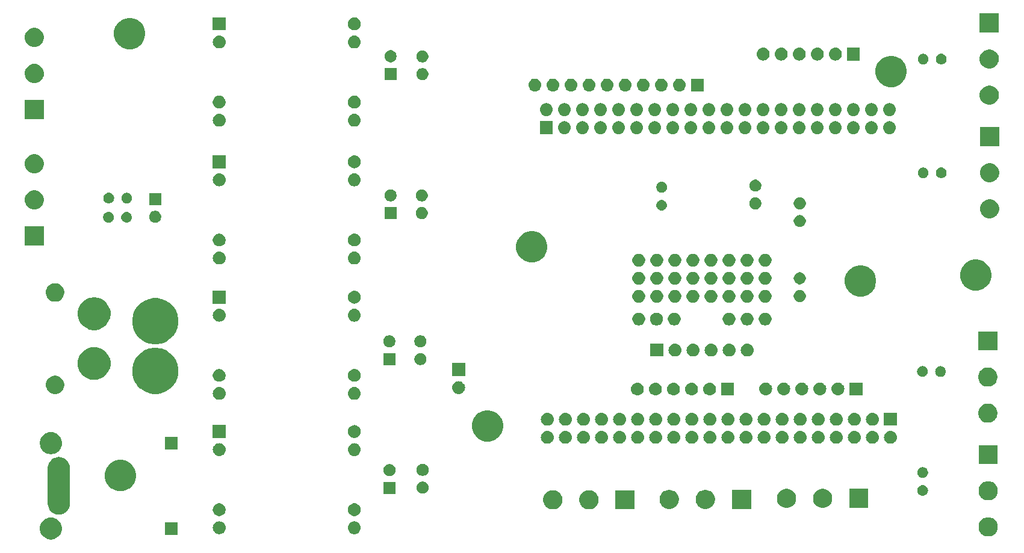
<source format=gbs>
G04 #@! TF.GenerationSoftware,KiCad,Pcbnew,(5.1.4-0-10_14)*
G04 #@! TF.CreationDate,2019-12-13T09:04:00-05:00*
G04 #@! TF.ProjectId,Robot,526f626f-742e-46b6-9963-61645f706362,rev?*
G04 #@! TF.SameCoordinates,Original*
G04 #@! TF.FileFunction,Soldermask,Bot*
G04 #@! TF.FilePolarity,Negative*
%FSLAX46Y46*%
G04 Gerber Fmt 4.6, Leading zero omitted, Abs format (unit mm)*
G04 Created by KiCad (PCBNEW (5.1.4-0-10_14)) date 2019-12-13 09:04:00*
%MOMM*%
%LPD*%
G04 APERTURE LIST*
%ADD10C,0.100000*%
G04 APERTURE END LIST*
D10*
G36*
X-53357415Y-58718802D02*
G01*
X-53207590Y-58748604D01*
X-52925326Y-58865521D01*
X-52671295Y-59035259D01*
X-52455259Y-59251295D01*
X-52285521Y-59505326D01*
X-52168604Y-59787590D01*
X-52109000Y-60087240D01*
X-52109000Y-60392760D01*
X-52168604Y-60692410D01*
X-52285521Y-60974674D01*
X-52455259Y-61228705D01*
X-52671295Y-61444741D01*
X-52925326Y-61614479D01*
X-53207590Y-61731396D01*
X-53357415Y-61761198D01*
X-53507239Y-61791000D01*
X-53812761Y-61791000D01*
X-53962585Y-61761198D01*
X-54112410Y-61731396D01*
X-54394674Y-61614479D01*
X-54648705Y-61444741D01*
X-54864741Y-61228705D01*
X-55034479Y-60974674D01*
X-55151396Y-60692410D01*
X-55211000Y-60392760D01*
X-55211000Y-60087240D01*
X-55151396Y-59787590D01*
X-55034479Y-59505326D01*
X-54864741Y-59251295D01*
X-54648705Y-59035259D01*
X-54394674Y-58865521D01*
X-54112410Y-58748604D01*
X-53962585Y-58718802D01*
X-53812761Y-58689000D01*
X-53507239Y-58689000D01*
X-53357415Y-58718802D01*
X-53357415Y-58718802D01*
G37*
G36*
X78544072Y-58710918D02*
G01*
X78635055Y-58748604D01*
X78789939Y-58812759D01*
X79011212Y-58960610D01*
X79199390Y-59148788D01*
X79347241Y-59370061D01*
X79449082Y-59615928D01*
X79501000Y-59876938D01*
X79501000Y-60143062D01*
X79449082Y-60404072D01*
X79347241Y-60649939D01*
X79199390Y-60871212D01*
X79011212Y-61059390D01*
X78789939Y-61207241D01*
X78789938Y-61207242D01*
X78789937Y-61207242D01*
X78544072Y-61309082D01*
X78283063Y-61361000D01*
X78016937Y-61361000D01*
X77755928Y-61309082D01*
X77510063Y-61207242D01*
X77510062Y-61207242D01*
X77510061Y-61207241D01*
X77288788Y-61059390D01*
X77100610Y-60871212D01*
X76952759Y-60649939D01*
X76850918Y-60404072D01*
X76799000Y-60143062D01*
X76799000Y-59876938D01*
X76850918Y-59615928D01*
X76952759Y-59370061D01*
X77100610Y-59148788D01*
X77288788Y-58960610D01*
X77510061Y-58812759D01*
X77664946Y-58748604D01*
X77755928Y-58710918D01*
X78016937Y-58659000D01*
X78283063Y-58659000D01*
X78544072Y-58710918D01*
X78544072Y-58710918D01*
G37*
G36*
X-35859000Y-61141000D02*
G01*
X-37661000Y-61141000D01*
X-37661000Y-59339000D01*
X-35859000Y-59339000D01*
X-35859000Y-61141000D01*
X-35859000Y-61141000D01*
G37*
G36*
X-10889557Y-59245519D02*
G01*
X-10823373Y-59252037D01*
X-10653534Y-59303557D01*
X-10497009Y-59387222D01*
X-10461271Y-59416552D01*
X-10359814Y-59499814D01*
X-10276552Y-59601271D01*
X-10247222Y-59637009D01*
X-10163557Y-59793534D01*
X-10112037Y-59963373D01*
X-10094641Y-60140000D01*
X-10112037Y-60316627D01*
X-10163557Y-60486466D01*
X-10247222Y-60642991D01*
X-10276552Y-60678729D01*
X-10359814Y-60780186D01*
X-10461271Y-60863448D01*
X-10497009Y-60892778D01*
X-10653534Y-60976443D01*
X-10823373Y-61027963D01*
X-10889557Y-61034481D01*
X-10955740Y-61041000D01*
X-11044260Y-61041000D01*
X-11110443Y-61034481D01*
X-11176627Y-61027963D01*
X-11346466Y-60976443D01*
X-11502991Y-60892778D01*
X-11538729Y-60863448D01*
X-11640186Y-60780186D01*
X-11723448Y-60678729D01*
X-11752778Y-60642991D01*
X-11836443Y-60486466D01*
X-11887963Y-60316627D01*
X-11905359Y-60140000D01*
X-11887963Y-59963373D01*
X-11836443Y-59793534D01*
X-11752778Y-59637009D01*
X-11723448Y-59601271D01*
X-11640186Y-59499814D01*
X-11538729Y-59416552D01*
X-11502991Y-59387222D01*
X-11346466Y-59303557D01*
X-11176627Y-59252037D01*
X-11110443Y-59245519D01*
X-11044260Y-59239000D01*
X-10955740Y-59239000D01*
X-10889557Y-59245519D01*
X-10889557Y-59245519D01*
G37*
G36*
X-29889557Y-59245519D02*
G01*
X-29823373Y-59252037D01*
X-29653534Y-59303557D01*
X-29497009Y-59387222D01*
X-29461271Y-59416552D01*
X-29359814Y-59499814D01*
X-29276552Y-59601271D01*
X-29247222Y-59637009D01*
X-29163557Y-59793534D01*
X-29112037Y-59963373D01*
X-29094641Y-60140000D01*
X-29112037Y-60316627D01*
X-29163557Y-60486466D01*
X-29247222Y-60642991D01*
X-29276552Y-60678729D01*
X-29359814Y-60780186D01*
X-29461271Y-60863448D01*
X-29497009Y-60892778D01*
X-29653534Y-60976443D01*
X-29823373Y-61027963D01*
X-29889557Y-61034481D01*
X-29955740Y-61041000D01*
X-30044260Y-61041000D01*
X-30110443Y-61034481D01*
X-30176627Y-61027963D01*
X-30346466Y-60976443D01*
X-30502991Y-60892778D01*
X-30538729Y-60863448D01*
X-30640186Y-60780186D01*
X-30723448Y-60678729D01*
X-30752778Y-60642991D01*
X-30836443Y-60486466D01*
X-30887963Y-60316627D01*
X-30905359Y-60140000D01*
X-30887963Y-59963373D01*
X-30836443Y-59793534D01*
X-30752778Y-59637009D01*
X-30723448Y-59601271D01*
X-30640186Y-59499814D01*
X-30538729Y-59416552D01*
X-30502991Y-59387222D01*
X-30346466Y-59303557D01*
X-30176627Y-59252037D01*
X-30110443Y-59245519D01*
X-30044260Y-59239000D01*
X-29955740Y-59239000D01*
X-29889557Y-59245519D01*
X-29889557Y-59245519D01*
G37*
G36*
X-10886488Y-56703927D02*
G01*
X-10737188Y-56733624D01*
X-10573216Y-56801544D01*
X-10425646Y-56900147D01*
X-10300147Y-57025646D01*
X-10201544Y-57173216D01*
X-10133624Y-57337188D01*
X-10103927Y-57486488D01*
X-10101040Y-57501000D01*
X-10099000Y-57511259D01*
X-10099000Y-57688741D01*
X-10133624Y-57862812D01*
X-10201544Y-58026784D01*
X-10300147Y-58174354D01*
X-10425646Y-58299853D01*
X-10573216Y-58398456D01*
X-10737188Y-58466376D01*
X-10886488Y-58496073D01*
X-10911258Y-58501000D01*
X-11088742Y-58501000D01*
X-11113512Y-58496073D01*
X-11262812Y-58466376D01*
X-11426784Y-58398456D01*
X-11574354Y-58299853D01*
X-11699853Y-58174354D01*
X-11798456Y-58026784D01*
X-11866376Y-57862812D01*
X-11901000Y-57688741D01*
X-11901000Y-57511259D01*
X-11898959Y-57501000D01*
X-11896073Y-57486488D01*
X-11866376Y-57337188D01*
X-11798456Y-57173216D01*
X-11699853Y-57025646D01*
X-11574354Y-56900147D01*
X-11426784Y-56801544D01*
X-11262812Y-56733624D01*
X-11113512Y-56703927D01*
X-11088742Y-56699000D01*
X-10911258Y-56699000D01*
X-10886488Y-56703927D01*
X-10886488Y-56703927D01*
G37*
G36*
X-29886488Y-56703927D02*
G01*
X-29737188Y-56733624D01*
X-29573216Y-56801544D01*
X-29425646Y-56900147D01*
X-29300147Y-57025646D01*
X-29201544Y-57173216D01*
X-29133624Y-57337188D01*
X-29103927Y-57486488D01*
X-29101040Y-57501000D01*
X-29099000Y-57511259D01*
X-29099000Y-57688741D01*
X-29133624Y-57862812D01*
X-29201544Y-58026784D01*
X-29300147Y-58174354D01*
X-29425646Y-58299853D01*
X-29573216Y-58398456D01*
X-29737188Y-58466376D01*
X-29886488Y-58496073D01*
X-29911258Y-58501000D01*
X-30088742Y-58501000D01*
X-30113512Y-58496073D01*
X-30262812Y-58466376D01*
X-30426784Y-58398456D01*
X-30574354Y-58299853D01*
X-30699853Y-58174354D01*
X-30798456Y-58026784D01*
X-30866376Y-57862812D01*
X-30901000Y-57688741D01*
X-30901000Y-57511259D01*
X-30898959Y-57501000D01*
X-30896073Y-57486488D01*
X-30866376Y-57337188D01*
X-30798456Y-57173216D01*
X-30699853Y-57025646D01*
X-30574354Y-56900147D01*
X-30426784Y-56801544D01*
X-30262812Y-56733624D01*
X-30113512Y-56703927D01*
X-30088742Y-56699000D01*
X-29911258Y-56699000D01*
X-29886488Y-56703927D01*
X-29886488Y-56703927D01*
G37*
G36*
X-52255951Y-50211442D02*
G01*
X-51963586Y-50300130D01*
X-51963584Y-50300131D01*
X-51694142Y-50444150D01*
X-51457971Y-50637971D01*
X-51264150Y-50874142D01*
X-51148574Y-51090371D01*
X-51120130Y-51143586D01*
X-51031442Y-51435951D01*
X-51031442Y-51435953D01*
X-51013011Y-51623080D01*
X-51009000Y-51663810D01*
X-51009000Y-56816190D01*
X-51031442Y-57044049D01*
X-51120130Y-57336413D01*
X-51120131Y-57336416D01*
X-51264150Y-57605858D01*
X-51332171Y-57688741D01*
X-51457971Y-57842029D01*
X-51658232Y-58006378D01*
X-51694144Y-58035850D01*
X-51953265Y-58174353D01*
X-51963587Y-58179870D01*
X-52255952Y-58268558D01*
X-52560000Y-58298504D01*
X-52864049Y-58268558D01*
X-53156414Y-58179870D01*
X-53166736Y-58174353D01*
X-53425858Y-58035850D01*
X-53555574Y-57929395D01*
X-53662029Y-57842029D01*
X-53855849Y-57605857D01*
X-53906413Y-57511258D01*
X-53999869Y-57336415D01*
X-54011194Y-57299082D01*
X-54088558Y-57044048D01*
X-54111000Y-56816189D01*
X-54110999Y-51663810D01*
X-54106987Y-51623080D01*
X-54088557Y-51435953D01*
X-54088557Y-51435951D01*
X-53999869Y-51143586D01*
X-53971425Y-51090371D01*
X-53855849Y-50874142D01*
X-53662028Y-50637971D01*
X-53425857Y-50444150D01*
X-53156415Y-50300131D01*
X-53156413Y-50300130D01*
X-52864048Y-50211442D01*
X-52560000Y-50181496D01*
X-52255951Y-50211442D01*
X-52255951Y-50211442D01*
G37*
G36*
X28431000Y-57551000D02*
G01*
X25729000Y-57551000D01*
X25729000Y-54849000D01*
X28431000Y-54849000D01*
X28431000Y-57551000D01*
X28431000Y-57551000D01*
G37*
G36*
X22394072Y-54900918D02*
G01*
X22635693Y-55001000D01*
X22639939Y-55002759D01*
X22692950Y-55038180D01*
X22861211Y-55150609D01*
X23049391Y-55338789D01*
X23197242Y-55560063D01*
X23299082Y-55805928D01*
X23351000Y-56066937D01*
X23351000Y-56333063D01*
X23299082Y-56594072D01*
X23217953Y-56789937D01*
X23197241Y-56839939D01*
X23157011Y-56900147D01*
X23057290Y-57049390D01*
X23049390Y-57061212D01*
X22861212Y-57249390D01*
X22639939Y-57397241D01*
X22639938Y-57397242D01*
X22639937Y-57397242D01*
X22394072Y-57499082D01*
X22133063Y-57551000D01*
X21866937Y-57551000D01*
X21605928Y-57499082D01*
X21360063Y-57397242D01*
X21360062Y-57397242D01*
X21360061Y-57397241D01*
X21138788Y-57249390D01*
X20950610Y-57061212D01*
X20942711Y-57049390D01*
X20842989Y-56900147D01*
X20802759Y-56839939D01*
X20782048Y-56789937D01*
X20700918Y-56594072D01*
X20649000Y-56333063D01*
X20649000Y-56066937D01*
X20700918Y-55805928D01*
X20802758Y-55560063D01*
X20950609Y-55338789D01*
X21138789Y-55150609D01*
X21307050Y-55038180D01*
X21360061Y-55002759D01*
X21364308Y-55001000D01*
X21605928Y-54900918D01*
X21866937Y-54849000D01*
X22133063Y-54849000D01*
X22394072Y-54900918D01*
X22394072Y-54900918D01*
G37*
G36*
X17314072Y-54900918D02*
G01*
X17555693Y-55001000D01*
X17559939Y-55002759D01*
X17612950Y-55038180D01*
X17781211Y-55150609D01*
X17969391Y-55338789D01*
X18117242Y-55560063D01*
X18219082Y-55805928D01*
X18271000Y-56066937D01*
X18271000Y-56333063D01*
X18219082Y-56594072D01*
X18137953Y-56789937D01*
X18117241Y-56839939D01*
X18077011Y-56900147D01*
X17977290Y-57049390D01*
X17969390Y-57061212D01*
X17781212Y-57249390D01*
X17559939Y-57397241D01*
X17559938Y-57397242D01*
X17559937Y-57397242D01*
X17314072Y-57499082D01*
X17053063Y-57551000D01*
X16786937Y-57551000D01*
X16525928Y-57499082D01*
X16280063Y-57397242D01*
X16280062Y-57397242D01*
X16280061Y-57397241D01*
X16058788Y-57249390D01*
X15870610Y-57061212D01*
X15862711Y-57049390D01*
X15762989Y-56900147D01*
X15722759Y-56839939D01*
X15702048Y-56789937D01*
X15620918Y-56594072D01*
X15569000Y-56333063D01*
X15569000Y-56066937D01*
X15620918Y-55805928D01*
X15722758Y-55560063D01*
X15870609Y-55338789D01*
X16058789Y-55150609D01*
X16227050Y-55038180D01*
X16280061Y-55002759D01*
X16284308Y-55001000D01*
X16525928Y-54900918D01*
X16786937Y-54849000D01*
X17053063Y-54849000D01*
X17314072Y-54900918D01*
X17314072Y-54900918D01*
G37*
G36*
X44801000Y-57501000D02*
G01*
X42099000Y-57501000D01*
X42099000Y-54799000D01*
X44801000Y-54799000D01*
X44801000Y-57501000D01*
X44801000Y-57501000D01*
G37*
G36*
X38764072Y-54850918D02*
G01*
X39004749Y-54950609D01*
X39009939Y-54952759D01*
X39082136Y-55001000D01*
X39231211Y-55100609D01*
X39419391Y-55288789D01*
X39467015Y-55360063D01*
X39514165Y-55430627D01*
X39567242Y-55510063D01*
X39669082Y-55755928D01*
X39721000Y-56016937D01*
X39721000Y-56283063D01*
X39711054Y-56333063D01*
X39669082Y-56544072D01*
X39567241Y-56789939D01*
X39419390Y-57011212D01*
X39231212Y-57199390D01*
X39009939Y-57347241D01*
X39009938Y-57347242D01*
X39009937Y-57347242D01*
X38764072Y-57449082D01*
X38503063Y-57501000D01*
X38236937Y-57501000D01*
X37975928Y-57449082D01*
X37730063Y-57347242D01*
X37730062Y-57347242D01*
X37730061Y-57347241D01*
X37508788Y-57199390D01*
X37320610Y-57011212D01*
X37172759Y-56789939D01*
X37070918Y-56544072D01*
X37028946Y-56333063D01*
X37019000Y-56283063D01*
X37019000Y-56016937D01*
X37070918Y-55755928D01*
X37172758Y-55510063D01*
X37225836Y-55430627D01*
X37272985Y-55360063D01*
X37320609Y-55288789D01*
X37508789Y-55100609D01*
X37657864Y-55001000D01*
X37730061Y-54952759D01*
X37735252Y-54950609D01*
X37975928Y-54850918D01*
X38236937Y-54799000D01*
X38503063Y-54799000D01*
X38764072Y-54850918D01*
X38764072Y-54850918D01*
G37*
G36*
X33684072Y-54850918D02*
G01*
X33924749Y-54950609D01*
X33929939Y-54952759D01*
X34002136Y-55001000D01*
X34151211Y-55100609D01*
X34339391Y-55288789D01*
X34387015Y-55360063D01*
X34434165Y-55430627D01*
X34487242Y-55510063D01*
X34589082Y-55755928D01*
X34641000Y-56016937D01*
X34641000Y-56283063D01*
X34631054Y-56333063D01*
X34589082Y-56544072D01*
X34487241Y-56789939D01*
X34339390Y-57011212D01*
X34151212Y-57199390D01*
X33929939Y-57347241D01*
X33929938Y-57347242D01*
X33929937Y-57347242D01*
X33684072Y-57449082D01*
X33423063Y-57501000D01*
X33156937Y-57501000D01*
X32895928Y-57449082D01*
X32650063Y-57347242D01*
X32650062Y-57347242D01*
X32650061Y-57347241D01*
X32428788Y-57199390D01*
X32240610Y-57011212D01*
X32092759Y-56789939D01*
X31990918Y-56544072D01*
X31948946Y-56333063D01*
X31939000Y-56283063D01*
X31939000Y-56016937D01*
X31990918Y-55755928D01*
X32092758Y-55510063D01*
X32145836Y-55430627D01*
X32192985Y-55360063D01*
X32240609Y-55288789D01*
X32428789Y-55100609D01*
X32577864Y-55001000D01*
X32650061Y-54952759D01*
X32655252Y-54950609D01*
X32895928Y-54850918D01*
X33156937Y-54799000D01*
X33423063Y-54799000D01*
X33684072Y-54850918D01*
X33684072Y-54850918D01*
G37*
G36*
X61301000Y-57351000D02*
G01*
X58599000Y-57351000D01*
X58599000Y-54649000D01*
X61301000Y-54649000D01*
X61301000Y-57351000D01*
X61301000Y-57351000D01*
G37*
G36*
X50184072Y-54700918D02*
G01*
X50415884Y-54796937D01*
X50429939Y-54802759D01*
X50499143Y-54849000D01*
X50651211Y-54950609D01*
X50839391Y-55138789D01*
X50851369Y-55156715D01*
X50973027Y-55338788D01*
X50987242Y-55360063D01*
X51089082Y-55605928D01*
X51141000Y-55866937D01*
X51141000Y-56133063D01*
X51111573Y-56281000D01*
X51089082Y-56394072D01*
X50987241Y-56639939D01*
X50912813Y-56751328D01*
X50839391Y-56861211D01*
X50651211Y-57049391D01*
X50541328Y-57122813D01*
X50429939Y-57197241D01*
X50429938Y-57197242D01*
X50429937Y-57197242D01*
X50184072Y-57299082D01*
X49923063Y-57351000D01*
X49656937Y-57351000D01*
X49395928Y-57299082D01*
X49150063Y-57197242D01*
X49150062Y-57197242D01*
X49150061Y-57197241D01*
X49038672Y-57122813D01*
X48928789Y-57049391D01*
X48740609Y-56861211D01*
X48667187Y-56751328D01*
X48592759Y-56639939D01*
X48490918Y-56394072D01*
X48468427Y-56281000D01*
X48439000Y-56133063D01*
X48439000Y-55866937D01*
X48490918Y-55605928D01*
X48592758Y-55360063D01*
X48606974Y-55338788D01*
X48728631Y-55156715D01*
X48740609Y-55138789D01*
X48928789Y-54950609D01*
X49080857Y-54849000D01*
X49150061Y-54802759D01*
X49164117Y-54796937D01*
X49395928Y-54700918D01*
X49656937Y-54649000D01*
X49923063Y-54649000D01*
X50184072Y-54700918D01*
X50184072Y-54700918D01*
G37*
G36*
X55264072Y-54700918D02*
G01*
X55495884Y-54796937D01*
X55509939Y-54802759D01*
X55579143Y-54849000D01*
X55731211Y-54950609D01*
X55919391Y-55138789D01*
X55931369Y-55156715D01*
X56053027Y-55338788D01*
X56067242Y-55360063D01*
X56169082Y-55605928D01*
X56221000Y-55866937D01*
X56221000Y-56133063D01*
X56191573Y-56281000D01*
X56169082Y-56394072D01*
X56067241Y-56639939D01*
X55992813Y-56751328D01*
X55919391Y-56861211D01*
X55731211Y-57049391D01*
X55621328Y-57122813D01*
X55509939Y-57197241D01*
X55509938Y-57197242D01*
X55509937Y-57197242D01*
X55264072Y-57299082D01*
X55003063Y-57351000D01*
X54736937Y-57351000D01*
X54475928Y-57299082D01*
X54230063Y-57197242D01*
X54230062Y-57197242D01*
X54230061Y-57197241D01*
X54118672Y-57122813D01*
X54008789Y-57049391D01*
X53820609Y-56861211D01*
X53747187Y-56751328D01*
X53672759Y-56639939D01*
X53570918Y-56394072D01*
X53548427Y-56281000D01*
X53519000Y-56133063D01*
X53519000Y-55866937D01*
X53570918Y-55605928D01*
X53672758Y-55360063D01*
X53686974Y-55338788D01*
X53808631Y-55156715D01*
X53820609Y-55138789D01*
X54008789Y-54950609D01*
X54160857Y-54849000D01*
X54230061Y-54802759D01*
X54244117Y-54796937D01*
X54475928Y-54700918D01*
X54736937Y-54649000D01*
X55003063Y-54649000D01*
X55264072Y-54700918D01*
X55264072Y-54700918D01*
G37*
G36*
X78544072Y-53630918D02*
G01*
X78650931Y-53675180D01*
X78789939Y-53732759D01*
X79011212Y-53880610D01*
X79199390Y-54068788D01*
X79333547Y-54269566D01*
X79347242Y-54290063D01*
X79449082Y-54535928D01*
X79501000Y-54796937D01*
X79501000Y-55063063D01*
X79493531Y-55100610D01*
X79449082Y-55324072D01*
X79347241Y-55569939D01*
X79272813Y-55681328D01*
X79199391Y-55791211D01*
X79011211Y-55979391D01*
X78955018Y-56016938D01*
X78789939Y-56127241D01*
X78789938Y-56127242D01*
X78789937Y-56127242D01*
X78544072Y-56229082D01*
X78283063Y-56281000D01*
X78016937Y-56281000D01*
X77755928Y-56229082D01*
X77510063Y-56127242D01*
X77510062Y-56127242D01*
X77510061Y-56127241D01*
X77344982Y-56016938D01*
X77288789Y-55979391D01*
X77100609Y-55791211D01*
X77027187Y-55681328D01*
X76952759Y-55569939D01*
X76850918Y-55324072D01*
X76806469Y-55100610D01*
X76799000Y-55063063D01*
X76799000Y-54796937D01*
X76850918Y-54535928D01*
X76952758Y-54290063D01*
X76966454Y-54269566D01*
X77100610Y-54068788D01*
X77288788Y-53880610D01*
X77510061Y-53732759D01*
X77649070Y-53675180D01*
X77755928Y-53630918D01*
X78016937Y-53579000D01*
X78283063Y-53579000D01*
X78544072Y-53630918D01*
X78544072Y-53630918D01*
G37*
G36*
X69006205Y-54149642D02*
G01*
X69079762Y-54156887D01*
X69221326Y-54199830D01*
X69351792Y-54269566D01*
X69376765Y-54290061D01*
X69466147Y-54363413D01*
X69535548Y-54447980D01*
X69559994Y-54477768D01*
X69629730Y-54608234D01*
X69672673Y-54749798D01*
X69687173Y-54897020D01*
X69672673Y-55044242D01*
X69629730Y-55185806D01*
X69559994Y-55316272D01*
X69541515Y-55338789D01*
X69466147Y-55430627D01*
X69381580Y-55500028D01*
X69351792Y-55524474D01*
X69221326Y-55594210D01*
X69079762Y-55637153D01*
X69006205Y-55644398D01*
X68969428Y-55648020D01*
X68895652Y-55648020D01*
X68858875Y-55644398D01*
X68785318Y-55637153D01*
X68643754Y-55594210D01*
X68513288Y-55524474D01*
X68483500Y-55500028D01*
X68398933Y-55430627D01*
X68323565Y-55338789D01*
X68305086Y-55316272D01*
X68235350Y-55185806D01*
X68192407Y-55044242D01*
X68177907Y-54897020D01*
X68192407Y-54749798D01*
X68235350Y-54608234D01*
X68305086Y-54477768D01*
X68329532Y-54447980D01*
X68398933Y-54363413D01*
X68488315Y-54290061D01*
X68513288Y-54269566D01*
X68643754Y-54199830D01*
X68785318Y-54156887D01*
X68858875Y-54149642D01*
X68895652Y-54146020D01*
X68969428Y-54146020D01*
X69006205Y-54149642D01*
X69006205Y-54149642D01*
G37*
G36*
X-5199280Y-55377180D02*
G01*
X-6901280Y-55377180D01*
X-6901280Y-53675180D01*
X-5199280Y-53675180D01*
X-5199280Y-55377180D01*
X-5199280Y-55377180D01*
G37*
G36*
X-1153852Y-53677403D02*
G01*
X-998980Y-53741553D01*
X-859599Y-53834685D01*
X-741065Y-53953219D01*
X-647933Y-54092600D01*
X-583783Y-54247472D01*
X-551080Y-54411884D01*
X-551080Y-54579516D01*
X-583783Y-54743928D01*
X-647933Y-54898800D01*
X-741065Y-55038181D01*
X-859599Y-55156715D01*
X-998980Y-55249847D01*
X-1153852Y-55313997D01*
X-1318264Y-55346700D01*
X-1485896Y-55346700D01*
X-1650308Y-55313997D01*
X-1805180Y-55249847D01*
X-1944561Y-55156715D01*
X-2063095Y-55038181D01*
X-2156227Y-54898800D01*
X-2220377Y-54743928D01*
X-2253080Y-54579516D01*
X-2253080Y-54411884D01*
X-2220377Y-54247472D01*
X-2156227Y-54092600D01*
X-2063095Y-53953219D01*
X-1944561Y-53834685D01*
X-1805180Y-53741553D01*
X-1650308Y-53677403D01*
X-1485896Y-53644700D01*
X-1318264Y-53644700D01*
X-1153852Y-53677403D01*
X-1153852Y-53677403D01*
G37*
G36*
X-43257993Y-50683582D02*
G01*
X-42857437Y-50849498D01*
X-42857435Y-50849499D01*
X-42496944Y-51090371D01*
X-42190371Y-51396944D01*
X-41993561Y-51691492D01*
X-41949498Y-51757437D01*
X-41783582Y-52157993D01*
X-41699000Y-52583219D01*
X-41699000Y-53016781D01*
X-41783582Y-53442007D01*
X-41904015Y-53732758D01*
X-41949499Y-53842565D01*
X-42190371Y-54203056D01*
X-42496944Y-54509629D01*
X-42857435Y-54750501D01*
X-42857436Y-54750502D01*
X-42857437Y-54750502D01*
X-43257993Y-54916418D01*
X-43683219Y-55001000D01*
X-44116781Y-55001000D01*
X-44542007Y-54916418D01*
X-44942563Y-54750502D01*
X-44942564Y-54750502D01*
X-44942565Y-54750501D01*
X-45303056Y-54509629D01*
X-45609629Y-54203056D01*
X-45850501Y-53842565D01*
X-45895985Y-53732758D01*
X-46016418Y-53442007D01*
X-46101000Y-53016781D01*
X-46101000Y-52583219D01*
X-46016418Y-52157993D01*
X-45850502Y-51757437D01*
X-45806439Y-51691492D01*
X-45609629Y-51396944D01*
X-45303056Y-51090371D01*
X-44942565Y-50849499D01*
X-44942563Y-50849498D01*
X-44542007Y-50683582D01*
X-44116781Y-50599000D01*
X-43683219Y-50599000D01*
X-43257993Y-50683582D01*
X-43257993Y-50683582D01*
G37*
G36*
X69151599Y-51634880D02*
G01*
X69288272Y-51691492D01*
X69411275Y-51773680D01*
X69515880Y-51878285D01*
X69558696Y-51942364D01*
X69598069Y-52001290D01*
X69654680Y-52137961D01*
X69681821Y-52274408D01*
X69683540Y-52283053D01*
X69683540Y-52430987D01*
X69654680Y-52576079D01*
X69598068Y-52712752D01*
X69515880Y-52835755D01*
X69411275Y-52940360D01*
X69288272Y-53022548D01*
X69288271Y-53022549D01*
X69288270Y-53022549D01*
X69151599Y-53079160D01*
X69006508Y-53108020D01*
X68858572Y-53108020D01*
X68713481Y-53079160D01*
X68576810Y-53022549D01*
X68576809Y-53022549D01*
X68576808Y-53022548D01*
X68453805Y-52940360D01*
X68349200Y-52835755D01*
X68267012Y-52712752D01*
X68210400Y-52576079D01*
X68181540Y-52430987D01*
X68181540Y-52283053D01*
X68183260Y-52274408D01*
X68210400Y-52137961D01*
X68267011Y-52001290D01*
X68306384Y-51942364D01*
X68349200Y-51878285D01*
X68453805Y-51773680D01*
X68576808Y-51691492D01*
X68713481Y-51634880D01*
X68858572Y-51606020D01*
X69006508Y-51606020D01*
X69151599Y-51634880D01*
X69151599Y-51634880D01*
G37*
G36*
X-5802052Y-51207883D02*
G01*
X-5647180Y-51272033D01*
X-5507799Y-51365165D01*
X-5389265Y-51483699D01*
X-5296133Y-51623080D01*
X-5231983Y-51777952D01*
X-5199280Y-51942364D01*
X-5199280Y-52109996D01*
X-5231983Y-52274408D01*
X-5296133Y-52429280D01*
X-5389265Y-52568661D01*
X-5507799Y-52687195D01*
X-5647180Y-52780327D01*
X-5802052Y-52844477D01*
X-5966464Y-52877180D01*
X-6134096Y-52877180D01*
X-6298508Y-52844477D01*
X-6453380Y-52780327D01*
X-6592761Y-52687195D01*
X-6711295Y-52568661D01*
X-6804427Y-52429280D01*
X-6868577Y-52274408D01*
X-6901280Y-52109996D01*
X-6901280Y-51942364D01*
X-6868577Y-51777952D01*
X-6804427Y-51623080D01*
X-6711295Y-51483699D01*
X-6592761Y-51365165D01*
X-6453380Y-51272033D01*
X-6298508Y-51207883D01*
X-6134096Y-51175180D01*
X-5966464Y-51175180D01*
X-5802052Y-51207883D01*
X-5802052Y-51207883D01*
G37*
G36*
X-1153852Y-51177403D02*
G01*
X-998980Y-51241553D01*
X-859599Y-51334685D01*
X-741065Y-51453219D01*
X-647933Y-51592600D01*
X-583783Y-51747472D01*
X-551080Y-51911884D01*
X-551080Y-52079516D01*
X-583783Y-52243928D01*
X-647933Y-52398800D01*
X-741065Y-52538181D01*
X-859599Y-52656715D01*
X-998980Y-52749847D01*
X-1153852Y-52813997D01*
X-1318264Y-52846700D01*
X-1485896Y-52846700D01*
X-1650308Y-52813997D01*
X-1805180Y-52749847D01*
X-1944561Y-52656715D01*
X-2063095Y-52538181D01*
X-2156227Y-52398800D01*
X-2220377Y-52243928D01*
X-2253080Y-52079516D01*
X-2253080Y-51911884D01*
X-2220377Y-51747472D01*
X-2156227Y-51592600D01*
X-2063095Y-51453219D01*
X-1944561Y-51334685D01*
X-1805180Y-51241553D01*
X-1650308Y-51177403D01*
X-1485896Y-51144700D01*
X-1318264Y-51144700D01*
X-1153852Y-51177403D01*
X-1153852Y-51177403D01*
G37*
G36*
X79501000Y-51201000D02*
G01*
X76799000Y-51201000D01*
X76799000Y-48499000D01*
X79501000Y-48499000D01*
X79501000Y-51201000D01*
X79501000Y-51201000D01*
G37*
G36*
X-10889557Y-48245519D02*
G01*
X-10823373Y-48252037D01*
X-10653534Y-48303557D01*
X-10497009Y-48387222D01*
X-10490260Y-48392761D01*
X-10359814Y-48499814D01*
X-10276552Y-48601271D01*
X-10247222Y-48637009D01*
X-10163557Y-48793534D01*
X-10112037Y-48963373D01*
X-10094641Y-49140000D01*
X-10112037Y-49316627D01*
X-10163557Y-49486466D01*
X-10247222Y-49642991D01*
X-10276552Y-49678729D01*
X-10359814Y-49780186D01*
X-10461271Y-49863448D01*
X-10497009Y-49892778D01*
X-10653534Y-49976443D01*
X-10823373Y-50027963D01*
X-10889558Y-50034482D01*
X-10955740Y-50041000D01*
X-11044260Y-50041000D01*
X-11110442Y-50034482D01*
X-11176627Y-50027963D01*
X-11346466Y-49976443D01*
X-11502991Y-49892778D01*
X-11538729Y-49863448D01*
X-11640186Y-49780186D01*
X-11723448Y-49678729D01*
X-11752778Y-49642991D01*
X-11836443Y-49486466D01*
X-11887963Y-49316627D01*
X-11905359Y-49140000D01*
X-11887963Y-48963373D01*
X-11836443Y-48793534D01*
X-11752778Y-48637009D01*
X-11723448Y-48601271D01*
X-11640186Y-48499814D01*
X-11509740Y-48392761D01*
X-11502991Y-48387222D01*
X-11346466Y-48303557D01*
X-11176627Y-48252037D01*
X-11110443Y-48245519D01*
X-11044260Y-48239000D01*
X-10955740Y-48239000D01*
X-10889557Y-48245519D01*
X-10889557Y-48245519D01*
G37*
G36*
X-29889557Y-48245519D02*
G01*
X-29823373Y-48252037D01*
X-29653534Y-48303557D01*
X-29497009Y-48387222D01*
X-29490260Y-48392761D01*
X-29359814Y-48499814D01*
X-29276552Y-48601271D01*
X-29247222Y-48637009D01*
X-29163557Y-48793534D01*
X-29112037Y-48963373D01*
X-29094641Y-49140000D01*
X-29112037Y-49316627D01*
X-29163557Y-49486466D01*
X-29247222Y-49642991D01*
X-29276552Y-49678729D01*
X-29359814Y-49780186D01*
X-29461271Y-49863448D01*
X-29497009Y-49892778D01*
X-29653534Y-49976443D01*
X-29823373Y-50027963D01*
X-29889558Y-50034482D01*
X-29955740Y-50041000D01*
X-30044260Y-50041000D01*
X-30110442Y-50034482D01*
X-30176627Y-50027963D01*
X-30346466Y-49976443D01*
X-30502991Y-49892778D01*
X-30538729Y-49863448D01*
X-30640186Y-49780186D01*
X-30723448Y-49678729D01*
X-30752778Y-49642991D01*
X-30836443Y-49486466D01*
X-30887963Y-49316627D01*
X-30905359Y-49140000D01*
X-30887963Y-48963373D01*
X-30836443Y-48793534D01*
X-30752778Y-48637009D01*
X-30723448Y-48601271D01*
X-30640186Y-48499814D01*
X-30509740Y-48392761D01*
X-30502991Y-48387222D01*
X-30346466Y-48303557D01*
X-30176627Y-48252037D01*
X-30110443Y-48245519D01*
X-30044260Y-48239000D01*
X-29955740Y-48239000D01*
X-29889557Y-48245519D01*
X-29889557Y-48245519D01*
G37*
G36*
X-53357415Y-46718802D02*
G01*
X-53207590Y-46748604D01*
X-52925326Y-46865521D01*
X-52671295Y-47035259D01*
X-52455259Y-47251295D01*
X-52285521Y-47505326D01*
X-52168604Y-47787590D01*
X-52168604Y-47787591D01*
X-52109000Y-48087239D01*
X-52109000Y-48392761D01*
X-52138802Y-48542585D01*
X-52168604Y-48692410D01*
X-52285521Y-48974674D01*
X-52455259Y-49228705D01*
X-52671295Y-49444741D01*
X-52925326Y-49614479D01*
X-53207590Y-49731396D01*
X-53357415Y-49761198D01*
X-53507239Y-49791000D01*
X-53812761Y-49791000D01*
X-53962585Y-49761198D01*
X-54112410Y-49731396D01*
X-54394674Y-49614479D01*
X-54648705Y-49444741D01*
X-54864741Y-49228705D01*
X-55034479Y-48974674D01*
X-55151396Y-48692410D01*
X-55181198Y-48542585D01*
X-55211000Y-48392761D01*
X-55211000Y-48087239D01*
X-55151396Y-47787591D01*
X-55151396Y-47787590D01*
X-55034479Y-47505326D01*
X-54864741Y-47251295D01*
X-54648705Y-47035259D01*
X-54394674Y-46865521D01*
X-54112410Y-46748604D01*
X-53962585Y-46718802D01*
X-53812761Y-46689000D01*
X-53507239Y-46689000D01*
X-53357415Y-46718802D01*
X-53357415Y-46718802D01*
G37*
G36*
X-35859000Y-49141000D02*
G01*
X-37661000Y-49141000D01*
X-37661000Y-47339000D01*
X-35859000Y-47339000D01*
X-35859000Y-49141000D01*
X-35859000Y-49141000D01*
G37*
G36*
X51810443Y-46515519D02*
G01*
X51876627Y-46522037D01*
X52046466Y-46573557D01*
X52202991Y-46657222D01*
X52238729Y-46686552D01*
X52340186Y-46769814D01*
X52423448Y-46871271D01*
X52452778Y-46907009D01*
X52452779Y-46907011D01*
X52516799Y-47026782D01*
X52536443Y-47063534D01*
X52587963Y-47233373D01*
X52605359Y-47410000D01*
X52587963Y-47586627D01*
X52536443Y-47756466D01*
X52452778Y-47912991D01*
X52446831Y-47920237D01*
X52340186Y-48050186D01*
X52238729Y-48133448D01*
X52202991Y-48162778D01*
X52046466Y-48246443D01*
X51876627Y-48297963D01*
X51819829Y-48303557D01*
X51744260Y-48311000D01*
X51655740Y-48311000D01*
X51580171Y-48303557D01*
X51523373Y-48297963D01*
X51353534Y-48246443D01*
X51197009Y-48162778D01*
X51161271Y-48133448D01*
X51059814Y-48050186D01*
X50953169Y-47920237D01*
X50947222Y-47912991D01*
X50863557Y-47756466D01*
X50812037Y-47586627D01*
X50794641Y-47410000D01*
X50812037Y-47233373D01*
X50863557Y-47063534D01*
X50883202Y-47026782D01*
X50947221Y-46907011D01*
X50947222Y-46907009D01*
X50976552Y-46871271D01*
X51059814Y-46769814D01*
X51161271Y-46686552D01*
X51197009Y-46657222D01*
X51353534Y-46573557D01*
X51523373Y-46522037D01*
X51589557Y-46515519D01*
X51655740Y-46509000D01*
X51744260Y-46509000D01*
X51810443Y-46515519D01*
X51810443Y-46515519D01*
G37*
G36*
X21330443Y-46515519D02*
G01*
X21396627Y-46522037D01*
X21566466Y-46573557D01*
X21722991Y-46657222D01*
X21758729Y-46686552D01*
X21860186Y-46769814D01*
X21943448Y-46871271D01*
X21972778Y-46907009D01*
X21972779Y-46907011D01*
X22036799Y-47026782D01*
X22056443Y-47063534D01*
X22107963Y-47233373D01*
X22125359Y-47410000D01*
X22107963Y-47586627D01*
X22056443Y-47756466D01*
X21972778Y-47912991D01*
X21966831Y-47920237D01*
X21860186Y-48050186D01*
X21758729Y-48133448D01*
X21722991Y-48162778D01*
X21566466Y-48246443D01*
X21396627Y-48297963D01*
X21339829Y-48303557D01*
X21264260Y-48311000D01*
X21175740Y-48311000D01*
X21100171Y-48303557D01*
X21043373Y-48297963D01*
X20873534Y-48246443D01*
X20717009Y-48162778D01*
X20681271Y-48133448D01*
X20579814Y-48050186D01*
X20473169Y-47920237D01*
X20467222Y-47912991D01*
X20383557Y-47756466D01*
X20332037Y-47586627D01*
X20314641Y-47410000D01*
X20332037Y-47233373D01*
X20383557Y-47063534D01*
X20403202Y-47026782D01*
X20467221Y-46907011D01*
X20467222Y-46907009D01*
X20496552Y-46871271D01*
X20579814Y-46769814D01*
X20681271Y-46686552D01*
X20717009Y-46657222D01*
X20873534Y-46573557D01*
X21043373Y-46522037D01*
X21109557Y-46515519D01*
X21175740Y-46509000D01*
X21264260Y-46509000D01*
X21330443Y-46515519D01*
X21330443Y-46515519D01*
G37*
G36*
X49270443Y-46515519D02*
G01*
X49336627Y-46522037D01*
X49506466Y-46573557D01*
X49662991Y-46657222D01*
X49698729Y-46686552D01*
X49800186Y-46769814D01*
X49883448Y-46871271D01*
X49912778Y-46907009D01*
X49912779Y-46907011D01*
X49976799Y-47026782D01*
X49996443Y-47063534D01*
X50047963Y-47233373D01*
X50065359Y-47410000D01*
X50047963Y-47586627D01*
X49996443Y-47756466D01*
X49912778Y-47912991D01*
X49906831Y-47920237D01*
X49800186Y-48050186D01*
X49698729Y-48133448D01*
X49662991Y-48162778D01*
X49506466Y-48246443D01*
X49336627Y-48297963D01*
X49279829Y-48303557D01*
X49204260Y-48311000D01*
X49115740Y-48311000D01*
X49040171Y-48303557D01*
X48983373Y-48297963D01*
X48813534Y-48246443D01*
X48657009Y-48162778D01*
X48621271Y-48133448D01*
X48519814Y-48050186D01*
X48413169Y-47920237D01*
X48407222Y-47912991D01*
X48323557Y-47756466D01*
X48272037Y-47586627D01*
X48254641Y-47410000D01*
X48272037Y-47233373D01*
X48323557Y-47063534D01*
X48343202Y-47026782D01*
X48407221Y-46907011D01*
X48407222Y-46907009D01*
X48436552Y-46871271D01*
X48519814Y-46769814D01*
X48621271Y-46686552D01*
X48657009Y-46657222D01*
X48813534Y-46573557D01*
X48983373Y-46522037D01*
X49049557Y-46515519D01*
X49115740Y-46509000D01*
X49204260Y-46509000D01*
X49270443Y-46515519D01*
X49270443Y-46515519D01*
G37*
G36*
X46730443Y-46515519D02*
G01*
X46796627Y-46522037D01*
X46966466Y-46573557D01*
X47122991Y-46657222D01*
X47158729Y-46686552D01*
X47260186Y-46769814D01*
X47343448Y-46871271D01*
X47372778Y-46907009D01*
X47372779Y-46907011D01*
X47436799Y-47026782D01*
X47456443Y-47063534D01*
X47507963Y-47233373D01*
X47525359Y-47410000D01*
X47507963Y-47586627D01*
X47456443Y-47756466D01*
X47372778Y-47912991D01*
X47366831Y-47920237D01*
X47260186Y-48050186D01*
X47158729Y-48133448D01*
X47122991Y-48162778D01*
X46966466Y-48246443D01*
X46796627Y-48297963D01*
X46739829Y-48303557D01*
X46664260Y-48311000D01*
X46575740Y-48311000D01*
X46500171Y-48303557D01*
X46443373Y-48297963D01*
X46273534Y-48246443D01*
X46117009Y-48162778D01*
X46081271Y-48133448D01*
X45979814Y-48050186D01*
X45873169Y-47920237D01*
X45867222Y-47912991D01*
X45783557Y-47756466D01*
X45732037Y-47586627D01*
X45714641Y-47410000D01*
X45732037Y-47233373D01*
X45783557Y-47063534D01*
X45803202Y-47026782D01*
X45867221Y-46907011D01*
X45867222Y-46907009D01*
X45896552Y-46871271D01*
X45979814Y-46769814D01*
X46081271Y-46686552D01*
X46117009Y-46657222D01*
X46273534Y-46573557D01*
X46443373Y-46522037D01*
X46509557Y-46515519D01*
X46575740Y-46509000D01*
X46664260Y-46509000D01*
X46730443Y-46515519D01*
X46730443Y-46515519D01*
G37*
G36*
X44190443Y-46515519D02*
G01*
X44256627Y-46522037D01*
X44426466Y-46573557D01*
X44582991Y-46657222D01*
X44618729Y-46686552D01*
X44720186Y-46769814D01*
X44803448Y-46871271D01*
X44832778Y-46907009D01*
X44832779Y-46907011D01*
X44896799Y-47026782D01*
X44916443Y-47063534D01*
X44967963Y-47233373D01*
X44985359Y-47410000D01*
X44967963Y-47586627D01*
X44916443Y-47756466D01*
X44832778Y-47912991D01*
X44826831Y-47920237D01*
X44720186Y-48050186D01*
X44618729Y-48133448D01*
X44582991Y-48162778D01*
X44426466Y-48246443D01*
X44256627Y-48297963D01*
X44199829Y-48303557D01*
X44124260Y-48311000D01*
X44035740Y-48311000D01*
X43960171Y-48303557D01*
X43903373Y-48297963D01*
X43733534Y-48246443D01*
X43577009Y-48162778D01*
X43541271Y-48133448D01*
X43439814Y-48050186D01*
X43333169Y-47920237D01*
X43327222Y-47912991D01*
X43243557Y-47756466D01*
X43192037Y-47586627D01*
X43174641Y-47410000D01*
X43192037Y-47233373D01*
X43243557Y-47063534D01*
X43263202Y-47026782D01*
X43327221Y-46907011D01*
X43327222Y-46907009D01*
X43356552Y-46871271D01*
X43439814Y-46769814D01*
X43541271Y-46686552D01*
X43577009Y-46657222D01*
X43733534Y-46573557D01*
X43903373Y-46522037D01*
X43969557Y-46515519D01*
X44035740Y-46509000D01*
X44124260Y-46509000D01*
X44190443Y-46515519D01*
X44190443Y-46515519D01*
G37*
G36*
X41650443Y-46515519D02*
G01*
X41716627Y-46522037D01*
X41886466Y-46573557D01*
X42042991Y-46657222D01*
X42078729Y-46686552D01*
X42180186Y-46769814D01*
X42263448Y-46871271D01*
X42292778Y-46907009D01*
X42292779Y-46907011D01*
X42356799Y-47026782D01*
X42376443Y-47063534D01*
X42427963Y-47233373D01*
X42445359Y-47410000D01*
X42427963Y-47586627D01*
X42376443Y-47756466D01*
X42292778Y-47912991D01*
X42286831Y-47920237D01*
X42180186Y-48050186D01*
X42078729Y-48133448D01*
X42042991Y-48162778D01*
X41886466Y-48246443D01*
X41716627Y-48297963D01*
X41659829Y-48303557D01*
X41584260Y-48311000D01*
X41495740Y-48311000D01*
X41420171Y-48303557D01*
X41363373Y-48297963D01*
X41193534Y-48246443D01*
X41037009Y-48162778D01*
X41001271Y-48133448D01*
X40899814Y-48050186D01*
X40793169Y-47920237D01*
X40787222Y-47912991D01*
X40703557Y-47756466D01*
X40652037Y-47586627D01*
X40634641Y-47410000D01*
X40652037Y-47233373D01*
X40703557Y-47063534D01*
X40723202Y-47026782D01*
X40787221Y-46907011D01*
X40787222Y-46907009D01*
X40816552Y-46871271D01*
X40899814Y-46769814D01*
X41001271Y-46686552D01*
X41037009Y-46657222D01*
X41193534Y-46573557D01*
X41363373Y-46522037D01*
X41429557Y-46515519D01*
X41495740Y-46509000D01*
X41584260Y-46509000D01*
X41650443Y-46515519D01*
X41650443Y-46515519D01*
G37*
G36*
X39110443Y-46515519D02*
G01*
X39176627Y-46522037D01*
X39346466Y-46573557D01*
X39502991Y-46657222D01*
X39538729Y-46686552D01*
X39640186Y-46769814D01*
X39723448Y-46871271D01*
X39752778Y-46907009D01*
X39752779Y-46907011D01*
X39816799Y-47026782D01*
X39836443Y-47063534D01*
X39887963Y-47233373D01*
X39905359Y-47410000D01*
X39887963Y-47586627D01*
X39836443Y-47756466D01*
X39752778Y-47912991D01*
X39746831Y-47920237D01*
X39640186Y-48050186D01*
X39538729Y-48133448D01*
X39502991Y-48162778D01*
X39346466Y-48246443D01*
X39176627Y-48297963D01*
X39119829Y-48303557D01*
X39044260Y-48311000D01*
X38955740Y-48311000D01*
X38880171Y-48303557D01*
X38823373Y-48297963D01*
X38653534Y-48246443D01*
X38497009Y-48162778D01*
X38461271Y-48133448D01*
X38359814Y-48050186D01*
X38253169Y-47920237D01*
X38247222Y-47912991D01*
X38163557Y-47756466D01*
X38112037Y-47586627D01*
X38094641Y-47410000D01*
X38112037Y-47233373D01*
X38163557Y-47063534D01*
X38183202Y-47026782D01*
X38247221Y-46907011D01*
X38247222Y-46907009D01*
X38276552Y-46871271D01*
X38359814Y-46769814D01*
X38461271Y-46686552D01*
X38497009Y-46657222D01*
X38653534Y-46573557D01*
X38823373Y-46522037D01*
X38889557Y-46515519D01*
X38955740Y-46509000D01*
X39044260Y-46509000D01*
X39110443Y-46515519D01*
X39110443Y-46515519D01*
G37*
G36*
X16250443Y-46515519D02*
G01*
X16316627Y-46522037D01*
X16486466Y-46573557D01*
X16642991Y-46657222D01*
X16678729Y-46686552D01*
X16780186Y-46769814D01*
X16863448Y-46871271D01*
X16892778Y-46907009D01*
X16892779Y-46907011D01*
X16956799Y-47026782D01*
X16976443Y-47063534D01*
X17027963Y-47233373D01*
X17045359Y-47410000D01*
X17027963Y-47586627D01*
X16976443Y-47756466D01*
X16892778Y-47912991D01*
X16886831Y-47920237D01*
X16780186Y-48050186D01*
X16678729Y-48133448D01*
X16642991Y-48162778D01*
X16486466Y-48246443D01*
X16316627Y-48297963D01*
X16259829Y-48303557D01*
X16184260Y-48311000D01*
X16095740Y-48311000D01*
X16020171Y-48303557D01*
X15963373Y-48297963D01*
X15793534Y-48246443D01*
X15637009Y-48162778D01*
X15601271Y-48133448D01*
X15499814Y-48050186D01*
X15393169Y-47920237D01*
X15387222Y-47912991D01*
X15303557Y-47756466D01*
X15252037Y-47586627D01*
X15234641Y-47410000D01*
X15252037Y-47233373D01*
X15303557Y-47063534D01*
X15323202Y-47026782D01*
X15387221Y-46907011D01*
X15387222Y-46907009D01*
X15416552Y-46871271D01*
X15499814Y-46769814D01*
X15601271Y-46686552D01*
X15637009Y-46657222D01*
X15793534Y-46573557D01*
X15963373Y-46522037D01*
X16029557Y-46515519D01*
X16095740Y-46509000D01*
X16184260Y-46509000D01*
X16250443Y-46515519D01*
X16250443Y-46515519D01*
G37*
G36*
X18790443Y-46515519D02*
G01*
X18856627Y-46522037D01*
X19026466Y-46573557D01*
X19182991Y-46657222D01*
X19218729Y-46686552D01*
X19320186Y-46769814D01*
X19403448Y-46871271D01*
X19432778Y-46907009D01*
X19432779Y-46907011D01*
X19496799Y-47026782D01*
X19516443Y-47063534D01*
X19567963Y-47233373D01*
X19585359Y-47410000D01*
X19567963Y-47586627D01*
X19516443Y-47756466D01*
X19432778Y-47912991D01*
X19426831Y-47920237D01*
X19320186Y-48050186D01*
X19218729Y-48133448D01*
X19182991Y-48162778D01*
X19026466Y-48246443D01*
X18856627Y-48297963D01*
X18799829Y-48303557D01*
X18724260Y-48311000D01*
X18635740Y-48311000D01*
X18560171Y-48303557D01*
X18503373Y-48297963D01*
X18333534Y-48246443D01*
X18177009Y-48162778D01*
X18141271Y-48133448D01*
X18039814Y-48050186D01*
X17933169Y-47920237D01*
X17927222Y-47912991D01*
X17843557Y-47756466D01*
X17792037Y-47586627D01*
X17774641Y-47410000D01*
X17792037Y-47233373D01*
X17843557Y-47063534D01*
X17863202Y-47026782D01*
X17927221Y-46907011D01*
X17927222Y-46907009D01*
X17956552Y-46871271D01*
X18039814Y-46769814D01*
X18141271Y-46686552D01*
X18177009Y-46657222D01*
X18333534Y-46573557D01*
X18503373Y-46522037D01*
X18569557Y-46515519D01*
X18635740Y-46509000D01*
X18724260Y-46509000D01*
X18790443Y-46515519D01*
X18790443Y-46515519D01*
G37*
G36*
X23870443Y-46515519D02*
G01*
X23936627Y-46522037D01*
X24106466Y-46573557D01*
X24262991Y-46657222D01*
X24298729Y-46686552D01*
X24400186Y-46769814D01*
X24483448Y-46871271D01*
X24512778Y-46907009D01*
X24512779Y-46907011D01*
X24576799Y-47026782D01*
X24596443Y-47063534D01*
X24647963Y-47233373D01*
X24665359Y-47410000D01*
X24647963Y-47586627D01*
X24596443Y-47756466D01*
X24512778Y-47912991D01*
X24506831Y-47920237D01*
X24400186Y-48050186D01*
X24298729Y-48133448D01*
X24262991Y-48162778D01*
X24106466Y-48246443D01*
X23936627Y-48297963D01*
X23879829Y-48303557D01*
X23804260Y-48311000D01*
X23715740Y-48311000D01*
X23640171Y-48303557D01*
X23583373Y-48297963D01*
X23413534Y-48246443D01*
X23257009Y-48162778D01*
X23221271Y-48133448D01*
X23119814Y-48050186D01*
X23013169Y-47920237D01*
X23007222Y-47912991D01*
X22923557Y-47756466D01*
X22872037Y-47586627D01*
X22854641Y-47410000D01*
X22872037Y-47233373D01*
X22923557Y-47063534D01*
X22943202Y-47026782D01*
X23007221Y-46907011D01*
X23007222Y-46907009D01*
X23036552Y-46871271D01*
X23119814Y-46769814D01*
X23221271Y-46686552D01*
X23257009Y-46657222D01*
X23413534Y-46573557D01*
X23583373Y-46522037D01*
X23649557Y-46515519D01*
X23715740Y-46509000D01*
X23804260Y-46509000D01*
X23870443Y-46515519D01*
X23870443Y-46515519D01*
G37*
G36*
X26410443Y-46515519D02*
G01*
X26476627Y-46522037D01*
X26646466Y-46573557D01*
X26802991Y-46657222D01*
X26838729Y-46686552D01*
X26940186Y-46769814D01*
X27023448Y-46871271D01*
X27052778Y-46907009D01*
X27052779Y-46907011D01*
X27116799Y-47026782D01*
X27136443Y-47063534D01*
X27187963Y-47233373D01*
X27205359Y-47410000D01*
X27187963Y-47586627D01*
X27136443Y-47756466D01*
X27052778Y-47912991D01*
X27046831Y-47920237D01*
X26940186Y-48050186D01*
X26838729Y-48133448D01*
X26802991Y-48162778D01*
X26646466Y-48246443D01*
X26476627Y-48297963D01*
X26419829Y-48303557D01*
X26344260Y-48311000D01*
X26255740Y-48311000D01*
X26180171Y-48303557D01*
X26123373Y-48297963D01*
X25953534Y-48246443D01*
X25797009Y-48162778D01*
X25761271Y-48133448D01*
X25659814Y-48050186D01*
X25553169Y-47920237D01*
X25547222Y-47912991D01*
X25463557Y-47756466D01*
X25412037Y-47586627D01*
X25394641Y-47410000D01*
X25412037Y-47233373D01*
X25463557Y-47063534D01*
X25483202Y-47026782D01*
X25547221Y-46907011D01*
X25547222Y-46907009D01*
X25576552Y-46871271D01*
X25659814Y-46769814D01*
X25761271Y-46686552D01*
X25797009Y-46657222D01*
X25953534Y-46573557D01*
X26123373Y-46522037D01*
X26189557Y-46515519D01*
X26255740Y-46509000D01*
X26344260Y-46509000D01*
X26410443Y-46515519D01*
X26410443Y-46515519D01*
G37*
G36*
X28950443Y-46515519D02*
G01*
X29016627Y-46522037D01*
X29186466Y-46573557D01*
X29342991Y-46657222D01*
X29378729Y-46686552D01*
X29480186Y-46769814D01*
X29563448Y-46871271D01*
X29592778Y-46907009D01*
X29592779Y-46907011D01*
X29656799Y-47026782D01*
X29676443Y-47063534D01*
X29727963Y-47233373D01*
X29745359Y-47410000D01*
X29727963Y-47586627D01*
X29676443Y-47756466D01*
X29592778Y-47912991D01*
X29586831Y-47920237D01*
X29480186Y-48050186D01*
X29378729Y-48133448D01*
X29342991Y-48162778D01*
X29186466Y-48246443D01*
X29016627Y-48297963D01*
X28959829Y-48303557D01*
X28884260Y-48311000D01*
X28795740Y-48311000D01*
X28720171Y-48303557D01*
X28663373Y-48297963D01*
X28493534Y-48246443D01*
X28337009Y-48162778D01*
X28301271Y-48133448D01*
X28199814Y-48050186D01*
X28093169Y-47920237D01*
X28087222Y-47912991D01*
X28003557Y-47756466D01*
X27952037Y-47586627D01*
X27934641Y-47410000D01*
X27952037Y-47233373D01*
X28003557Y-47063534D01*
X28023202Y-47026782D01*
X28087221Y-46907011D01*
X28087222Y-46907009D01*
X28116552Y-46871271D01*
X28199814Y-46769814D01*
X28301271Y-46686552D01*
X28337009Y-46657222D01*
X28493534Y-46573557D01*
X28663373Y-46522037D01*
X28729557Y-46515519D01*
X28795740Y-46509000D01*
X28884260Y-46509000D01*
X28950443Y-46515519D01*
X28950443Y-46515519D01*
G37*
G36*
X31490443Y-46515519D02*
G01*
X31556627Y-46522037D01*
X31726466Y-46573557D01*
X31882991Y-46657222D01*
X31918729Y-46686552D01*
X32020186Y-46769814D01*
X32103448Y-46871271D01*
X32132778Y-46907009D01*
X32132779Y-46907011D01*
X32196799Y-47026782D01*
X32216443Y-47063534D01*
X32267963Y-47233373D01*
X32285359Y-47410000D01*
X32267963Y-47586627D01*
X32216443Y-47756466D01*
X32132778Y-47912991D01*
X32126831Y-47920237D01*
X32020186Y-48050186D01*
X31918729Y-48133448D01*
X31882991Y-48162778D01*
X31726466Y-48246443D01*
X31556627Y-48297963D01*
X31499829Y-48303557D01*
X31424260Y-48311000D01*
X31335740Y-48311000D01*
X31260171Y-48303557D01*
X31203373Y-48297963D01*
X31033534Y-48246443D01*
X30877009Y-48162778D01*
X30841271Y-48133448D01*
X30739814Y-48050186D01*
X30633169Y-47920237D01*
X30627222Y-47912991D01*
X30543557Y-47756466D01*
X30492037Y-47586627D01*
X30474641Y-47410000D01*
X30492037Y-47233373D01*
X30543557Y-47063534D01*
X30563202Y-47026782D01*
X30627221Y-46907011D01*
X30627222Y-46907009D01*
X30656552Y-46871271D01*
X30739814Y-46769814D01*
X30841271Y-46686552D01*
X30877009Y-46657222D01*
X31033534Y-46573557D01*
X31203373Y-46522037D01*
X31269557Y-46515519D01*
X31335740Y-46509000D01*
X31424260Y-46509000D01*
X31490443Y-46515519D01*
X31490443Y-46515519D01*
G37*
G36*
X34030443Y-46515519D02*
G01*
X34096627Y-46522037D01*
X34266466Y-46573557D01*
X34422991Y-46657222D01*
X34458729Y-46686552D01*
X34560186Y-46769814D01*
X34643448Y-46871271D01*
X34672778Y-46907009D01*
X34672779Y-46907011D01*
X34736799Y-47026782D01*
X34756443Y-47063534D01*
X34807963Y-47233373D01*
X34825359Y-47410000D01*
X34807963Y-47586627D01*
X34756443Y-47756466D01*
X34672778Y-47912991D01*
X34666831Y-47920237D01*
X34560186Y-48050186D01*
X34458729Y-48133448D01*
X34422991Y-48162778D01*
X34266466Y-48246443D01*
X34096627Y-48297963D01*
X34039829Y-48303557D01*
X33964260Y-48311000D01*
X33875740Y-48311000D01*
X33800171Y-48303557D01*
X33743373Y-48297963D01*
X33573534Y-48246443D01*
X33417009Y-48162778D01*
X33381271Y-48133448D01*
X33279814Y-48050186D01*
X33173169Y-47920237D01*
X33167222Y-47912991D01*
X33083557Y-47756466D01*
X33032037Y-47586627D01*
X33014641Y-47410000D01*
X33032037Y-47233373D01*
X33083557Y-47063534D01*
X33103202Y-47026782D01*
X33167221Y-46907011D01*
X33167222Y-46907009D01*
X33196552Y-46871271D01*
X33279814Y-46769814D01*
X33381271Y-46686552D01*
X33417009Y-46657222D01*
X33573534Y-46573557D01*
X33743373Y-46522037D01*
X33809557Y-46515519D01*
X33875740Y-46509000D01*
X33964260Y-46509000D01*
X34030443Y-46515519D01*
X34030443Y-46515519D01*
G37*
G36*
X36570443Y-46515519D02*
G01*
X36636627Y-46522037D01*
X36806466Y-46573557D01*
X36962991Y-46657222D01*
X36998729Y-46686552D01*
X37100186Y-46769814D01*
X37183448Y-46871271D01*
X37212778Y-46907009D01*
X37212779Y-46907011D01*
X37276799Y-47026782D01*
X37296443Y-47063534D01*
X37347963Y-47233373D01*
X37365359Y-47410000D01*
X37347963Y-47586627D01*
X37296443Y-47756466D01*
X37212778Y-47912991D01*
X37206831Y-47920237D01*
X37100186Y-48050186D01*
X36998729Y-48133448D01*
X36962991Y-48162778D01*
X36806466Y-48246443D01*
X36636627Y-48297963D01*
X36579829Y-48303557D01*
X36504260Y-48311000D01*
X36415740Y-48311000D01*
X36340171Y-48303557D01*
X36283373Y-48297963D01*
X36113534Y-48246443D01*
X35957009Y-48162778D01*
X35921271Y-48133448D01*
X35819814Y-48050186D01*
X35713169Y-47920237D01*
X35707222Y-47912991D01*
X35623557Y-47756466D01*
X35572037Y-47586627D01*
X35554641Y-47410000D01*
X35572037Y-47233373D01*
X35623557Y-47063534D01*
X35643202Y-47026782D01*
X35707221Y-46907011D01*
X35707222Y-46907009D01*
X35736552Y-46871271D01*
X35819814Y-46769814D01*
X35921271Y-46686552D01*
X35957009Y-46657222D01*
X36113534Y-46573557D01*
X36283373Y-46522037D01*
X36349557Y-46515519D01*
X36415740Y-46509000D01*
X36504260Y-46509000D01*
X36570443Y-46515519D01*
X36570443Y-46515519D01*
G37*
G36*
X54350443Y-46515519D02*
G01*
X54416627Y-46522037D01*
X54586466Y-46573557D01*
X54742991Y-46657222D01*
X54778729Y-46686552D01*
X54880186Y-46769814D01*
X54963448Y-46871271D01*
X54992778Y-46907009D01*
X54992779Y-46907011D01*
X55056799Y-47026782D01*
X55076443Y-47063534D01*
X55127963Y-47233373D01*
X55145359Y-47410000D01*
X55127963Y-47586627D01*
X55076443Y-47756466D01*
X54992778Y-47912991D01*
X54986831Y-47920237D01*
X54880186Y-48050186D01*
X54778729Y-48133448D01*
X54742991Y-48162778D01*
X54586466Y-48246443D01*
X54416627Y-48297963D01*
X54359829Y-48303557D01*
X54284260Y-48311000D01*
X54195740Y-48311000D01*
X54120171Y-48303557D01*
X54063373Y-48297963D01*
X53893534Y-48246443D01*
X53737009Y-48162778D01*
X53701271Y-48133448D01*
X53599814Y-48050186D01*
X53493169Y-47920237D01*
X53487222Y-47912991D01*
X53403557Y-47756466D01*
X53352037Y-47586627D01*
X53334641Y-47410000D01*
X53352037Y-47233373D01*
X53403557Y-47063534D01*
X53423202Y-47026782D01*
X53487221Y-46907011D01*
X53487222Y-46907009D01*
X53516552Y-46871271D01*
X53599814Y-46769814D01*
X53701271Y-46686552D01*
X53737009Y-46657222D01*
X53893534Y-46573557D01*
X54063373Y-46522037D01*
X54129557Y-46515519D01*
X54195740Y-46509000D01*
X54284260Y-46509000D01*
X54350443Y-46515519D01*
X54350443Y-46515519D01*
G37*
G36*
X56890443Y-46515519D02*
G01*
X56956627Y-46522037D01*
X57126466Y-46573557D01*
X57282991Y-46657222D01*
X57318729Y-46686552D01*
X57420186Y-46769814D01*
X57503448Y-46871271D01*
X57532778Y-46907009D01*
X57532779Y-46907011D01*
X57596799Y-47026782D01*
X57616443Y-47063534D01*
X57667963Y-47233373D01*
X57685359Y-47410000D01*
X57667963Y-47586627D01*
X57616443Y-47756466D01*
X57532778Y-47912991D01*
X57526831Y-47920237D01*
X57420186Y-48050186D01*
X57318729Y-48133448D01*
X57282991Y-48162778D01*
X57126466Y-48246443D01*
X56956627Y-48297963D01*
X56899829Y-48303557D01*
X56824260Y-48311000D01*
X56735740Y-48311000D01*
X56660171Y-48303557D01*
X56603373Y-48297963D01*
X56433534Y-48246443D01*
X56277009Y-48162778D01*
X56241271Y-48133448D01*
X56139814Y-48050186D01*
X56033169Y-47920237D01*
X56027222Y-47912991D01*
X55943557Y-47756466D01*
X55892037Y-47586627D01*
X55874641Y-47410000D01*
X55892037Y-47233373D01*
X55943557Y-47063534D01*
X55963202Y-47026782D01*
X56027221Y-46907011D01*
X56027222Y-46907009D01*
X56056552Y-46871271D01*
X56139814Y-46769814D01*
X56241271Y-46686552D01*
X56277009Y-46657222D01*
X56433534Y-46573557D01*
X56603373Y-46522037D01*
X56669557Y-46515519D01*
X56735740Y-46509000D01*
X56824260Y-46509000D01*
X56890443Y-46515519D01*
X56890443Y-46515519D01*
G37*
G36*
X59430443Y-46515519D02*
G01*
X59496627Y-46522037D01*
X59666466Y-46573557D01*
X59822991Y-46657222D01*
X59858729Y-46686552D01*
X59960186Y-46769814D01*
X60043448Y-46871271D01*
X60072778Y-46907009D01*
X60072779Y-46907011D01*
X60136799Y-47026782D01*
X60156443Y-47063534D01*
X60207963Y-47233373D01*
X60225359Y-47410000D01*
X60207963Y-47586627D01*
X60156443Y-47756466D01*
X60072778Y-47912991D01*
X60066831Y-47920237D01*
X59960186Y-48050186D01*
X59858729Y-48133448D01*
X59822991Y-48162778D01*
X59666466Y-48246443D01*
X59496627Y-48297963D01*
X59439829Y-48303557D01*
X59364260Y-48311000D01*
X59275740Y-48311000D01*
X59200171Y-48303557D01*
X59143373Y-48297963D01*
X58973534Y-48246443D01*
X58817009Y-48162778D01*
X58781271Y-48133448D01*
X58679814Y-48050186D01*
X58573169Y-47920237D01*
X58567222Y-47912991D01*
X58483557Y-47756466D01*
X58432037Y-47586627D01*
X58414641Y-47410000D01*
X58432037Y-47233373D01*
X58483557Y-47063534D01*
X58503202Y-47026782D01*
X58567221Y-46907011D01*
X58567222Y-46907009D01*
X58596552Y-46871271D01*
X58679814Y-46769814D01*
X58781271Y-46686552D01*
X58817009Y-46657222D01*
X58973534Y-46573557D01*
X59143373Y-46522037D01*
X59209557Y-46515519D01*
X59275740Y-46509000D01*
X59364260Y-46509000D01*
X59430443Y-46515519D01*
X59430443Y-46515519D01*
G37*
G36*
X61970443Y-46515519D02*
G01*
X62036627Y-46522037D01*
X62206466Y-46573557D01*
X62362991Y-46657222D01*
X62398729Y-46686552D01*
X62500186Y-46769814D01*
X62583448Y-46871271D01*
X62612778Y-46907009D01*
X62612779Y-46907011D01*
X62676799Y-47026782D01*
X62696443Y-47063534D01*
X62747963Y-47233373D01*
X62765359Y-47410000D01*
X62747963Y-47586627D01*
X62696443Y-47756466D01*
X62612778Y-47912991D01*
X62606831Y-47920237D01*
X62500186Y-48050186D01*
X62398729Y-48133448D01*
X62362991Y-48162778D01*
X62206466Y-48246443D01*
X62036627Y-48297963D01*
X61979829Y-48303557D01*
X61904260Y-48311000D01*
X61815740Y-48311000D01*
X61740171Y-48303557D01*
X61683373Y-48297963D01*
X61513534Y-48246443D01*
X61357009Y-48162778D01*
X61321271Y-48133448D01*
X61219814Y-48050186D01*
X61113169Y-47920237D01*
X61107222Y-47912991D01*
X61023557Y-47756466D01*
X60972037Y-47586627D01*
X60954641Y-47410000D01*
X60972037Y-47233373D01*
X61023557Y-47063534D01*
X61043202Y-47026782D01*
X61107221Y-46907011D01*
X61107222Y-46907009D01*
X61136552Y-46871271D01*
X61219814Y-46769814D01*
X61321271Y-46686552D01*
X61357009Y-46657222D01*
X61513534Y-46573557D01*
X61683373Y-46522037D01*
X61749557Y-46515519D01*
X61815740Y-46509000D01*
X61904260Y-46509000D01*
X61970443Y-46515519D01*
X61970443Y-46515519D01*
G37*
G36*
X64510443Y-46515519D02*
G01*
X64576627Y-46522037D01*
X64746466Y-46573557D01*
X64902991Y-46657222D01*
X64938729Y-46686552D01*
X65040186Y-46769814D01*
X65123448Y-46871271D01*
X65152778Y-46907009D01*
X65152779Y-46907011D01*
X65216799Y-47026782D01*
X65236443Y-47063534D01*
X65287963Y-47233373D01*
X65305359Y-47410000D01*
X65287963Y-47586627D01*
X65236443Y-47756466D01*
X65152778Y-47912991D01*
X65146831Y-47920237D01*
X65040186Y-48050186D01*
X64938729Y-48133448D01*
X64902991Y-48162778D01*
X64746466Y-48246443D01*
X64576627Y-48297963D01*
X64519829Y-48303557D01*
X64444260Y-48311000D01*
X64355740Y-48311000D01*
X64280171Y-48303557D01*
X64223373Y-48297963D01*
X64053534Y-48246443D01*
X63897009Y-48162778D01*
X63861271Y-48133448D01*
X63759814Y-48050186D01*
X63653169Y-47920237D01*
X63647222Y-47912991D01*
X63563557Y-47756466D01*
X63512037Y-47586627D01*
X63494641Y-47410000D01*
X63512037Y-47233373D01*
X63563557Y-47063534D01*
X63583202Y-47026782D01*
X63647221Y-46907011D01*
X63647222Y-46907009D01*
X63676552Y-46871271D01*
X63759814Y-46769814D01*
X63861271Y-46686552D01*
X63897009Y-46657222D01*
X64053534Y-46573557D01*
X64223373Y-46522037D01*
X64289557Y-46515519D01*
X64355740Y-46509000D01*
X64444260Y-46509000D01*
X64510443Y-46515519D01*
X64510443Y-46515519D01*
G37*
G36*
X8383927Y-43687402D02*
G01*
X8784483Y-43853318D01*
X8784485Y-43853319D01*
X9144976Y-44094191D01*
X9451549Y-44400764D01*
X9647065Y-44693375D01*
X9692422Y-44761257D01*
X9858338Y-45161813D01*
X9942920Y-45587039D01*
X9942920Y-46020601D01*
X9858338Y-46445827D01*
X9692422Y-46846383D01*
X9692421Y-46846385D01*
X9451549Y-47206876D01*
X9144976Y-47513449D01*
X8784485Y-47754321D01*
X8784484Y-47754322D01*
X8784483Y-47754322D01*
X8383927Y-47920238D01*
X7958701Y-48004820D01*
X7525139Y-48004820D01*
X7099913Y-47920238D01*
X6699357Y-47754322D01*
X6699356Y-47754322D01*
X6699355Y-47754321D01*
X6338864Y-47513449D01*
X6032291Y-47206876D01*
X5791419Y-46846385D01*
X5791418Y-46846383D01*
X5625502Y-46445827D01*
X5540920Y-46020601D01*
X5540920Y-45587039D01*
X5625502Y-45161813D01*
X5791418Y-44761257D01*
X5836775Y-44693375D01*
X6032291Y-44400764D01*
X6338864Y-44094191D01*
X6699355Y-43853319D01*
X6699357Y-43853318D01*
X7099913Y-43687402D01*
X7525139Y-43602820D01*
X7958701Y-43602820D01*
X8383927Y-43687402D01*
X8383927Y-43687402D01*
G37*
G36*
X-10886488Y-45703927D02*
G01*
X-10737188Y-45733624D01*
X-10573216Y-45801544D01*
X-10425646Y-45900147D01*
X-10300147Y-46025646D01*
X-10201544Y-46173216D01*
X-10133624Y-46337188D01*
X-10112015Y-46445827D01*
X-10099000Y-46511258D01*
X-10099000Y-46688742D01*
X-10103927Y-46713512D01*
X-10133624Y-46862812D01*
X-10201544Y-47026784D01*
X-10300147Y-47174354D01*
X-10425646Y-47299853D01*
X-10573216Y-47398456D01*
X-10737188Y-47466376D01*
X-10886488Y-47496073D01*
X-10911258Y-47501000D01*
X-11088742Y-47501000D01*
X-11113512Y-47496073D01*
X-11262812Y-47466376D01*
X-11426784Y-47398456D01*
X-11574354Y-47299853D01*
X-11699853Y-47174354D01*
X-11798456Y-47026784D01*
X-11866376Y-46862812D01*
X-11896073Y-46713512D01*
X-11901000Y-46688742D01*
X-11901000Y-46511258D01*
X-11887985Y-46445827D01*
X-11866376Y-46337188D01*
X-11798456Y-46173216D01*
X-11699853Y-46025646D01*
X-11574354Y-45900147D01*
X-11426784Y-45801544D01*
X-11262812Y-45733624D01*
X-11113512Y-45703927D01*
X-11088742Y-45699000D01*
X-10911258Y-45699000D01*
X-10886488Y-45703927D01*
X-10886488Y-45703927D01*
G37*
G36*
X-29099000Y-47501000D02*
G01*
X-30901000Y-47501000D01*
X-30901000Y-45699000D01*
X-29099000Y-45699000D01*
X-29099000Y-47501000D01*
X-29099000Y-47501000D01*
G37*
G36*
X51810442Y-43975518D02*
G01*
X51876627Y-43982037D01*
X52046466Y-44033557D01*
X52202991Y-44117222D01*
X52234477Y-44143062D01*
X52340186Y-44229814D01*
X52423448Y-44331271D01*
X52452778Y-44367009D01*
X52536443Y-44523534D01*
X52587963Y-44693373D01*
X52605359Y-44870000D01*
X52587963Y-45046627D01*
X52536443Y-45216466D01*
X52452778Y-45372991D01*
X52423448Y-45408729D01*
X52340186Y-45510186D01*
X52246539Y-45587039D01*
X52202991Y-45622778D01*
X52046466Y-45706443D01*
X51876627Y-45757963D01*
X51810442Y-45764482D01*
X51744260Y-45771000D01*
X51655740Y-45771000D01*
X51589558Y-45764482D01*
X51523373Y-45757963D01*
X51353534Y-45706443D01*
X51197009Y-45622778D01*
X51153461Y-45587039D01*
X51059814Y-45510186D01*
X50976552Y-45408729D01*
X50947222Y-45372991D01*
X50863557Y-45216466D01*
X50812037Y-45046627D01*
X50794641Y-44870000D01*
X50812037Y-44693373D01*
X50863557Y-44523534D01*
X50947222Y-44367009D01*
X50976552Y-44331271D01*
X51059814Y-44229814D01*
X51165523Y-44143062D01*
X51197009Y-44117222D01*
X51353534Y-44033557D01*
X51523373Y-43982037D01*
X51589558Y-43975518D01*
X51655740Y-43969000D01*
X51744260Y-43969000D01*
X51810442Y-43975518D01*
X51810442Y-43975518D01*
G37*
G36*
X49270442Y-43975518D02*
G01*
X49336627Y-43982037D01*
X49506466Y-44033557D01*
X49662991Y-44117222D01*
X49694477Y-44143062D01*
X49800186Y-44229814D01*
X49883448Y-44331271D01*
X49912778Y-44367009D01*
X49996443Y-44523534D01*
X50047963Y-44693373D01*
X50065359Y-44870000D01*
X50047963Y-45046627D01*
X49996443Y-45216466D01*
X49912778Y-45372991D01*
X49883448Y-45408729D01*
X49800186Y-45510186D01*
X49706539Y-45587039D01*
X49662991Y-45622778D01*
X49506466Y-45706443D01*
X49336627Y-45757963D01*
X49270442Y-45764482D01*
X49204260Y-45771000D01*
X49115740Y-45771000D01*
X49049558Y-45764482D01*
X48983373Y-45757963D01*
X48813534Y-45706443D01*
X48657009Y-45622778D01*
X48613461Y-45587039D01*
X48519814Y-45510186D01*
X48436552Y-45408729D01*
X48407222Y-45372991D01*
X48323557Y-45216466D01*
X48272037Y-45046627D01*
X48254641Y-44870000D01*
X48272037Y-44693373D01*
X48323557Y-44523534D01*
X48407222Y-44367009D01*
X48436552Y-44331271D01*
X48519814Y-44229814D01*
X48625523Y-44143062D01*
X48657009Y-44117222D01*
X48813534Y-44033557D01*
X48983373Y-43982037D01*
X49049558Y-43975518D01*
X49115740Y-43969000D01*
X49204260Y-43969000D01*
X49270442Y-43975518D01*
X49270442Y-43975518D01*
G37*
G36*
X59430442Y-43975518D02*
G01*
X59496627Y-43982037D01*
X59666466Y-44033557D01*
X59822991Y-44117222D01*
X59854477Y-44143062D01*
X59960186Y-44229814D01*
X60043448Y-44331271D01*
X60072778Y-44367009D01*
X60156443Y-44523534D01*
X60207963Y-44693373D01*
X60225359Y-44870000D01*
X60207963Y-45046627D01*
X60156443Y-45216466D01*
X60072778Y-45372991D01*
X60043448Y-45408729D01*
X59960186Y-45510186D01*
X59866539Y-45587039D01*
X59822991Y-45622778D01*
X59666466Y-45706443D01*
X59496627Y-45757963D01*
X59430442Y-45764482D01*
X59364260Y-45771000D01*
X59275740Y-45771000D01*
X59209558Y-45764482D01*
X59143373Y-45757963D01*
X58973534Y-45706443D01*
X58817009Y-45622778D01*
X58773461Y-45587039D01*
X58679814Y-45510186D01*
X58596552Y-45408729D01*
X58567222Y-45372991D01*
X58483557Y-45216466D01*
X58432037Y-45046627D01*
X58414641Y-44870000D01*
X58432037Y-44693373D01*
X58483557Y-44523534D01*
X58567222Y-44367009D01*
X58596552Y-44331271D01*
X58679814Y-44229814D01*
X58785523Y-44143062D01*
X58817009Y-44117222D01*
X58973534Y-44033557D01*
X59143373Y-43982037D01*
X59209558Y-43975518D01*
X59275740Y-43969000D01*
X59364260Y-43969000D01*
X59430442Y-43975518D01*
X59430442Y-43975518D01*
G37*
G36*
X54350442Y-43975518D02*
G01*
X54416627Y-43982037D01*
X54586466Y-44033557D01*
X54742991Y-44117222D01*
X54774477Y-44143062D01*
X54880186Y-44229814D01*
X54963448Y-44331271D01*
X54992778Y-44367009D01*
X55076443Y-44523534D01*
X55127963Y-44693373D01*
X55145359Y-44870000D01*
X55127963Y-45046627D01*
X55076443Y-45216466D01*
X54992778Y-45372991D01*
X54963448Y-45408729D01*
X54880186Y-45510186D01*
X54786539Y-45587039D01*
X54742991Y-45622778D01*
X54586466Y-45706443D01*
X54416627Y-45757963D01*
X54350442Y-45764482D01*
X54284260Y-45771000D01*
X54195740Y-45771000D01*
X54129558Y-45764482D01*
X54063373Y-45757963D01*
X53893534Y-45706443D01*
X53737009Y-45622778D01*
X53693461Y-45587039D01*
X53599814Y-45510186D01*
X53516552Y-45408729D01*
X53487222Y-45372991D01*
X53403557Y-45216466D01*
X53352037Y-45046627D01*
X53334641Y-44870000D01*
X53352037Y-44693373D01*
X53403557Y-44523534D01*
X53487222Y-44367009D01*
X53516552Y-44331271D01*
X53599814Y-44229814D01*
X53705523Y-44143062D01*
X53737009Y-44117222D01*
X53893534Y-44033557D01*
X54063373Y-43982037D01*
X54129558Y-43975518D01*
X54195740Y-43969000D01*
X54284260Y-43969000D01*
X54350442Y-43975518D01*
X54350442Y-43975518D01*
G37*
G36*
X56890442Y-43975518D02*
G01*
X56956627Y-43982037D01*
X57126466Y-44033557D01*
X57282991Y-44117222D01*
X57314477Y-44143062D01*
X57420186Y-44229814D01*
X57503448Y-44331271D01*
X57532778Y-44367009D01*
X57616443Y-44523534D01*
X57667963Y-44693373D01*
X57685359Y-44870000D01*
X57667963Y-45046627D01*
X57616443Y-45216466D01*
X57532778Y-45372991D01*
X57503448Y-45408729D01*
X57420186Y-45510186D01*
X57326539Y-45587039D01*
X57282991Y-45622778D01*
X57126466Y-45706443D01*
X56956627Y-45757963D01*
X56890442Y-45764482D01*
X56824260Y-45771000D01*
X56735740Y-45771000D01*
X56669558Y-45764482D01*
X56603373Y-45757963D01*
X56433534Y-45706443D01*
X56277009Y-45622778D01*
X56233461Y-45587039D01*
X56139814Y-45510186D01*
X56056552Y-45408729D01*
X56027222Y-45372991D01*
X55943557Y-45216466D01*
X55892037Y-45046627D01*
X55874641Y-44870000D01*
X55892037Y-44693373D01*
X55943557Y-44523534D01*
X56027222Y-44367009D01*
X56056552Y-44331271D01*
X56139814Y-44229814D01*
X56245523Y-44143062D01*
X56277009Y-44117222D01*
X56433534Y-44033557D01*
X56603373Y-43982037D01*
X56669558Y-43975518D01*
X56735740Y-43969000D01*
X56824260Y-43969000D01*
X56890442Y-43975518D01*
X56890442Y-43975518D01*
G37*
G36*
X61970442Y-43975518D02*
G01*
X62036627Y-43982037D01*
X62206466Y-44033557D01*
X62362991Y-44117222D01*
X62394477Y-44143062D01*
X62500186Y-44229814D01*
X62583448Y-44331271D01*
X62612778Y-44367009D01*
X62696443Y-44523534D01*
X62747963Y-44693373D01*
X62765359Y-44870000D01*
X62747963Y-45046627D01*
X62696443Y-45216466D01*
X62612778Y-45372991D01*
X62583448Y-45408729D01*
X62500186Y-45510186D01*
X62406539Y-45587039D01*
X62362991Y-45622778D01*
X62206466Y-45706443D01*
X62036627Y-45757963D01*
X61970442Y-45764482D01*
X61904260Y-45771000D01*
X61815740Y-45771000D01*
X61749558Y-45764482D01*
X61683373Y-45757963D01*
X61513534Y-45706443D01*
X61357009Y-45622778D01*
X61313461Y-45587039D01*
X61219814Y-45510186D01*
X61136552Y-45408729D01*
X61107222Y-45372991D01*
X61023557Y-45216466D01*
X60972037Y-45046627D01*
X60954641Y-44870000D01*
X60972037Y-44693373D01*
X61023557Y-44523534D01*
X61107222Y-44367009D01*
X61136552Y-44331271D01*
X61219814Y-44229814D01*
X61325523Y-44143062D01*
X61357009Y-44117222D01*
X61513534Y-44033557D01*
X61683373Y-43982037D01*
X61749558Y-43975518D01*
X61815740Y-43969000D01*
X61904260Y-43969000D01*
X61970442Y-43975518D01*
X61970442Y-43975518D01*
G37*
G36*
X65301000Y-45771000D02*
G01*
X63499000Y-45771000D01*
X63499000Y-43969000D01*
X65301000Y-43969000D01*
X65301000Y-45771000D01*
X65301000Y-45771000D01*
G37*
G36*
X41650442Y-43975518D02*
G01*
X41716627Y-43982037D01*
X41886466Y-44033557D01*
X42042991Y-44117222D01*
X42074477Y-44143062D01*
X42180186Y-44229814D01*
X42263448Y-44331271D01*
X42292778Y-44367009D01*
X42376443Y-44523534D01*
X42427963Y-44693373D01*
X42445359Y-44870000D01*
X42427963Y-45046627D01*
X42376443Y-45216466D01*
X42292778Y-45372991D01*
X42263448Y-45408729D01*
X42180186Y-45510186D01*
X42086539Y-45587039D01*
X42042991Y-45622778D01*
X41886466Y-45706443D01*
X41716627Y-45757963D01*
X41650442Y-45764482D01*
X41584260Y-45771000D01*
X41495740Y-45771000D01*
X41429558Y-45764482D01*
X41363373Y-45757963D01*
X41193534Y-45706443D01*
X41037009Y-45622778D01*
X40993461Y-45587039D01*
X40899814Y-45510186D01*
X40816552Y-45408729D01*
X40787222Y-45372991D01*
X40703557Y-45216466D01*
X40652037Y-45046627D01*
X40634641Y-44870000D01*
X40652037Y-44693373D01*
X40703557Y-44523534D01*
X40787222Y-44367009D01*
X40816552Y-44331271D01*
X40899814Y-44229814D01*
X41005523Y-44143062D01*
X41037009Y-44117222D01*
X41193534Y-44033557D01*
X41363373Y-43982037D01*
X41429558Y-43975518D01*
X41495740Y-43969000D01*
X41584260Y-43969000D01*
X41650442Y-43975518D01*
X41650442Y-43975518D01*
G37*
G36*
X39110442Y-43975518D02*
G01*
X39176627Y-43982037D01*
X39346466Y-44033557D01*
X39502991Y-44117222D01*
X39534477Y-44143062D01*
X39640186Y-44229814D01*
X39723448Y-44331271D01*
X39752778Y-44367009D01*
X39836443Y-44523534D01*
X39887963Y-44693373D01*
X39905359Y-44870000D01*
X39887963Y-45046627D01*
X39836443Y-45216466D01*
X39752778Y-45372991D01*
X39723448Y-45408729D01*
X39640186Y-45510186D01*
X39546539Y-45587039D01*
X39502991Y-45622778D01*
X39346466Y-45706443D01*
X39176627Y-45757963D01*
X39110442Y-45764482D01*
X39044260Y-45771000D01*
X38955740Y-45771000D01*
X38889558Y-45764482D01*
X38823373Y-45757963D01*
X38653534Y-45706443D01*
X38497009Y-45622778D01*
X38453461Y-45587039D01*
X38359814Y-45510186D01*
X38276552Y-45408729D01*
X38247222Y-45372991D01*
X38163557Y-45216466D01*
X38112037Y-45046627D01*
X38094641Y-44870000D01*
X38112037Y-44693373D01*
X38163557Y-44523534D01*
X38247222Y-44367009D01*
X38276552Y-44331271D01*
X38359814Y-44229814D01*
X38465523Y-44143062D01*
X38497009Y-44117222D01*
X38653534Y-44033557D01*
X38823373Y-43982037D01*
X38889558Y-43975518D01*
X38955740Y-43969000D01*
X39044260Y-43969000D01*
X39110442Y-43975518D01*
X39110442Y-43975518D01*
G37*
G36*
X36570442Y-43975518D02*
G01*
X36636627Y-43982037D01*
X36806466Y-44033557D01*
X36962991Y-44117222D01*
X36994477Y-44143062D01*
X37100186Y-44229814D01*
X37183448Y-44331271D01*
X37212778Y-44367009D01*
X37296443Y-44523534D01*
X37347963Y-44693373D01*
X37365359Y-44870000D01*
X37347963Y-45046627D01*
X37296443Y-45216466D01*
X37212778Y-45372991D01*
X37183448Y-45408729D01*
X37100186Y-45510186D01*
X37006539Y-45587039D01*
X36962991Y-45622778D01*
X36806466Y-45706443D01*
X36636627Y-45757963D01*
X36570442Y-45764482D01*
X36504260Y-45771000D01*
X36415740Y-45771000D01*
X36349558Y-45764482D01*
X36283373Y-45757963D01*
X36113534Y-45706443D01*
X35957009Y-45622778D01*
X35913461Y-45587039D01*
X35819814Y-45510186D01*
X35736552Y-45408729D01*
X35707222Y-45372991D01*
X35623557Y-45216466D01*
X35572037Y-45046627D01*
X35554641Y-44870000D01*
X35572037Y-44693373D01*
X35623557Y-44523534D01*
X35707222Y-44367009D01*
X35736552Y-44331271D01*
X35819814Y-44229814D01*
X35925523Y-44143062D01*
X35957009Y-44117222D01*
X36113534Y-44033557D01*
X36283373Y-43982037D01*
X36349558Y-43975518D01*
X36415740Y-43969000D01*
X36504260Y-43969000D01*
X36570442Y-43975518D01*
X36570442Y-43975518D01*
G37*
G36*
X46730442Y-43975518D02*
G01*
X46796627Y-43982037D01*
X46966466Y-44033557D01*
X47122991Y-44117222D01*
X47154477Y-44143062D01*
X47260186Y-44229814D01*
X47343448Y-44331271D01*
X47372778Y-44367009D01*
X47456443Y-44523534D01*
X47507963Y-44693373D01*
X47525359Y-44870000D01*
X47507963Y-45046627D01*
X47456443Y-45216466D01*
X47372778Y-45372991D01*
X47343448Y-45408729D01*
X47260186Y-45510186D01*
X47166539Y-45587039D01*
X47122991Y-45622778D01*
X46966466Y-45706443D01*
X46796627Y-45757963D01*
X46730442Y-45764482D01*
X46664260Y-45771000D01*
X46575740Y-45771000D01*
X46509558Y-45764482D01*
X46443373Y-45757963D01*
X46273534Y-45706443D01*
X46117009Y-45622778D01*
X46073461Y-45587039D01*
X45979814Y-45510186D01*
X45896552Y-45408729D01*
X45867222Y-45372991D01*
X45783557Y-45216466D01*
X45732037Y-45046627D01*
X45714641Y-44870000D01*
X45732037Y-44693373D01*
X45783557Y-44523534D01*
X45867222Y-44367009D01*
X45896552Y-44331271D01*
X45979814Y-44229814D01*
X46085523Y-44143062D01*
X46117009Y-44117222D01*
X46273534Y-44033557D01*
X46443373Y-43982037D01*
X46509558Y-43975518D01*
X46575740Y-43969000D01*
X46664260Y-43969000D01*
X46730442Y-43975518D01*
X46730442Y-43975518D01*
G37*
G36*
X34030442Y-43975518D02*
G01*
X34096627Y-43982037D01*
X34266466Y-44033557D01*
X34422991Y-44117222D01*
X34454477Y-44143062D01*
X34560186Y-44229814D01*
X34643448Y-44331271D01*
X34672778Y-44367009D01*
X34756443Y-44523534D01*
X34807963Y-44693373D01*
X34825359Y-44870000D01*
X34807963Y-45046627D01*
X34756443Y-45216466D01*
X34672778Y-45372991D01*
X34643448Y-45408729D01*
X34560186Y-45510186D01*
X34466539Y-45587039D01*
X34422991Y-45622778D01*
X34266466Y-45706443D01*
X34096627Y-45757963D01*
X34030442Y-45764482D01*
X33964260Y-45771000D01*
X33875740Y-45771000D01*
X33809558Y-45764482D01*
X33743373Y-45757963D01*
X33573534Y-45706443D01*
X33417009Y-45622778D01*
X33373461Y-45587039D01*
X33279814Y-45510186D01*
X33196552Y-45408729D01*
X33167222Y-45372991D01*
X33083557Y-45216466D01*
X33032037Y-45046627D01*
X33014641Y-44870000D01*
X33032037Y-44693373D01*
X33083557Y-44523534D01*
X33167222Y-44367009D01*
X33196552Y-44331271D01*
X33279814Y-44229814D01*
X33385523Y-44143062D01*
X33417009Y-44117222D01*
X33573534Y-44033557D01*
X33743373Y-43982037D01*
X33809558Y-43975518D01*
X33875740Y-43969000D01*
X33964260Y-43969000D01*
X34030442Y-43975518D01*
X34030442Y-43975518D01*
G37*
G36*
X31490442Y-43975518D02*
G01*
X31556627Y-43982037D01*
X31726466Y-44033557D01*
X31882991Y-44117222D01*
X31914477Y-44143062D01*
X32020186Y-44229814D01*
X32103448Y-44331271D01*
X32132778Y-44367009D01*
X32216443Y-44523534D01*
X32267963Y-44693373D01*
X32285359Y-44870000D01*
X32267963Y-45046627D01*
X32216443Y-45216466D01*
X32132778Y-45372991D01*
X32103448Y-45408729D01*
X32020186Y-45510186D01*
X31926539Y-45587039D01*
X31882991Y-45622778D01*
X31726466Y-45706443D01*
X31556627Y-45757963D01*
X31490442Y-45764482D01*
X31424260Y-45771000D01*
X31335740Y-45771000D01*
X31269558Y-45764482D01*
X31203373Y-45757963D01*
X31033534Y-45706443D01*
X30877009Y-45622778D01*
X30833461Y-45587039D01*
X30739814Y-45510186D01*
X30656552Y-45408729D01*
X30627222Y-45372991D01*
X30543557Y-45216466D01*
X30492037Y-45046627D01*
X30474641Y-44870000D01*
X30492037Y-44693373D01*
X30543557Y-44523534D01*
X30627222Y-44367009D01*
X30656552Y-44331271D01*
X30739814Y-44229814D01*
X30845523Y-44143062D01*
X30877009Y-44117222D01*
X31033534Y-44033557D01*
X31203373Y-43982037D01*
X31269558Y-43975518D01*
X31335740Y-43969000D01*
X31424260Y-43969000D01*
X31490442Y-43975518D01*
X31490442Y-43975518D01*
G37*
G36*
X44190442Y-43975518D02*
G01*
X44256627Y-43982037D01*
X44426466Y-44033557D01*
X44582991Y-44117222D01*
X44614477Y-44143062D01*
X44720186Y-44229814D01*
X44803448Y-44331271D01*
X44832778Y-44367009D01*
X44916443Y-44523534D01*
X44967963Y-44693373D01*
X44985359Y-44870000D01*
X44967963Y-45046627D01*
X44916443Y-45216466D01*
X44832778Y-45372991D01*
X44803448Y-45408729D01*
X44720186Y-45510186D01*
X44626539Y-45587039D01*
X44582991Y-45622778D01*
X44426466Y-45706443D01*
X44256627Y-45757963D01*
X44190442Y-45764482D01*
X44124260Y-45771000D01*
X44035740Y-45771000D01*
X43969558Y-45764482D01*
X43903373Y-45757963D01*
X43733534Y-45706443D01*
X43577009Y-45622778D01*
X43533461Y-45587039D01*
X43439814Y-45510186D01*
X43356552Y-45408729D01*
X43327222Y-45372991D01*
X43243557Y-45216466D01*
X43192037Y-45046627D01*
X43174641Y-44870000D01*
X43192037Y-44693373D01*
X43243557Y-44523534D01*
X43327222Y-44367009D01*
X43356552Y-44331271D01*
X43439814Y-44229814D01*
X43545523Y-44143062D01*
X43577009Y-44117222D01*
X43733534Y-44033557D01*
X43903373Y-43982037D01*
X43969558Y-43975518D01*
X44035740Y-43969000D01*
X44124260Y-43969000D01*
X44190442Y-43975518D01*
X44190442Y-43975518D01*
G37*
G36*
X28950442Y-43975518D02*
G01*
X29016627Y-43982037D01*
X29186466Y-44033557D01*
X29342991Y-44117222D01*
X29374477Y-44143062D01*
X29480186Y-44229814D01*
X29563448Y-44331271D01*
X29592778Y-44367009D01*
X29676443Y-44523534D01*
X29727963Y-44693373D01*
X29745359Y-44870000D01*
X29727963Y-45046627D01*
X29676443Y-45216466D01*
X29592778Y-45372991D01*
X29563448Y-45408729D01*
X29480186Y-45510186D01*
X29386539Y-45587039D01*
X29342991Y-45622778D01*
X29186466Y-45706443D01*
X29016627Y-45757963D01*
X28950442Y-45764482D01*
X28884260Y-45771000D01*
X28795740Y-45771000D01*
X28729558Y-45764482D01*
X28663373Y-45757963D01*
X28493534Y-45706443D01*
X28337009Y-45622778D01*
X28293461Y-45587039D01*
X28199814Y-45510186D01*
X28116552Y-45408729D01*
X28087222Y-45372991D01*
X28003557Y-45216466D01*
X27952037Y-45046627D01*
X27934641Y-44870000D01*
X27952037Y-44693373D01*
X28003557Y-44523534D01*
X28087222Y-44367009D01*
X28116552Y-44331271D01*
X28199814Y-44229814D01*
X28305523Y-44143062D01*
X28337009Y-44117222D01*
X28493534Y-44033557D01*
X28663373Y-43982037D01*
X28729558Y-43975518D01*
X28795740Y-43969000D01*
X28884260Y-43969000D01*
X28950442Y-43975518D01*
X28950442Y-43975518D01*
G37*
G36*
X16250442Y-43975518D02*
G01*
X16316627Y-43982037D01*
X16486466Y-44033557D01*
X16642991Y-44117222D01*
X16674477Y-44143062D01*
X16780186Y-44229814D01*
X16863448Y-44331271D01*
X16892778Y-44367009D01*
X16976443Y-44523534D01*
X17027963Y-44693373D01*
X17045359Y-44870000D01*
X17027963Y-45046627D01*
X16976443Y-45216466D01*
X16892778Y-45372991D01*
X16863448Y-45408729D01*
X16780186Y-45510186D01*
X16686539Y-45587039D01*
X16642991Y-45622778D01*
X16486466Y-45706443D01*
X16316627Y-45757963D01*
X16250442Y-45764482D01*
X16184260Y-45771000D01*
X16095740Y-45771000D01*
X16029558Y-45764482D01*
X15963373Y-45757963D01*
X15793534Y-45706443D01*
X15637009Y-45622778D01*
X15593461Y-45587039D01*
X15499814Y-45510186D01*
X15416552Y-45408729D01*
X15387222Y-45372991D01*
X15303557Y-45216466D01*
X15252037Y-45046627D01*
X15234641Y-44870000D01*
X15252037Y-44693373D01*
X15303557Y-44523534D01*
X15387222Y-44367009D01*
X15416552Y-44331271D01*
X15499814Y-44229814D01*
X15605523Y-44143062D01*
X15637009Y-44117222D01*
X15793534Y-44033557D01*
X15963373Y-43982037D01*
X16029558Y-43975518D01*
X16095740Y-43969000D01*
X16184260Y-43969000D01*
X16250442Y-43975518D01*
X16250442Y-43975518D01*
G37*
G36*
X26410442Y-43975518D02*
G01*
X26476627Y-43982037D01*
X26646466Y-44033557D01*
X26802991Y-44117222D01*
X26834477Y-44143062D01*
X26940186Y-44229814D01*
X27023448Y-44331271D01*
X27052778Y-44367009D01*
X27136443Y-44523534D01*
X27187963Y-44693373D01*
X27205359Y-44870000D01*
X27187963Y-45046627D01*
X27136443Y-45216466D01*
X27052778Y-45372991D01*
X27023448Y-45408729D01*
X26940186Y-45510186D01*
X26846539Y-45587039D01*
X26802991Y-45622778D01*
X26646466Y-45706443D01*
X26476627Y-45757963D01*
X26410442Y-45764482D01*
X26344260Y-45771000D01*
X26255740Y-45771000D01*
X26189558Y-45764482D01*
X26123373Y-45757963D01*
X25953534Y-45706443D01*
X25797009Y-45622778D01*
X25753461Y-45587039D01*
X25659814Y-45510186D01*
X25576552Y-45408729D01*
X25547222Y-45372991D01*
X25463557Y-45216466D01*
X25412037Y-45046627D01*
X25394641Y-44870000D01*
X25412037Y-44693373D01*
X25463557Y-44523534D01*
X25547222Y-44367009D01*
X25576552Y-44331271D01*
X25659814Y-44229814D01*
X25765523Y-44143062D01*
X25797009Y-44117222D01*
X25953534Y-44033557D01*
X26123373Y-43982037D01*
X26189558Y-43975518D01*
X26255740Y-43969000D01*
X26344260Y-43969000D01*
X26410442Y-43975518D01*
X26410442Y-43975518D01*
G37*
G36*
X18790442Y-43975518D02*
G01*
X18856627Y-43982037D01*
X19026466Y-44033557D01*
X19182991Y-44117222D01*
X19214477Y-44143062D01*
X19320186Y-44229814D01*
X19403448Y-44331271D01*
X19432778Y-44367009D01*
X19516443Y-44523534D01*
X19567963Y-44693373D01*
X19585359Y-44870000D01*
X19567963Y-45046627D01*
X19516443Y-45216466D01*
X19432778Y-45372991D01*
X19403448Y-45408729D01*
X19320186Y-45510186D01*
X19226539Y-45587039D01*
X19182991Y-45622778D01*
X19026466Y-45706443D01*
X18856627Y-45757963D01*
X18790442Y-45764482D01*
X18724260Y-45771000D01*
X18635740Y-45771000D01*
X18569558Y-45764482D01*
X18503373Y-45757963D01*
X18333534Y-45706443D01*
X18177009Y-45622778D01*
X18133461Y-45587039D01*
X18039814Y-45510186D01*
X17956552Y-45408729D01*
X17927222Y-45372991D01*
X17843557Y-45216466D01*
X17792037Y-45046627D01*
X17774641Y-44870000D01*
X17792037Y-44693373D01*
X17843557Y-44523534D01*
X17927222Y-44367009D01*
X17956552Y-44331271D01*
X18039814Y-44229814D01*
X18145523Y-44143062D01*
X18177009Y-44117222D01*
X18333534Y-44033557D01*
X18503373Y-43982037D01*
X18569558Y-43975518D01*
X18635740Y-43969000D01*
X18724260Y-43969000D01*
X18790442Y-43975518D01*
X18790442Y-43975518D01*
G37*
G36*
X23870442Y-43975518D02*
G01*
X23936627Y-43982037D01*
X24106466Y-44033557D01*
X24262991Y-44117222D01*
X24294477Y-44143062D01*
X24400186Y-44229814D01*
X24483448Y-44331271D01*
X24512778Y-44367009D01*
X24596443Y-44523534D01*
X24647963Y-44693373D01*
X24665359Y-44870000D01*
X24647963Y-45046627D01*
X24596443Y-45216466D01*
X24512778Y-45372991D01*
X24483448Y-45408729D01*
X24400186Y-45510186D01*
X24306539Y-45587039D01*
X24262991Y-45622778D01*
X24106466Y-45706443D01*
X23936627Y-45757963D01*
X23870442Y-45764482D01*
X23804260Y-45771000D01*
X23715740Y-45771000D01*
X23649558Y-45764482D01*
X23583373Y-45757963D01*
X23413534Y-45706443D01*
X23257009Y-45622778D01*
X23213461Y-45587039D01*
X23119814Y-45510186D01*
X23036552Y-45408729D01*
X23007222Y-45372991D01*
X22923557Y-45216466D01*
X22872037Y-45046627D01*
X22854641Y-44870000D01*
X22872037Y-44693373D01*
X22923557Y-44523534D01*
X23007222Y-44367009D01*
X23036552Y-44331271D01*
X23119814Y-44229814D01*
X23225523Y-44143062D01*
X23257009Y-44117222D01*
X23413534Y-44033557D01*
X23583373Y-43982037D01*
X23649558Y-43975518D01*
X23715740Y-43969000D01*
X23804260Y-43969000D01*
X23870442Y-43975518D01*
X23870442Y-43975518D01*
G37*
G36*
X21330442Y-43975518D02*
G01*
X21396627Y-43982037D01*
X21566466Y-44033557D01*
X21722991Y-44117222D01*
X21754477Y-44143062D01*
X21860186Y-44229814D01*
X21943448Y-44331271D01*
X21972778Y-44367009D01*
X22056443Y-44523534D01*
X22107963Y-44693373D01*
X22125359Y-44870000D01*
X22107963Y-45046627D01*
X22056443Y-45216466D01*
X21972778Y-45372991D01*
X21943448Y-45408729D01*
X21860186Y-45510186D01*
X21766539Y-45587039D01*
X21722991Y-45622778D01*
X21566466Y-45706443D01*
X21396627Y-45757963D01*
X21330442Y-45764482D01*
X21264260Y-45771000D01*
X21175740Y-45771000D01*
X21109558Y-45764482D01*
X21043373Y-45757963D01*
X20873534Y-45706443D01*
X20717009Y-45622778D01*
X20673461Y-45587039D01*
X20579814Y-45510186D01*
X20496552Y-45408729D01*
X20467222Y-45372991D01*
X20383557Y-45216466D01*
X20332037Y-45046627D01*
X20314641Y-44870000D01*
X20332037Y-44693373D01*
X20383557Y-44523534D01*
X20467222Y-44367009D01*
X20496552Y-44331271D01*
X20579814Y-44229814D01*
X20685523Y-44143062D01*
X20717009Y-44117222D01*
X20873534Y-44033557D01*
X21043373Y-43982037D01*
X21109558Y-43975518D01*
X21175740Y-43969000D01*
X21264260Y-43969000D01*
X21330442Y-43975518D01*
X21330442Y-43975518D01*
G37*
G36*
X78494072Y-42710918D02*
G01*
X78739939Y-42812759D01*
X78851328Y-42887187D01*
X78961211Y-42960609D01*
X79149391Y-43148789D01*
X79297242Y-43370063D01*
X79399082Y-43615928D01*
X79451000Y-43876937D01*
X79451000Y-44143063D01*
X79399082Y-44404072D01*
X79349600Y-44523534D01*
X79297241Y-44649939D01*
X79149390Y-44871212D01*
X78961212Y-45059390D01*
X78739939Y-45207241D01*
X78739938Y-45207242D01*
X78739937Y-45207242D01*
X78494072Y-45309082D01*
X78233063Y-45361000D01*
X77966937Y-45361000D01*
X77705928Y-45309082D01*
X77460063Y-45207242D01*
X77460062Y-45207242D01*
X77460061Y-45207241D01*
X77238788Y-45059390D01*
X77050610Y-44871212D01*
X76902759Y-44649939D01*
X76850401Y-44523534D01*
X76800918Y-44404072D01*
X76749000Y-44143063D01*
X76749000Y-43876937D01*
X76800918Y-43615928D01*
X76902758Y-43370063D01*
X77050609Y-43148789D01*
X77238789Y-42960609D01*
X77348672Y-42887187D01*
X77460061Y-42812759D01*
X77705928Y-42710918D01*
X77966937Y-42659000D01*
X78233063Y-42659000D01*
X78494072Y-42710918D01*
X78494072Y-42710918D01*
G37*
G36*
X-29889558Y-40345518D02*
G01*
X-29823373Y-40352037D01*
X-29653534Y-40403557D01*
X-29497009Y-40487222D01*
X-29461271Y-40516552D01*
X-29359814Y-40599814D01*
X-29276552Y-40701271D01*
X-29247222Y-40737009D01*
X-29163557Y-40893534D01*
X-29112037Y-41063373D01*
X-29094641Y-41240000D01*
X-29112037Y-41416627D01*
X-29163557Y-41586466D01*
X-29247222Y-41742991D01*
X-29276552Y-41778729D01*
X-29359814Y-41880186D01*
X-29461271Y-41963448D01*
X-29497009Y-41992778D01*
X-29653534Y-42076443D01*
X-29823373Y-42127963D01*
X-29889557Y-42134481D01*
X-29955740Y-42141000D01*
X-30044260Y-42141000D01*
X-30110443Y-42134481D01*
X-30176627Y-42127963D01*
X-30346466Y-42076443D01*
X-30502991Y-41992778D01*
X-30538729Y-41963448D01*
X-30640186Y-41880186D01*
X-30723448Y-41778729D01*
X-30752778Y-41742991D01*
X-30836443Y-41586466D01*
X-30887963Y-41416627D01*
X-30905359Y-41240000D01*
X-30887963Y-41063373D01*
X-30836443Y-40893534D01*
X-30752778Y-40737009D01*
X-30723448Y-40701271D01*
X-30640186Y-40599814D01*
X-30538729Y-40516552D01*
X-30502991Y-40487222D01*
X-30346466Y-40403557D01*
X-30176627Y-40352037D01*
X-30110442Y-40345518D01*
X-30044260Y-40339000D01*
X-29955740Y-40339000D01*
X-29889558Y-40345518D01*
X-29889558Y-40345518D01*
G37*
G36*
X-10889558Y-40345518D02*
G01*
X-10823373Y-40352037D01*
X-10653534Y-40403557D01*
X-10497009Y-40487222D01*
X-10461271Y-40516552D01*
X-10359814Y-40599814D01*
X-10276552Y-40701271D01*
X-10247222Y-40737009D01*
X-10163557Y-40893534D01*
X-10112037Y-41063373D01*
X-10094641Y-41240000D01*
X-10112037Y-41416627D01*
X-10163557Y-41586466D01*
X-10247222Y-41742991D01*
X-10276552Y-41778729D01*
X-10359814Y-41880186D01*
X-10461271Y-41963448D01*
X-10497009Y-41992778D01*
X-10653534Y-42076443D01*
X-10823373Y-42127963D01*
X-10889557Y-42134481D01*
X-10955740Y-42141000D01*
X-11044260Y-42141000D01*
X-11110443Y-42134481D01*
X-11176627Y-42127963D01*
X-11346466Y-42076443D01*
X-11502991Y-41992778D01*
X-11538729Y-41963448D01*
X-11640186Y-41880186D01*
X-11723448Y-41778729D01*
X-11752778Y-41742991D01*
X-11836443Y-41586466D01*
X-11887963Y-41416627D01*
X-11905359Y-41240000D01*
X-11887963Y-41063373D01*
X-11836443Y-40893534D01*
X-11752778Y-40737009D01*
X-11723448Y-40701271D01*
X-11640186Y-40599814D01*
X-11538729Y-40516552D01*
X-11502991Y-40487222D01*
X-11346466Y-40403557D01*
X-11176627Y-40352037D01*
X-11110442Y-40345518D01*
X-11044260Y-40339000D01*
X-10955740Y-40339000D01*
X-10889558Y-40345518D01*
X-10889558Y-40345518D01*
G37*
G36*
X42402360Y-41520220D02*
G01*
X40600360Y-41520220D01*
X40600360Y-39718220D01*
X42402360Y-39718220D01*
X42402360Y-41520220D01*
X42402360Y-41520220D01*
G37*
G36*
X28911803Y-39724739D02*
G01*
X28977987Y-39731257D01*
X29147826Y-39782777D01*
X29304351Y-39866442D01*
X29340089Y-39895772D01*
X29441546Y-39979034D01*
X29518277Y-40072532D01*
X29554138Y-40116229D01*
X29637803Y-40272754D01*
X29689323Y-40442593D01*
X29706719Y-40619220D01*
X29689323Y-40795847D01*
X29637803Y-40965686D01*
X29554138Y-41122211D01*
X29524808Y-41157949D01*
X29441546Y-41259406D01*
X29366492Y-41321000D01*
X29304351Y-41371998D01*
X29147826Y-41455663D01*
X28977987Y-41507183D01*
X28911802Y-41513702D01*
X28845620Y-41520220D01*
X28757100Y-41520220D01*
X28690918Y-41513702D01*
X28624733Y-41507183D01*
X28454894Y-41455663D01*
X28298369Y-41371998D01*
X28236228Y-41321000D01*
X28161174Y-41259406D01*
X28077912Y-41157949D01*
X28048582Y-41122211D01*
X27964917Y-40965686D01*
X27913397Y-40795847D01*
X27896001Y-40619220D01*
X27913397Y-40442593D01*
X27964917Y-40272754D01*
X28048582Y-40116229D01*
X28084443Y-40072532D01*
X28161174Y-39979034D01*
X28262631Y-39895772D01*
X28298369Y-39866442D01*
X28454894Y-39782777D01*
X28624733Y-39731257D01*
X28690917Y-39724739D01*
X28757100Y-39718220D01*
X28845620Y-39718220D01*
X28911803Y-39724739D01*
X28911803Y-39724739D01*
G37*
G36*
X31451803Y-39724739D02*
G01*
X31517987Y-39731257D01*
X31687826Y-39782777D01*
X31844351Y-39866442D01*
X31880089Y-39895772D01*
X31981546Y-39979034D01*
X32058277Y-40072532D01*
X32094138Y-40116229D01*
X32177803Y-40272754D01*
X32229323Y-40442593D01*
X32246719Y-40619220D01*
X32229323Y-40795847D01*
X32177803Y-40965686D01*
X32094138Y-41122211D01*
X32064808Y-41157949D01*
X31981546Y-41259406D01*
X31906492Y-41321000D01*
X31844351Y-41371998D01*
X31687826Y-41455663D01*
X31517987Y-41507183D01*
X31451802Y-41513702D01*
X31385620Y-41520220D01*
X31297100Y-41520220D01*
X31230918Y-41513702D01*
X31164733Y-41507183D01*
X30994894Y-41455663D01*
X30838369Y-41371998D01*
X30776228Y-41321000D01*
X30701174Y-41259406D01*
X30617912Y-41157949D01*
X30588582Y-41122211D01*
X30504917Y-40965686D01*
X30453397Y-40795847D01*
X30436001Y-40619220D01*
X30453397Y-40442593D01*
X30504917Y-40272754D01*
X30588582Y-40116229D01*
X30624443Y-40072532D01*
X30701174Y-39979034D01*
X30802631Y-39895772D01*
X30838369Y-39866442D01*
X30994894Y-39782777D01*
X31164733Y-39731257D01*
X31230917Y-39724739D01*
X31297100Y-39718220D01*
X31385620Y-39718220D01*
X31451803Y-39724739D01*
X31451803Y-39724739D01*
G37*
G36*
X33991803Y-39724739D02*
G01*
X34057987Y-39731257D01*
X34227826Y-39782777D01*
X34384351Y-39866442D01*
X34420089Y-39895772D01*
X34521546Y-39979034D01*
X34598277Y-40072532D01*
X34634138Y-40116229D01*
X34717803Y-40272754D01*
X34769323Y-40442593D01*
X34786719Y-40619220D01*
X34769323Y-40795847D01*
X34717803Y-40965686D01*
X34634138Y-41122211D01*
X34604808Y-41157949D01*
X34521546Y-41259406D01*
X34446492Y-41321000D01*
X34384351Y-41371998D01*
X34227826Y-41455663D01*
X34057987Y-41507183D01*
X33991802Y-41513702D01*
X33925620Y-41520220D01*
X33837100Y-41520220D01*
X33770918Y-41513702D01*
X33704733Y-41507183D01*
X33534894Y-41455663D01*
X33378369Y-41371998D01*
X33316228Y-41321000D01*
X33241174Y-41259406D01*
X33157912Y-41157949D01*
X33128582Y-41122211D01*
X33044917Y-40965686D01*
X32993397Y-40795847D01*
X32976001Y-40619220D01*
X32993397Y-40442593D01*
X33044917Y-40272754D01*
X33128582Y-40116229D01*
X33164443Y-40072532D01*
X33241174Y-39979034D01*
X33342631Y-39895772D01*
X33378369Y-39866442D01*
X33534894Y-39782777D01*
X33704733Y-39731257D01*
X33770917Y-39724739D01*
X33837100Y-39718220D01*
X33925620Y-39718220D01*
X33991803Y-39724739D01*
X33991803Y-39724739D01*
G37*
G36*
X36531803Y-39724739D02*
G01*
X36597987Y-39731257D01*
X36767826Y-39782777D01*
X36924351Y-39866442D01*
X36960089Y-39895772D01*
X37061546Y-39979034D01*
X37138277Y-40072532D01*
X37174138Y-40116229D01*
X37257803Y-40272754D01*
X37309323Y-40442593D01*
X37326719Y-40619220D01*
X37309323Y-40795847D01*
X37257803Y-40965686D01*
X37174138Y-41122211D01*
X37144808Y-41157949D01*
X37061546Y-41259406D01*
X36986492Y-41321000D01*
X36924351Y-41371998D01*
X36767826Y-41455663D01*
X36597987Y-41507183D01*
X36531802Y-41513702D01*
X36465620Y-41520220D01*
X36377100Y-41520220D01*
X36310918Y-41513702D01*
X36244733Y-41507183D01*
X36074894Y-41455663D01*
X35918369Y-41371998D01*
X35856228Y-41321000D01*
X35781174Y-41259406D01*
X35697912Y-41157949D01*
X35668582Y-41122211D01*
X35584917Y-40965686D01*
X35533397Y-40795847D01*
X35516001Y-40619220D01*
X35533397Y-40442593D01*
X35584917Y-40272754D01*
X35668582Y-40116229D01*
X35704443Y-40072532D01*
X35781174Y-39979034D01*
X35882631Y-39895772D01*
X35918369Y-39866442D01*
X36074894Y-39782777D01*
X36244733Y-39731257D01*
X36310917Y-39724739D01*
X36377100Y-39718220D01*
X36465620Y-39718220D01*
X36531803Y-39724739D01*
X36531803Y-39724739D01*
G37*
G36*
X39071803Y-39724739D02*
G01*
X39137987Y-39731257D01*
X39307826Y-39782777D01*
X39464351Y-39866442D01*
X39500089Y-39895772D01*
X39601546Y-39979034D01*
X39678277Y-40072532D01*
X39714138Y-40116229D01*
X39797803Y-40272754D01*
X39849323Y-40442593D01*
X39866719Y-40619220D01*
X39849323Y-40795847D01*
X39797803Y-40965686D01*
X39714138Y-41122211D01*
X39684808Y-41157949D01*
X39601546Y-41259406D01*
X39526492Y-41321000D01*
X39464351Y-41371998D01*
X39307826Y-41455663D01*
X39137987Y-41507183D01*
X39071802Y-41513702D01*
X39005620Y-41520220D01*
X38917100Y-41520220D01*
X38850918Y-41513702D01*
X38784733Y-41507183D01*
X38614894Y-41455663D01*
X38458369Y-41371998D01*
X38396228Y-41321000D01*
X38321174Y-41259406D01*
X38237912Y-41157949D01*
X38208582Y-41122211D01*
X38124917Y-40965686D01*
X38073397Y-40795847D01*
X38056001Y-40619220D01*
X38073397Y-40442593D01*
X38124917Y-40272754D01*
X38208582Y-40116229D01*
X38244443Y-40072532D01*
X38321174Y-39979034D01*
X38422631Y-39895772D01*
X38458369Y-39866442D01*
X38614894Y-39782777D01*
X38784733Y-39731257D01*
X38850917Y-39724739D01*
X38917100Y-39718220D01*
X39005620Y-39718220D01*
X39071803Y-39724739D01*
X39071803Y-39724739D01*
G37*
G36*
X60461000Y-41501000D02*
G01*
X58659000Y-41501000D01*
X58659000Y-39699000D01*
X60461000Y-39699000D01*
X60461000Y-41501000D01*
X60461000Y-41501000D01*
G37*
G36*
X57130442Y-39705518D02*
G01*
X57196627Y-39712037D01*
X57366466Y-39763557D01*
X57366468Y-39763558D01*
X57444728Y-39805389D01*
X57522991Y-39847222D01*
X57546409Y-39866441D01*
X57660186Y-39959814D01*
X57743448Y-40061271D01*
X57772778Y-40097009D01*
X57856443Y-40253534D01*
X57907963Y-40423373D01*
X57925359Y-40600000D01*
X57907963Y-40776627D01*
X57856443Y-40946466D01*
X57772778Y-41102991D01*
X57757006Y-41122209D01*
X57660186Y-41240186D01*
X57562931Y-41320000D01*
X57522991Y-41352778D01*
X57366466Y-41436443D01*
X57196627Y-41487963D01*
X57130442Y-41494482D01*
X57064260Y-41501000D01*
X56975740Y-41501000D01*
X56909558Y-41494482D01*
X56843373Y-41487963D01*
X56673534Y-41436443D01*
X56517009Y-41352778D01*
X56477069Y-41320000D01*
X56379814Y-41240186D01*
X56282994Y-41122209D01*
X56267222Y-41102991D01*
X56183557Y-40946466D01*
X56132037Y-40776627D01*
X56114641Y-40600000D01*
X56132037Y-40423373D01*
X56183557Y-40253534D01*
X56267222Y-40097009D01*
X56296552Y-40061271D01*
X56379814Y-39959814D01*
X56493591Y-39866441D01*
X56517009Y-39847222D01*
X56595272Y-39805389D01*
X56673532Y-39763558D01*
X56673534Y-39763557D01*
X56843373Y-39712037D01*
X56909558Y-39705518D01*
X56975740Y-39699000D01*
X57064260Y-39699000D01*
X57130442Y-39705518D01*
X57130442Y-39705518D01*
G37*
G36*
X54590442Y-39705518D02*
G01*
X54656627Y-39712037D01*
X54826466Y-39763557D01*
X54826468Y-39763558D01*
X54904728Y-39805389D01*
X54982991Y-39847222D01*
X55006409Y-39866441D01*
X55120186Y-39959814D01*
X55203448Y-40061271D01*
X55232778Y-40097009D01*
X55316443Y-40253534D01*
X55367963Y-40423373D01*
X55385359Y-40600000D01*
X55367963Y-40776627D01*
X55316443Y-40946466D01*
X55232778Y-41102991D01*
X55217006Y-41122209D01*
X55120186Y-41240186D01*
X55022931Y-41320000D01*
X54982991Y-41352778D01*
X54826466Y-41436443D01*
X54656627Y-41487963D01*
X54590442Y-41494482D01*
X54524260Y-41501000D01*
X54435740Y-41501000D01*
X54369558Y-41494482D01*
X54303373Y-41487963D01*
X54133534Y-41436443D01*
X53977009Y-41352778D01*
X53937069Y-41320000D01*
X53839814Y-41240186D01*
X53742994Y-41122209D01*
X53727222Y-41102991D01*
X53643557Y-40946466D01*
X53592037Y-40776627D01*
X53574641Y-40600000D01*
X53592037Y-40423373D01*
X53643557Y-40253534D01*
X53727222Y-40097009D01*
X53756552Y-40061271D01*
X53839814Y-39959814D01*
X53953591Y-39866441D01*
X53977009Y-39847222D01*
X54055272Y-39805389D01*
X54133532Y-39763558D01*
X54133534Y-39763557D01*
X54303373Y-39712037D01*
X54369558Y-39705518D01*
X54435740Y-39699000D01*
X54524260Y-39699000D01*
X54590442Y-39705518D01*
X54590442Y-39705518D01*
G37*
G36*
X52050442Y-39705518D02*
G01*
X52116627Y-39712037D01*
X52286466Y-39763557D01*
X52286468Y-39763558D01*
X52364728Y-39805389D01*
X52442991Y-39847222D01*
X52466409Y-39866441D01*
X52580186Y-39959814D01*
X52663448Y-40061271D01*
X52692778Y-40097009D01*
X52776443Y-40253534D01*
X52827963Y-40423373D01*
X52845359Y-40600000D01*
X52827963Y-40776627D01*
X52776443Y-40946466D01*
X52692778Y-41102991D01*
X52677006Y-41122209D01*
X52580186Y-41240186D01*
X52482931Y-41320000D01*
X52442991Y-41352778D01*
X52286466Y-41436443D01*
X52116627Y-41487963D01*
X52050442Y-41494482D01*
X51984260Y-41501000D01*
X51895740Y-41501000D01*
X51829558Y-41494482D01*
X51763373Y-41487963D01*
X51593534Y-41436443D01*
X51437009Y-41352778D01*
X51397069Y-41320000D01*
X51299814Y-41240186D01*
X51202994Y-41122209D01*
X51187222Y-41102991D01*
X51103557Y-40946466D01*
X51052037Y-40776627D01*
X51034641Y-40600000D01*
X51052037Y-40423373D01*
X51103557Y-40253534D01*
X51187222Y-40097009D01*
X51216552Y-40061271D01*
X51299814Y-39959814D01*
X51413591Y-39866441D01*
X51437009Y-39847222D01*
X51515272Y-39805389D01*
X51593532Y-39763558D01*
X51593534Y-39763557D01*
X51763373Y-39712037D01*
X51829558Y-39705518D01*
X51895740Y-39699000D01*
X51984260Y-39699000D01*
X52050442Y-39705518D01*
X52050442Y-39705518D01*
G37*
G36*
X49510442Y-39705518D02*
G01*
X49576627Y-39712037D01*
X49746466Y-39763557D01*
X49746468Y-39763558D01*
X49824728Y-39805389D01*
X49902991Y-39847222D01*
X49926409Y-39866441D01*
X50040186Y-39959814D01*
X50123448Y-40061271D01*
X50152778Y-40097009D01*
X50236443Y-40253534D01*
X50287963Y-40423373D01*
X50305359Y-40600000D01*
X50287963Y-40776627D01*
X50236443Y-40946466D01*
X50152778Y-41102991D01*
X50137006Y-41122209D01*
X50040186Y-41240186D01*
X49942931Y-41320000D01*
X49902991Y-41352778D01*
X49746466Y-41436443D01*
X49576627Y-41487963D01*
X49510442Y-41494482D01*
X49444260Y-41501000D01*
X49355740Y-41501000D01*
X49289558Y-41494482D01*
X49223373Y-41487963D01*
X49053534Y-41436443D01*
X48897009Y-41352778D01*
X48857069Y-41320000D01*
X48759814Y-41240186D01*
X48662994Y-41122209D01*
X48647222Y-41102991D01*
X48563557Y-40946466D01*
X48512037Y-40776627D01*
X48494641Y-40600000D01*
X48512037Y-40423373D01*
X48563557Y-40253534D01*
X48647222Y-40097009D01*
X48676552Y-40061271D01*
X48759814Y-39959814D01*
X48873591Y-39866441D01*
X48897009Y-39847222D01*
X48975272Y-39805389D01*
X49053532Y-39763558D01*
X49053534Y-39763557D01*
X49223373Y-39712037D01*
X49289558Y-39705518D01*
X49355740Y-39699000D01*
X49444260Y-39699000D01*
X49510442Y-39705518D01*
X49510442Y-39705518D01*
G37*
G36*
X46970442Y-39705518D02*
G01*
X47036627Y-39712037D01*
X47206466Y-39763557D01*
X47206468Y-39763558D01*
X47284728Y-39805389D01*
X47362991Y-39847222D01*
X47386409Y-39866441D01*
X47500186Y-39959814D01*
X47583448Y-40061271D01*
X47612778Y-40097009D01*
X47696443Y-40253534D01*
X47747963Y-40423373D01*
X47765359Y-40600000D01*
X47747963Y-40776627D01*
X47696443Y-40946466D01*
X47612778Y-41102991D01*
X47597006Y-41122209D01*
X47500186Y-41240186D01*
X47402931Y-41320000D01*
X47362991Y-41352778D01*
X47206466Y-41436443D01*
X47036627Y-41487963D01*
X46970442Y-41494482D01*
X46904260Y-41501000D01*
X46815740Y-41501000D01*
X46749558Y-41494482D01*
X46683373Y-41487963D01*
X46513534Y-41436443D01*
X46357009Y-41352778D01*
X46317069Y-41320000D01*
X46219814Y-41240186D01*
X46122994Y-41122209D01*
X46107222Y-41102991D01*
X46023557Y-40946466D01*
X45972037Y-40776627D01*
X45954641Y-40600000D01*
X45972037Y-40423373D01*
X46023557Y-40253534D01*
X46107222Y-40097009D01*
X46136552Y-40061271D01*
X46219814Y-39959814D01*
X46333591Y-39866441D01*
X46357009Y-39847222D01*
X46435272Y-39805389D01*
X46513532Y-39763558D01*
X46513534Y-39763557D01*
X46683373Y-39712037D01*
X46749558Y-39705518D01*
X46815740Y-39699000D01*
X46904260Y-39699000D01*
X46970442Y-39705518D01*
X46970442Y-39705518D01*
G37*
G36*
X-52710513Y-38778996D02*
G01*
X-52473747Y-38877068D01*
X-52473745Y-38877069D01*
X-52260661Y-39019447D01*
X-52079447Y-39200661D01*
X-51946351Y-39399853D01*
X-51937068Y-39413747D01*
X-51838996Y-39650513D01*
X-51789000Y-39901861D01*
X-51789000Y-40158139D01*
X-51838996Y-40409487D01*
X-51925871Y-40619220D01*
X-51937069Y-40646255D01*
X-52079447Y-40859339D01*
X-52260661Y-41040553D01*
X-52473745Y-41182931D01*
X-52473746Y-41182932D01*
X-52473747Y-41182932D01*
X-52710513Y-41281004D01*
X-52961861Y-41331000D01*
X-53218139Y-41331000D01*
X-53469487Y-41281004D01*
X-53706253Y-41182932D01*
X-53706254Y-41182932D01*
X-53706255Y-41182931D01*
X-53919339Y-41040553D01*
X-54100553Y-40859339D01*
X-54242931Y-40646255D01*
X-54254129Y-40619220D01*
X-54341004Y-40409487D01*
X-54391000Y-40158139D01*
X-54391000Y-39901861D01*
X-54341004Y-39650513D01*
X-54242932Y-39413747D01*
X-54233648Y-39399853D01*
X-54100553Y-39200661D01*
X-53919339Y-39019447D01*
X-53706255Y-38877069D01*
X-53706253Y-38877068D01*
X-53469487Y-38778996D01*
X-53218139Y-38729000D01*
X-52961861Y-38729000D01*
X-52710513Y-38778996D01*
X-52710513Y-38778996D01*
G37*
G36*
X-38355761Y-34881467D02*
G01*
X-38041718Y-34943934D01*
X-37450074Y-35189001D01*
X-37023523Y-35474014D01*
X-36917609Y-35544783D01*
X-36464783Y-35997609D01*
X-36394014Y-36103523D01*
X-36109001Y-36530074D01*
X-35923464Y-36978000D01*
X-35863934Y-37121719D01*
X-35739000Y-37749803D01*
X-35739000Y-38390197D01*
X-35767988Y-38535928D01*
X-35863934Y-39018282D01*
X-36109001Y-39609926D01*
X-36355870Y-39979391D01*
X-36464783Y-40142391D01*
X-36917609Y-40595217D01*
X-36953532Y-40619220D01*
X-37450074Y-40950999D01*
X-38041718Y-41196066D01*
X-38340227Y-41255443D01*
X-38669803Y-41321000D01*
X-39310197Y-41321000D01*
X-39639773Y-41255443D01*
X-39938282Y-41196066D01*
X-40529926Y-40950999D01*
X-41026468Y-40619220D01*
X-41062391Y-40595217D01*
X-41515217Y-40142391D01*
X-41624130Y-39979391D01*
X-41870999Y-39609926D01*
X-42116066Y-39018282D01*
X-42212012Y-38535928D01*
X-42241000Y-38390197D01*
X-42241000Y-37749803D01*
X-42116066Y-37121719D01*
X-42056536Y-36978000D01*
X-41870999Y-36530074D01*
X-41585986Y-36103523D01*
X-41515217Y-35997609D01*
X-41062391Y-35544783D01*
X-40956477Y-35474014D01*
X-40529926Y-35189001D01*
X-39938282Y-34943934D01*
X-39624239Y-34881467D01*
X-39310197Y-34819000D01*
X-38669803Y-34819000D01*
X-38355761Y-34881467D01*
X-38355761Y-34881467D01*
G37*
G36*
X3784443Y-39524519D02*
G01*
X3850627Y-39531037D01*
X4020466Y-39582557D01*
X4176991Y-39666222D01*
X4212729Y-39695552D01*
X4314186Y-39778814D01*
X4386099Y-39866442D01*
X4426778Y-39916009D01*
X4510443Y-40072534D01*
X4561963Y-40242373D01*
X4579359Y-40419000D01*
X4561963Y-40595627D01*
X4510443Y-40765466D01*
X4426778Y-40921991D01*
X4397448Y-40957729D01*
X4314186Y-41059186D01*
X4212729Y-41142448D01*
X4176991Y-41171778D01*
X4176989Y-41171779D01*
X4049012Y-41240185D01*
X4020466Y-41255443D01*
X3850627Y-41306963D01*
X3784443Y-41313481D01*
X3718260Y-41320000D01*
X3629740Y-41320000D01*
X3563557Y-41313481D01*
X3497373Y-41306963D01*
X3327534Y-41255443D01*
X3298989Y-41240185D01*
X3171011Y-41171779D01*
X3171009Y-41171778D01*
X3135271Y-41142448D01*
X3033814Y-41059186D01*
X2950552Y-40957729D01*
X2921222Y-40921991D01*
X2837557Y-40765466D01*
X2786037Y-40595627D01*
X2768641Y-40419000D01*
X2786037Y-40242373D01*
X2837557Y-40072534D01*
X2921222Y-39916009D01*
X2961901Y-39866442D01*
X3033814Y-39778814D01*
X3135271Y-39695552D01*
X3171009Y-39666222D01*
X3327534Y-39582557D01*
X3497373Y-39531037D01*
X3563557Y-39524519D01*
X3629740Y-39518000D01*
X3718260Y-39518000D01*
X3784443Y-39524519D01*
X3784443Y-39524519D01*
G37*
G36*
X78421050Y-37616393D02*
G01*
X78494072Y-37630918D01*
X78739939Y-37732759D01*
X78765447Y-37749803D01*
X78961211Y-37880609D01*
X79149391Y-38068789D01*
X79154231Y-38076033D01*
X79285987Y-38273218D01*
X79297242Y-38290063D01*
X79399082Y-38535928D01*
X79447432Y-38778997D01*
X79451000Y-38796938D01*
X79451000Y-39063062D01*
X79399082Y-39324072D01*
X79297241Y-39569939D01*
X79270522Y-39609926D01*
X79155026Y-39782778D01*
X79149390Y-39791212D01*
X78961212Y-39979390D01*
X78739939Y-40127241D01*
X78739938Y-40127242D01*
X78739937Y-40127242D01*
X78494072Y-40229082D01*
X78233063Y-40281000D01*
X77966937Y-40281000D01*
X77705928Y-40229082D01*
X77460063Y-40127242D01*
X77460062Y-40127242D01*
X77460061Y-40127241D01*
X77238788Y-39979390D01*
X77050610Y-39791212D01*
X77044975Y-39782778D01*
X76929478Y-39609926D01*
X76902759Y-39569939D01*
X76800918Y-39324072D01*
X76749000Y-39063062D01*
X76749000Y-38796938D01*
X76752569Y-38778997D01*
X76800918Y-38535928D01*
X76902758Y-38290063D01*
X76914014Y-38273218D01*
X77045769Y-38076033D01*
X77050609Y-38068789D01*
X77238789Y-37880609D01*
X77434553Y-37749803D01*
X77460061Y-37732759D01*
X77705928Y-37630918D01*
X77778950Y-37616393D01*
X77966937Y-37579000D01*
X78233063Y-37579000D01*
X78421050Y-37616393D01*
X78421050Y-37616393D01*
G37*
G36*
X-29886488Y-37803927D02*
G01*
X-29737188Y-37833624D01*
X-29573216Y-37901544D01*
X-29425646Y-38000147D01*
X-29300147Y-38125646D01*
X-29201544Y-38273216D01*
X-29133624Y-38437188D01*
X-29099000Y-38611259D01*
X-29099000Y-38788741D01*
X-29133624Y-38962812D01*
X-29201544Y-39126784D01*
X-29300147Y-39274354D01*
X-29425646Y-39399853D01*
X-29573216Y-39498456D01*
X-29737188Y-39566376D01*
X-29886488Y-39596073D01*
X-29911258Y-39601000D01*
X-30088742Y-39601000D01*
X-30113512Y-39596073D01*
X-30262812Y-39566376D01*
X-30426784Y-39498456D01*
X-30574354Y-39399853D01*
X-30699853Y-39274354D01*
X-30798456Y-39126784D01*
X-30866376Y-38962812D01*
X-30901000Y-38788741D01*
X-30901000Y-38611259D01*
X-30866376Y-38437188D01*
X-30798456Y-38273216D01*
X-30699853Y-38125646D01*
X-30574354Y-38000147D01*
X-30426784Y-37901544D01*
X-30262812Y-37833624D01*
X-30113512Y-37803927D01*
X-30088742Y-37799000D01*
X-29911258Y-37799000D01*
X-29886488Y-37803927D01*
X-29886488Y-37803927D01*
G37*
G36*
X-10886488Y-37803927D02*
G01*
X-10737188Y-37833624D01*
X-10573216Y-37901544D01*
X-10425646Y-38000147D01*
X-10300147Y-38125646D01*
X-10201544Y-38273216D01*
X-10133624Y-38437188D01*
X-10099000Y-38611259D01*
X-10099000Y-38788741D01*
X-10133624Y-38962812D01*
X-10201544Y-39126784D01*
X-10300147Y-39274354D01*
X-10425646Y-39399853D01*
X-10573216Y-39498456D01*
X-10737188Y-39566376D01*
X-10886488Y-39596073D01*
X-10911258Y-39601000D01*
X-11088742Y-39601000D01*
X-11113512Y-39596073D01*
X-11262812Y-39566376D01*
X-11426784Y-39498456D01*
X-11574354Y-39399853D01*
X-11699853Y-39274354D01*
X-11798456Y-39126784D01*
X-11866376Y-38962812D01*
X-11901000Y-38788741D01*
X-11901000Y-38611259D01*
X-11866376Y-38437188D01*
X-11798456Y-38273216D01*
X-11699853Y-38125646D01*
X-11574354Y-38000147D01*
X-11426784Y-37901544D01*
X-11262812Y-37833624D01*
X-11113512Y-37803927D01*
X-11088742Y-37799000D01*
X-10911258Y-37799000D01*
X-10886488Y-37803927D01*
X-10886488Y-37803927D01*
G37*
G36*
X-47185202Y-34764440D02*
G01*
X-46918823Y-34817426D01*
X-46500068Y-34990880D01*
X-46123198Y-35242696D01*
X-45802696Y-35563198D01*
X-45550880Y-35940068D01*
X-45377426Y-36358823D01*
X-45289000Y-36803371D01*
X-45289000Y-37256629D01*
X-45377426Y-37701177D01*
X-45550880Y-38119932D01*
X-45802696Y-38496802D01*
X-46123198Y-38817304D01*
X-46500068Y-39069120D01*
X-46918823Y-39242574D01*
X-47078587Y-39274353D01*
X-47363370Y-39331000D01*
X-47816630Y-39331000D01*
X-48101413Y-39274353D01*
X-48261177Y-39242574D01*
X-48679932Y-39069120D01*
X-49056802Y-38817304D01*
X-49377304Y-38496802D01*
X-49629120Y-38119932D01*
X-49802574Y-37701177D01*
X-49891000Y-37256629D01*
X-49891000Y-36803371D01*
X-49802574Y-36358823D01*
X-49629120Y-35940068D01*
X-49377304Y-35563198D01*
X-49056802Y-35242696D01*
X-48679932Y-34990880D01*
X-48261177Y-34817426D01*
X-47994798Y-34764440D01*
X-47816630Y-34729000D01*
X-47363370Y-34729000D01*
X-47185202Y-34764440D01*
X-47185202Y-34764440D01*
G37*
G36*
X71513665Y-37402622D02*
G01*
X71587222Y-37409867D01*
X71728786Y-37452810D01*
X71859252Y-37522546D01*
X71889040Y-37546992D01*
X71973607Y-37616393D01*
X72043008Y-37700960D01*
X72067454Y-37730748D01*
X72137190Y-37861214D01*
X72180133Y-38002778D01*
X72194633Y-38150000D01*
X72180133Y-38297222D01*
X72137190Y-38438786D01*
X72067454Y-38569252D01*
X72043008Y-38599040D01*
X71973607Y-38683607D01*
X71913004Y-38733341D01*
X71859252Y-38777454D01*
X71728786Y-38847190D01*
X71587222Y-38890133D01*
X71513665Y-38897378D01*
X71476888Y-38901000D01*
X71403112Y-38901000D01*
X71366335Y-38897378D01*
X71292778Y-38890133D01*
X71151214Y-38847190D01*
X71020748Y-38777454D01*
X70966996Y-38733341D01*
X70906393Y-38683607D01*
X70836992Y-38599040D01*
X70812546Y-38569252D01*
X70742810Y-38438786D01*
X70699867Y-38297222D01*
X70685367Y-38150000D01*
X70699867Y-38002778D01*
X70742810Y-37861214D01*
X70812546Y-37730748D01*
X70836992Y-37700960D01*
X70906393Y-37616393D01*
X70990960Y-37546992D01*
X71020748Y-37522546D01*
X71151214Y-37452810D01*
X71292778Y-37409867D01*
X71366335Y-37402622D01*
X71403112Y-37399000D01*
X71476888Y-37399000D01*
X71513665Y-37402622D01*
X71513665Y-37402622D01*
G37*
G36*
X69119059Y-37427860D02*
G01*
X69179294Y-37452810D01*
X69255732Y-37484472D01*
X69378735Y-37566660D01*
X69483340Y-37671265D01*
X69524428Y-37732758D01*
X69565529Y-37794270D01*
X69622140Y-37930941D01*
X69651000Y-38076032D01*
X69651000Y-38223968D01*
X69622140Y-38369059D01*
X69569228Y-38496801D01*
X69565528Y-38505732D01*
X69483340Y-38628735D01*
X69378735Y-38733340D01*
X69255732Y-38815528D01*
X69255731Y-38815529D01*
X69255730Y-38815529D01*
X69119059Y-38872140D01*
X68973968Y-38901000D01*
X68826032Y-38901000D01*
X68680941Y-38872140D01*
X68544270Y-38815529D01*
X68544269Y-38815529D01*
X68544268Y-38815528D01*
X68421265Y-38733340D01*
X68316660Y-38628735D01*
X68234472Y-38505732D01*
X68230773Y-38496801D01*
X68177860Y-38369059D01*
X68149000Y-38223968D01*
X68149000Y-38076032D01*
X68177860Y-37930941D01*
X68234471Y-37794270D01*
X68275572Y-37732758D01*
X68316660Y-37671265D01*
X68421265Y-37566660D01*
X68544268Y-37484472D01*
X68620707Y-37452810D01*
X68680941Y-37427860D01*
X68826032Y-37399000D01*
X68973968Y-37399000D01*
X69119059Y-37427860D01*
X69119059Y-37427860D01*
G37*
G36*
X4575000Y-38780000D02*
G01*
X2773000Y-38780000D01*
X2773000Y-36978000D01*
X4575000Y-36978000D01*
X4575000Y-38780000D01*
X4575000Y-38780000D01*
G37*
G36*
X-5224680Y-37264440D02*
G01*
X-6926680Y-37264440D01*
X-6926680Y-35562440D01*
X-5224680Y-35562440D01*
X-5224680Y-37264440D01*
X-5224680Y-37264440D01*
G37*
G36*
X-1451032Y-35595143D02*
G01*
X-1296160Y-35659293D01*
X-1156779Y-35752425D01*
X-1038245Y-35870959D01*
X-945113Y-36010340D01*
X-880963Y-36165212D01*
X-848260Y-36329624D01*
X-848260Y-36497256D01*
X-880963Y-36661668D01*
X-945113Y-36816540D01*
X-1038245Y-36955921D01*
X-1156779Y-37074455D01*
X-1296160Y-37167587D01*
X-1451032Y-37231737D01*
X-1615444Y-37264440D01*
X-1783076Y-37264440D01*
X-1947488Y-37231737D01*
X-2102360Y-37167587D01*
X-2241741Y-37074455D01*
X-2360275Y-36955921D01*
X-2453407Y-36816540D01*
X-2517557Y-36661668D01*
X-2550260Y-36497256D01*
X-2550260Y-36329624D01*
X-2517557Y-36165212D01*
X-2453407Y-36010340D01*
X-2360275Y-35870959D01*
X-2241741Y-35752425D01*
X-2102360Y-35659293D01*
X-1947488Y-35595143D01*
X-1783076Y-35562440D01*
X-1615444Y-35562440D01*
X-1451032Y-35595143D01*
X-1451032Y-35595143D01*
G37*
G36*
X32451000Y-36051000D02*
G01*
X30649000Y-36051000D01*
X30649000Y-34249000D01*
X32451000Y-34249000D01*
X32451000Y-36051000D01*
X32451000Y-36051000D01*
G37*
G36*
X34200443Y-34255519D02*
G01*
X34266627Y-34262037D01*
X34436466Y-34313557D01*
X34592991Y-34397222D01*
X34628729Y-34426552D01*
X34730186Y-34509814D01*
X34813448Y-34611271D01*
X34842778Y-34647009D01*
X34926443Y-34803534D01*
X34977963Y-34973373D01*
X34995359Y-35150000D01*
X34977963Y-35326627D01*
X34926443Y-35496466D01*
X34842778Y-35652991D01*
X34837606Y-35659293D01*
X34730186Y-35790186D01*
X34631762Y-35870959D01*
X34592991Y-35902778D01*
X34436466Y-35986443D01*
X34266627Y-36037963D01*
X34200443Y-36044481D01*
X34134260Y-36051000D01*
X34045740Y-36051000D01*
X33979557Y-36044481D01*
X33913373Y-36037963D01*
X33743534Y-35986443D01*
X33587009Y-35902778D01*
X33548238Y-35870959D01*
X33449814Y-35790186D01*
X33342394Y-35659293D01*
X33337222Y-35652991D01*
X33253557Y-35496466D01*
X33202037Y-35326627D01*
X33184641Y-35150000D01*
X33202037Y-34973373D01*
X33253557Y-34803534D01*
X33337222Y-34647009D01*
X33366552Y-34611271D01*
X33449814Y-34509814D01*
X33551271Y-34426552D01*
X33587009Y-34397222D01*
X33743534Y-34313557D01*
X33913373Y-34262037D01*
X33979557Y-34255519D01*
X34045740Y-34249000D01*
X34134260Y-34249000D01*
X34200443Y-34255519D01*
X34200443Y-34255519D01*
G37*
G36*
X36740443Y-34255519D02*
G01*
X36806627Y-34262037D01*
X36976466Y-34313557D01*
X37132991Y-34397222D01*
X37168729Y-34426552D01*
X37270186Y-34509814D01*
X37353448Y-34611271D01*
X37382778Y-34647009D01*
X37466443Y-34803534D01*
X37517963Y-34973373D01*
X37535359Y-35150000D01*
X37517963Y-35326627D01*
X37466443Y-35496466D01*
X37382778Y-35652991D01*
X37377606Y-35659293D01*
X37270186Y-35790186D01*
X37171762Y-35870959D01*
X37132991Y-35902778D01*
X36976466Y-35986443D01*
X36806627Y-36037963D01*
X36740443Y-36044481D01*
X36674260Y-36051000D01*
X36585740Y-36051000D01*
X36519557Y-36044481D01*
X36453373Y-36037963D01*
X36283534Y-35986443D01*
X36127009Y-35902778D01*
X36088238Y-35870959D01*
X35989814Y-35790186D01*
X35882394Y-35659293D01*
X35877222Y-35652991D01*
X35793557Y-35496466D01*
X35742037Y-35326627D01*
X35724641Y-35150000D01*
X35742037Y-34973373D01*
X35793557Y-34803534D01*
X35877222Y-34647009D01*
X35906552Y-34611271D01*
X35989814Y-34509814D01*
X36091271Y-34426552D01*
X36127009Y-34397222D01*
X36283534Y-34313557D01*
X36453373Y-34262037D01*
X36519557Y-34255519D01*
X36585740Y-34249000D01*
X36674260Y-34249000D01*
X36740443Y-34255519D01*
X36740443Y-34255519D01*
G37*
G36*
X39280443Y-34255519D02*
G01*
X39346627Y-34262037D01*
X39516466Y-34313557D01*
X39672991Y-34397222D01*
X39708729Y-34426552D01*
X39810186Y-34509814D01*
X39893448Y-34611271D01*
X39922778Y-34647009D01*
X40006443Y-34803534D01*
X40057963Y-34973373D01*
X40075359Y-35150000D01*
X40057963Y-35326627D01*
X40006443Y-35496466D01*
X39922778Y-35652991D01*
X39917606Y-35659293D01*
X39810186Y-35790186D01*
X39711762Y-35870959D01*
X39672991Y-35902778D01*
X39516466Y-35986443D01*
X39346627Y-36037963D01*
X39280443Y-36044481D01*
X39214260Y-36051000D01*
X39125740Y-36051000D01*
X39059557Y-36044481D01*
X38993373Y-36037963D01*
X38823534Y-35986443D01*
X38667009Y-35902778D01*
X38628238Y-35870959D01*
X38529814Y-35790186D01*
X38422394Y-35659293D01*
X38417222Y-35652991D01*
X38333557Y-35496466D01*
X38282037Y-35326627D01*
X38264641Y-35150000D01*
X38282037Y-34973373D01*
X38333557Y-34803534D01*
X38417222Y-34647009D01*
X38446552Y-34611271D01*
X38529814Y-34509814D01*
X38631271Y-34426552D01*
X38667009Y-34397222D01*
X38823534Y-34313557D01*
X38993373Y-34262037D01*
X39059557Y-34255519D01*
X39125740Y-34249000D01*
X39214260Y-34249000D01*
X39280443Y-34255519D01*
X39280443Y-34255519D01*
G37*
G36*
X41820443Y-34255519D02*
G01*
X41886627Y-34262037D01*
X42056466Y-34313557D01*
X42212991Y-34397222D01*
X42248729Y-34426552D01*
X42350186Y-34509814D01*
X42433448Y-34611271D01*
X42462778Y-34647009D01*
X42546443Y-34803534D01*
X42597963Y-34973373D01*
X42615359Y-35150000D01*
X42597963Y-35326627D01*
X42546443Y-35496466D01*
X42462778Y-35652991D01*
X42457606Y-35659293D01*
X42350186Y-35790186D01*
X42251762Y-35870959D01*
X42212991Y-35902778D01*
X42056466Y-35986443D01*
X41886627Y-36037963D01*
X41820443Y-36044481D01*
X41754260Y-36051000D01*
X41665740Y-36051000D01*
X41599557Y-36044481D01*
X41533373Y-36037963D01*
X41363534Y-35986443D01*
X41207009Y-35902778D01*
X41168238Y-35870959D01*
X41069814Y-35790186D01*
X40962394Y-35659293D01*
X40957222Y-35652991D01*
X40873557Y-35496466D01*
X40822037Y-35326627D01*
X40804641Y-35150000D01*
X40822037Y-34973373D01*
X40873557Y-34803534D01*
X40957222Y-34647009D01*
X40986552Y-34611271D01*
X41069814Y-34509814D01*
X41171271Y-34426552D01*
X41207009Y-34397222D01*
X41363534Y-34313557D01*
X41533373Y-34262037D01*
X41599557Y-34255519D01*
X41665740Y-34249000D01*
X41754260Y-34249000D01*
X41820443Y-34255519D01*
X41820443Y-34255519D01*
G37*
G36*
X44360443Y-34255519D02*
G01*
X44426627Y-34262037D01*
X44596466Y-34313557D01*
X44752991Y-34397222D01*
X44788729Y-34426552D01*
X44890186Y-34509814D01*
X44973448Y-34611271D01*
X45002778Y-34647009D01*
X45086443Y-34803534D01*
X45137963Y-34973373D01*
X45155359Y-35150000D01*
X45137963Y-35326627D01*
X45086443Y-35496466D01*
X45002778Y-35652991D01*
X44997606Y-35659293D01*
X44890186Y-35790186D01*
X44791762Y-35870959D01*
X44752991Y-35902778D01*
X44596466Y-35986443D01*
X44426627Y-36037963D01*
X44360443Y-36044481D01*
X44294260Y-36051000D01*
X44205740Y-36051000D01*
X44139557Y-36044481D01*
X44073373Y-36037963D01*
X43903534Y-35986443D01*
X43747009Y-35902778D01*
X43708238Y-35870959D01*
X43609814Y-35790186D01*
X43502394Y-35659293D01*
X43497222Y-35652991D01*
X43413557Y-35496466D01*
X43362037Y-35326627D01*
X43344641Y-35150000D01*
X43362037Y-34973373D01*
X43413557Y-34803534D01*
X43497222Y-34647009D01*
X43526552Y-34611271D01*
X43609814Y-34509814D01*
X43711271Y-34426552D01*
X43747009Y-34397222D01*
X43903534Y-34313557D01*
X44073373Y-34262037D01*
X44139557Y-34255519D01*
X44205740Y-34249000D01*
X44294260Y-34249000D01*
X44360443Y-34255519D01*
X44360443Y-34255519D01*
G37*
G36*
X79451000Y-35201000D02*
G01*
X76749000Y-35201000D01*
X76749000Y-32499000D01*
X79451000Y-32499000D01*
X79451000Y-35201000D01*
X79451000Y-35201000D01*
G37*
G36*
X-1451032Y-33095143D02*
G01*
X-1296160Y-33159293D01*
X-1156779Y-33252425D01*
X-1038245Y-33370959D01*
X-945113Y-33510340D01*
X-880963Y-33665212D01*
X-848260Y-33829624D01*
X-848260Y-33997256D01*
X-880963Y-34161668D01*
X-945113Y-34316540D01*
X-1038245Y-34455921D01*
X-1156779Y-34574455D01*
X-1296160Y-34667587D01*
X-1451032Y-34731737D01*
X-1615444Y-34764440D01*
X-1783076Y-34764440D01*
X-1947488Y-34731737D01*
X-2102360Y-34667587D01*
X-2241741Y-34574455D01*
X-2360275Y-34455921D01*
X-2453407Y-34316540D01*
X-2517557Y-34161668D01*
X-2550260Y-33997256D01*
X-2550260Y-33829624D01*
X-2517557Y-33665212D01*
X-2453407Y-33510340D01*
X-2360275Y-33370959D01*
X-2241741Y-33252425D01*
X-2102360Y-33159293D01*
X-1947488Y-33095143D01*
X-1783076Y-33062440D01*
X-1615444Y-33062440D01*
X-1451032Y-33095143D01*
X-1451032Y-33095143D01*
G37*
G36*
X-5827452Y-33095143D02*
G01*
X-5672580Y-33159293D01*
X-5533199Y-33252425D01*
X-5414665Y-33370959D01*
X-5321533Y-33510340D01*
X-5257383Y-33665212D01*
X-5224680Y-33829624D01*
X-5224680Y-33997256D01*
X-5257383Y-34161668D01*
X-5321533Y-34316540D01*
X-5414665Y-34455921D01*
X-5533199Y-34574455D01*
X-5672580Y-34667587D01*
X-5827452Y-34731737D01*
X-5991864Y-34764440D01*
X-6159496Y-34764440D01*
X-6323908Y-34731737D01*
X-6478780Y-34667587D01*
X-6618161Y-34574455D01*
X-6736695Y-34455921D01*
X-6829827Y-34316540D01*
X-6893977Y-34161668D01*
X-6926680Y-33997256D01*
X-6926680Y-33829624D01*
X-6893977Y-33665212D01*
X-6829827Y-33510340D01*
X-6736695Y-33370959D01*
X-6618161Y-33252425D01*
X-6478780Y-33159293D01*
X-6323908Y-33095143D01*
X-6159496Y-33062440D01*
X-5991864Y-33062440D01*
X-5827452Y-33095143D01*
X-5827452Y-33095143D01*
G37*
G36*
X-38467006Y-27859339D02*
G01*
X-38041718Y-27943934D01*
X-37450074Y-28189001D01*
X-37064887Y-28446375D01*
X-36986942Y-28498456D01*
X-36917608Y-28544784D01*
X-36464784Y-28997608D01*
X-36109001Y-29530074D01*
X-35863934Y-30121718D01*
X-35840406Y-30240000D01*
X-35740355Y-30742989D01*
X-35739000Y-30749804D01*
X-35739000Y-31390196D01*
X-35863934Y-32018282D01*
X-36109001Y-32609926D01*
X-36394014Y-33036477D01*
X-36433214Y-33095145D01*
X-36464784Y-33142392D01*
X-36917608Y-33595216D01*
X-37450074Y-33950999D01*
X-38041718Y-34196066D01*
X-38307835Y-34249000D01*
X-38669803Y-34321000D01*
X-39310197Y-34321000D01*
X-39672165Y-34249000D01*
X-39938282Y-34196066D01*
X-40529926Y-33950999D01*
X-41062392Y-33595216D01*
X-41515216Y-33142392D01*
X-41546785Y-33095145D01*
X-41585986Y-33036477D01*
X-41870999Y-32609926D01*
X-42116066Y-32018282D01*
X-42241000Y-31390196D01*
X-42241000Y-30749804D01*
X-42239644Y-30742989D01*
X-42139594Y-30240000D01*
X-42116066Y-30121718D01*
X-41870999Y-29530074D01*
X-41515216Y-28997608D01*
X-41062392Y-28544784D01*
X-40993057Y-28498456D01*
X-40915113Y-28446375D01*
X-40529926Y-28189001D01*
X-39938282Y-27943934D01*
X-39512994Y-27859339D01*
X-39310197Y-27819000D01*
X-38669803Y-27819000D01*
X-38467006Y-27859339D01*
X-38467006Y-27859339D01*
G37*
G36*
X-47141097Y-27773213D02*
G01*
X-46918823Y-27817426D01*
X-46500068Y-27990880D01*
X-46123198Y-28242696D01*
X-45802696Y-28563198D01*
X-45550880Y-28940068D01*
X-45385637Y-29339000D01*
X-45377426Y-29358824D01*
X-45289000Y-29803370D01*
X-45289000Y-30256630D01*
X-45333213Y-30478903D01*
X-45377426Y-30701177D01*
X-45550880Y-31119932D01*
X-45802696Y-31496802D01*
X-46123198Y-31817304D01*
X-46500068Y-32069120D01*
X-46918823Y-32242574D01*
X-47141097Y-32286787D01*
X-47363370Y-32331000D01*
X-47816630Y-32331000D01*
X-48038903Y-32286787D01*
X-48261177Y-32242574D01*
X-48679932Y-32069120D01*
X-49056802Y-31817304D01*
X-49377304Y-31496802D01*
X-49629120Y-31119932D01*
X-49802574Y-30701177D01*
X-49846787Y-30478903D01*
X-49891000Y-30256630D01*
X-49891000Y-29803370D01*
X-49802574Y-29358824D01*
X-49794363Y-29339000D01*
X-49629120Y-28940068D01*
X-49377304Y-28563198D01*
X-49056802Y-28242696D01*
X-48679932Y-27990880D01*
X-48261177Y-27817426D01*
X-48038903Y-27773213D01*
X-47816630Y-27729000D01*
X-47363370Y-27729000D01*
X-47141097Y-27773213D01*
X-47141097Y-27773213D01*
G37*
G36*
X34113512Y-29883927D02*
G01*
X34262812Y-29913624D01*
X34426784Y-29981544D01*
X34574354Y-30080147D01*
X34699853Y-30205646D01*
X34798456Y-30353216D01*
X34866376Y-30517188D01*
X34901000Y-30691259D01*
X34901000Y-30868741D01*
X34866376Y-31042812D01*
X34798456Y-31206784D01*
X34699853Y-31354354D01*
X34574354Y-31479853D01*
X34426784Y-31578456D01*
X34262812Y-31646376D01*
X34113512Y-31676073D01*
X34088742Y-31681000D01*
X33911258Y-31681000D01*
X33886488Y-31676073D01*
X33737188Y-31646376D01*
X33573216Y-31578456D01*
X33425646Y-31479853D01*
X33300147Y-31354354D01*
X33201544Y-31206784D01*
X33133624Y-31042812D01*
X33099000Y-30868741D01*
X33099000Y-30691259D01*
X33133624Y-30517188D01*
X33201544Y-30353216D01*
X33300147Y-30205646D01*
X33425646Y-30080147D01*
X33573216Y-29981544D01*
X33737188Y-29913624D01*
X33886488Y-29883927D01*
X33911258Y-29879000D01*
X34088742Y-29879000D01*
X34113512Y-29883927D01*
X34113512Y-29883927D01*
G37*
G36*
X31613512Y-29883927D02*
G01*
X31762812Y-29913624D01*
X31926784Y-29981544D01*
X32074354Y-30080147D01*
X32199853Y-30205646D01*
X32298456Y-30353216D01*
X32366376Y-30517188D01*
X32401000Y-30691259D01*
X32401000Y-30868741D01*
X32366376Y-31042812D01*
X32298456Y-31206784D01*
X32199853Y-31354354D01*
X32074354Y-31479853D01*
X31926784Y-31578456D01*
X31762812Y-31646376D01*
X31613512Y-31676073D01*
X31588742Y-31681000D01*
X31411258Y-31681000D01*
X31386488Y-31676073D01*
X31237188Y-31646376D01*
X31073216Y-31578456D01*
X30925646Y-31479853D01*
X30800147Y-31354354D01*
X30701544Y-31206784D01*
X30633624Y-31042812D01*
X30599000Y-30868741D01*
X30599000Y-30691259D01*
X30633624Y-30517188D01*
X30701544Y-30353216D01*
X30800147Y-30205646D01*
X30925646Y-30080147D01*
X31073216Y-29981544D01*
X31237188Y-29913624D01*
X31386488Y-29883927D01*
X31411258Y-29879000D01*
X31588742Y-29879000D01*
X31613512Y-29883927D01*
X31613512Y-29883927D01*
G37*
G36*
X46893512Y-29883927D02*
G01*
X47042812Y-29913624D01*
X47206784Y-29981544D01*
X47354354Y-30080147D01*
X47479853Y-30205646D01*
X47578456Y-30353216D01*
X47646376Y-30517188D01*
X47681000Y-30691259D01*
X47681000Y-30868741D01*
X47646376Y-31042812D01*
X47578456Y-31206784D01*
X47479853Y-31354354D01*
X47354354Y-31479853D01*
X47206784Y-31578456D01*
X47042812Y-31646376D01*
X46893512Y-31676073D01*
X46868742Y-31681000D01*
X46691258Y-31681000D01*
X46666488Y-31676073D01*
X46517188Y-31646376D01*
X46353216Y-31578456D01*
X46205646Y-31479853D01*
X46080147Y-31354354D01*
X45981544Y-31206784D01*
X45913624Y-31042812D01*
X45879000Y-30868741D01*
X45879000Y-30691259D01*
X45913624Y-30517188D01*
X45981544Y-30353216D01*
X46080147Y-30205646D01*
X46205646Y-30080147D01*
X46353216Y-29981544D01*
X46517188Y-29913624D01*
X46666488Y-29883927D01*
X46691258Y-29879000D01*
X46868742Y-29879000D01*
X46893512Y-29883927D01*
X46893512Y-29883927D01*
G37*
G36*
X44353512Y-29883927D02*
G01*
X44502812Y-29913624D01*
X44666784Y-29981544D01*
X44814354Y-30080147D01*
X44939853Y-30205646D01*
X45038456Y-30353216D01*
X45106376Y-30517188D01*
X45141000Y-30691259D01*
X45141000Y-30868741D01*
X45106376Y-31042812D01*
X45038456Y-31206784D01*
X44939853Y-31354354D01*
X44814354Y-31479853D01*
X44666784Y-31578456D01*
X44502812Y-31646376D01*
X44353512Y-31676073D01*
X44328742Y-31681000D01*
X44151258Y-31681000D01*
X44126488Y-31676073D01*
X43977188Y-31646376D01*
X43813216Y-31578456D01*
X43665646Y-31479853D01*
X43540147Y-31354354D01*
X43441544Y-31206784D01*
X43373624Y-31042812D01*
X43339000Y-30868741D01*
X43339000Y-30691259D01*
X43373624Y-30517188D01*
X43441544Y-30353216D01*
X43540147Y-30205646D01*
X43665646Y-30080147D01*
X43813216Y-29981544D01*
X43977188Y-29913624D01*
X44126488Y-29883927D01*
X44151258Y-29879000D01*
X44328742Y-29879000D01*
X44353512Y-29883927D01*
X44353512Y-29883927D01*
G37*
G36*
X41813512Y-29883927D02*
G01*
X41962812Y-29913624D01*
X42126784Y-29981544D01*
X42274354Y-30080147D01*
X42399853Y-30205646D01*
X42498456Y-30353216D01*
X42566376Y-30517188D01*
X42601000Y-30691259D01*
X42601000Y-30868741D01*
X42566376Y-31042812D01*
X42498456Y-31206784D01*
X42399853Y-31354354D01*
X42274354Y-31479853D01*
X42126784Y-31578456D01*
X41962812Y-31646376D01*
X41813512Y-31676073D01*
X41788742Y-31681000D01*
X41611258Y-31681000D01*
X41586488Y-31676073D01*
X41437188Y-31646376D01*
X41273216Y-31578456D01*
X41125646Y-31479853D01*
X41000147Y-31354354D01*
X40901544Y-31206784D01*
X40833624Y-31042812D01*
X40799000Y-30868741D01*
X40799000Y-30691259D01*
X40833624Y-30517188D01*
X40901544Y-30353216D01*
X41000147Y-30205646D01*
X41125646Y-30080147D01*
X41273216Y-29981544D01*
X41437188Y-29913624D01*
X41586488Y-29883927D01*
X41611258Y-29879000D01*
X41788742Y-29879000D01*
X41813512Y-29883927D01*
X41813512Y-29883927D01*
G37*
G36*
X29113512Y-29883927D02*
G01*
X29262812Y-29913624D01*
X29426784Y-29981544D01*
X29574354Y-30080147D01*
X29699853Y-30205646D01*
X29798456Y-30353216D01*
X29866376Y-30517188D01*
X29901000Y-30691259D01*
X29901000Y-30868741D01*
X29866376Y-31042812D01*
X29798456Y-31206784D01*
X29699853Y-31354354D01*
X29574354Y-31479853D01*
X29426784Y-31578456D01*
X29262812Y-31646376D01*
X29113512Y-31676073D01*
X29088742Y-31681000D01*
X28911258Y-31681000D01*
X28886488Y-31676073D01*
X28737188Y-31646376D01*
X28573216Y-31578456D01*
X28425646Y-31479853D01*
X28300147Y-31354354D01*
X28201544Y-31206784D01*
X28133624Y-31042812D01*
X28099000Y-30868741D01*
X28099000Y-30691259D01*
X28133624Y-30517188D01*
X28201544Y-30353216D01*
X28300147Y-30205646D01*
X28425646Y-30080147D01*
X28573216Y-29981544D01*
X28737188Y-29913624D01*
X28886488Y-29883927D01*
X28911258Y-29879000D01*
X29088742Y-29879000D01*
X29113512Y-29883927D01*
X29113512Y-29883927D01*
G37*
G36*
X-29889558Y-29345518D02*
G01*
X-29823373Y-29352037D01*
X-29653534Y-29403557D01*
X-29497009Y-29487222D01*
X-29461271Y-29516552D01*
X-29359814Y-29599814D01*
X-29276552Y-29701271D01*
X-29247222Y-29737009D01*
X-29163557Y-29893534D01*
X-29112037Y-30063373D01*
X-29094641Y-30240000D01*
X-29112037Y-30416627D01*
X-29163557Y-30586466D01*
X-29247222Y-30742991D01*
X-29276552Y-30778729D01*
X-29359814Y-30880186D01*
X-29461271Y-30963448D01*
X-29497009Y-30992778D01*
X-29653534Y-31076443D01*
X-29823373Y-31127963D01*
X-29889557Y-31134481D01*
X-29955740Y-31141000D01*
X-30044260Y-31141000D01*
X-30110443Y-31134481D01*
X-30176627Y-31127963D01*
X-30346466Y-31076443D01*
X-30502991Y-30992778D01*
X-30538729Y-30963448D01*
X-30640186Y-30880186D01*
X-30723448Y-30778729D01*
X-30752778Y-30742991D01*
X-30836443Y-30586466D01*
X-30887963Y-30416627D01*
X-30905359Y-30240000D01*
X-30887963Y-30063373D01*
X-30836443Y-29893534D01*
X-30752778Y-29737009D01*
X-30723448Y-29701271D01*
X-30640186Y-29599814D01*
X-30538729Y-29516552D01*
X-30502991Y-29487222D01*
X-30346466Y-29403557D01*
X-30176627Y-29352037D01*
X-30110442Y-29345518D01*
X-30044260Y-29339000D01*
X-29955740Y-29339000D01*
X-29889558Y-29345518D01*
X-29889558Y-29345518D01*
G37*
G36*
X-10889558Y-29345518D02*
G01*
X-10823373Y-29352037D01*
X-10653534Y-29403557D01*
X-10497009Y-29487222D01*
X-10461271Y-29516552D01*
X-10359814Y-29599814D01*
X-10276552Y-29701271D01*
X-10247222Y-29737009D01*
X-10163557Y-29893534D01*
X-10112037Y-30063373D01*
X-10094641Y-30240000D01*
X-10112037Y-30416627D01*
X-10163557Y-30586466D01*
X-10247222Y-30742991D01*
X-10276552Y-30778729D01*
X-10359814Y-30880186D01*
X-10461271Y-30963448D01*
X-10497009Y-30992778D01*
X-10653534Y-31076443D01*
X-10823373Y-31127963D01*
X-10889557Y-31134481D01*
X-10955740Y-31141000D01*
X-11044260Y-31141000D01*
X-11110443Y-31134481D01*
X-11176627Y-31127963D01*
X-11346466Y-31076443D01*
X-11502991Y-30992778D01*
X-11538729Y-30963448D01*
X-11640186Y-30880186D01*
X-11723448Y-30778729D01*
X-11752778Y-30742991D01*
X-11836443Y-30586466D01*
X-11887963Y-30416627D01*
X-11905359Y-30240000D01*
X-11887963Y-30063373D01*
X-11836443Y-29893534D01*
X-11752778Y-29737009D01*
X-11723448Y-29701271D01*
X-11640186Y-29599814D01*
X-11538729Y-29516552D01*
X-11502991Y-29487222D01*
X-11346466Y-29403557D01*
X-11176627Y-29352037D01*
X-11110442Y-29345518D01*
X-11044260Y-29339000D01*
X-10955740Y-29339000D01*
X-10889558Y-29345518D01*
X-10889558Y-29345518D01*
G37*
G36*
X-10886488Y-26803927D02*
G01*
X-10737188Y-26833624D01*
X-10573216Y-26901544D01*
X-10425646Y-27000147D01*
X-10300147Y-27125646D01*
X-10201544Y-27273216D01*
X-10133624Y-27437188D01*
X-10117865Y-27516417D01*
X-10101040Y-27601000D01*
X-10099000Y-27611259D01*
X-10099000Y-27788741D01*
X-10133624Y-27962812D01*
X-10201544Y-28126784D01*
X-10300147Y-28274354D01*
X-10425646Y-28399853D01*
X-10573216Y-28498456D01*
X-10737188Y-28566376D01*
X-10886488Y-28596073D01*
X-10911258Y-28601000D01*
X-11088742Y-28601000D01*
X-11113512Y-28596073D01*
X-11262812Y-28566376D01*
X-11426784Y-28498456D01*
X-11574354Y-28399853D01*
X-11699853Y-28274354D01*
X-11798456Y-28126784D01*
X-11866376Y-27962812D01*
X-11901000Y-27788741D01*
X-11901000Y-27611259D01*
X-11898959Y-27601000D01*
X-11882135Y-27516417D01*
X-11866376Y-27437188D01*
X-11798456Y-27273216D01*
X-11699853Y-27125646D01*
X-11574354Y-27000147D01*
X-11426784Y-26901544D01*
X-11262812Y-26833624D01*
X-11113512Y-26803927D01*
X-11088742Y-26799000D01*
X-10911258Y-26799000D01*
X-10886488Y-26803927D01*
X-10886488Y-26803927D01*
G37*
G36*
X-29099000Y-28601000D02*
G01*
X-30901000Y-28601000D01*
X-30901000Y-26799000D01*
X-29099000Y-26799000D01*
X-29099000Y-28601000D01*
X-29099000Y-28601000D01*
G37*
G36*
X46893512Y-26683927D02*
G01*
X47042812Y-26713624D01*
X47206784Y-26781544D01*
X47354354Y-26880147D01*
X47479853Y-27005646D01*
X47578456Y-27153216D01*
X47646376Y-27317188D01*
X47681000Y-27491259D01*
X47681000Y-27668741D01*
X47646376Y-27842812D01*
X47578456Y-28006784D01*
X47479853Y-28154354D01*
X47354354Y-28279853D01*
X47206784Y-28378456D01*
X47042812Y-28446376D01*
X46893512Y-28476073D01*
X46868742Y-28481000D01*
X46691258Y-28481000D01*
X46666488Y-28476073D01*
X46517188Y-28446376D01*
X46353216Y-28378456D01*
X46205646Y-28279853D01*
X46080147Y-28154354D01*
X45981544Y-28006784D01*
X45913624Y-27842812D01*
X45879000Y-27668741D01*
X45879000Y-27491259D01*
X45913624Y-27317188D01*
X45981544Y-27153216D01*
X46080147Y-27005646D01*
X46205646Y-26880147D01*
X46353216Y-26781544D01*
X46517188Y-26713624D01*
X46666488Y-26683927D01*
X46691258Y-26679000D01*
X46868742Y-26679000D01*
X46893512Y-26683927D01*
X46893512Y-26683927D01*
G37*
G36*
X44353512Y-26683927D02*
G01*
X44502812Y-26713624D01*
X44666784Y-26781544D01*
X44814354Y-26880147D01*
X44939853Y-27005646D01*
X45038456Y-27153216D01*
X45106376Y-27317188D01*
X45141000Y-27491259D01*
X45141000Y-27668741D01*
X45106376Y-27842812D01*
X45038456Y-28006784D01*
X44939853Y-28154354D01*
X44814354Y-28279853D01*
X44666784Y-28378456D01*
X44502812Y-28446376D01*
X44353512Y-28476073D01*
X44328742Y-28481000D01*
X44151258Y-28481000D01*
X44126488Y-28476073D01*
X43977188Y-28446376D01*
X43813216Y-28378456D01*
X43665646Y-28279853D01*
X43540147Y-28154354D01*
X43441544Y-28006784D01*
X43373624Y-27842812D01*
X43339000Y-27668741D01*
X43339000Y-27491259D01*
X43373624Y-27317188D01*
X43441544Y-27153216D01*
X43540147Y-27005646D01*
X43665646Y-26880147D01*
X43813216Y-26781544D01*
X43977188Y-26713624D01*
X44126488Y-26683927D01*
X44151258Y-26679000D01*
X44328742Y-26679000D01*
X44353512Y-26683927D01*
X44353512Y-26683927D01*
G37*
G36*
X41813512Y-26683927D02*
G01*
X41962812Y-26713624D01*
X42126784Y-26781544D01*
X42274354Y-26880147D01*
X42399853Y-27005646D01*
X42498456Y-27153216D01*
X42566376Y-27317188D01*
X42601000Y-27491259D01*
X42601000Y-27668741D01*
X42566376Y-27842812D01*
X42498456Y-28006784D01*
X42399853Y-28154354D01*
X42274354Y-28279853D01*
X42126784Y-28378456D01*
X41962812Y-28446376D01*
X41813512Y-28476073D01*
X41788742Y-28481000D01*
X41611258Y-28481000D01*
X41586488Y-28476073D01*
X41437188Y-28446376D01*
X41273216Y-28378456D01*
X41125646Y-28279853D01*
X41000147Y-28154354D01*
X40901544Y-28006784D01*
X40833624Y-27842812D01*
X40799000Y-27668741D01*
X40799000Y-27491259D01*
X40833624Y-27317188D01*
X40901544Y-27153216D01*
X41000147Y-27005646D01*
X41125646Y-26880147D01*
X41273216Y-26781544D01*
X41437188Y-26713624D01*
X41586488Y-26683927D01*
X41611258Y-26679000D01*
X41788742Y-26679000D01*
X41813512Y-26683927D01*
X41813512Y-26683927D01*
G37*
G36*
X39273512Y-26683927D02*
G01*
X39422812Y-26713624D01*
X39586784Y-26781544D01*
X39734354Y-26880147D01*
X39859853Y-27005646D01*
X39958456Y-27153216D01*
X40026376Y-27317188D01*
X40061000Y-27491259D01*
X40061000Y-27668741D01*
X40026376Y-27842812D01*
X39958456Y-28006784D01*
X39859853Y-28154354D01*
X39734354Y-28279853D01*
X39586784Y-28378456D01*
X39422812Y-28446376D01*
X39273512Y-28476073D01*
X39248742Y-28481000D01*
X39071258Y-28481000D01*
X39046488Y-28476073D01*
X38897188Y-28446376D01*
X38733216Y-28378456D01*
X38585646Y-28279853D01*
X38460147Y-28154354D01*
X38361544Y-28006784D01*
X38293624Y-27842812D01*
X38259000Y-27668741D01*
X38259000Y-27491259D01*
X38293624Y-27317188D01*
X38361544Y-27153216D01*
X38460147Y-27005646D01*
X38585646Y-26880147D01*
X38733216Y-26781544D01*
X38897188Y-26713624D01*
X39046488Y-26683927D01*
X39071258Y-26679000D01*
X39248742Y-26679000D01*
X39273512Y-26683927D01*
X39273512Y-26683927D01*
G37*
G36*
X36733512Y-26683927D02*
G01*
X36882812Y-26713624D01*
X37046784Y-26781544D01*
X37194354Y-26880147D01*
X37319853Y-27005646D01*
X37418456Y-27153216D01*
X37486376Y-27317188D01*
X37521000Y-27491259D01*
X37521000Y-27668741D01*
X37486376Y-27842812D01*
X37418456Y-28006784D01*
X37319853Y-28154354D01*
X37194354Y-28279853D01*
X37046784Y-28378456D01*
X36882812Y-28446376D01*
X36733512Y-28476073D01*
X36708742Y-28481000D01*
X36531258Y-28481000D01*
X36506488Y-28476073D01*
X36357188Y-28446376D01*
X36193216Y-28378456D01*
X36045646Y-28279853D01*
X35920147Y-28154354D01*
X35821544Y-28006784D01*
X35753624Y-27842812D01*
X35719000Y-27668741D01*
X35719000Y-27491259D01*
X35753624Y-27317188D01*
X35821544Y-27153216D01*
X35920147Y-27005646D01*
X36045646Y-26880147D01*
X36193216Y-26781544D01*
X36357188Y-26713624D01*
X36506488Y-26683927D01*
X36531258Y-26679000D01*
X36708742Y-26679000D01*
X36733512Y-26683927D01*
X36733512Y-26683927D01*
G37*
G36*
X29113512Y-26683927D02*
G01*
X29262812Y-26713624D01*
X29426784Y-26781544D01*
X29574354Y-26880147D01*
X29699853Y-27005646D01*
X29798456Y-27153216D01*
X29866376Y-27317188D01*
X29901000Y-27491259D01*
X29901000Y-27668741D01*
X29866376Y-27842812D01*
X29798456Y-28006784D01*
X29699853Y-28154354D01*
X29574354Y-28279853D01*
X29426784Y-28378456D01*
X29262812Y-28446376D01*
X29113512Y-28476073D01*
X29088742Y-28481000D01*
X28911258Y-28481000D01*
X28886488Y-28476073D01*
X28737188Y-28446376D01*
X28573216Y-28378456D01*
X28425646Y-28279853D01*
X28300147Y-28154354D01*
X28201544Y-28006784D01*
X28133624Y-27842812D01*
X28099000Y-27668741D01*
X28099000Y-27491259D01*
X28133624Y-27317188D01*
X28201544Y-27153216D01*
X28300147Y-27005646D01*
X28425646Y-26880147D01*
X28573216Y-26781544D01*
X28737188Y-26713624D01*
X28886488Y-26683927D01*
X28911258Y-26679000D01*
X29088742Y-26679000D01*
X29113512Y-26683927D01*
X29113512Y-26683927D01*
G37*
G36*
X31653512Y-26683927D02*
G01*
X31802812Y-26713624D01*
X31966784Y-26781544D01*
X32114354Y-26880147D01*
X32239853Y-27005646D01*
X32338456Y-27153216D01*
X32406376Y-27317188D01*
X32441000Y-27491259D01*
X32441000Y-27668741D01*
X32406376Y-27842812D01*
X32338456Y-28006784D01*
X32239853Y-28154354D01*
X32114354Y-28279853D01*
X31966784Y-28378456D01*
X31802812Y-28446376D01*
X31653512Y-28476073D01*
X31628742Y-28481000D01*
X31451258Y-28481000D01*
X31426488Y-28476073D01*
X31277188Y-28446376D01*
X31113216Y-28378456D01*
X30965646Y-28279853D01*
X30840147Y-28154354D01*
X30741544Y-28006784D01*
X30673624Y-27842812D01*
X30639000Y-27668741D01*
X30639000Y-27491259D01*
X30673624Y-27317188D01*
X30741544Y-27153216D01*
X30840147Y-27005646D01*
X30965646Y-26880147D01*
X31113216Y-26781544D01*
X31277188Y-26713624D01*
X31426488Y-26683927D01*
X31451258Y-26679000D01*
X31628742Y-26679000D01*
X31653512Y-26683927D01*
X31653512Y-26683927D01*
G37*
G36*
X34193512Y-26683927D02*
G01*
X34342812Y-26713624D01*
X34506784Y-26781544D01*
X34654354Y-26880147D01*
X34779853Y-27005646D01*
X34878456Y-27153216D01*
X34946376Y-27317188D01*
X34981000Y-27491259D01*
X34981000Y-27668741D01*
X34946376Y-27842812D01*
X34878456Y-28006784D01*
X34779853Y-28154354D01*
X34654354Y-28279853D01*
X34506784Y-28378456D01*
X34342812Y-28446376D01*
X34193512Y-28476073D01*
X34168742Y-28481000D01*
X33991258Y-28481000D01*
X33966488Y-28476073D01*
X33817188Y-28446376D01*
X33653216Y-28378456D01*
X33505646Y-28279853D01*
X33380147Y-28154354D01*
X33281544Y-28006784D01*
X33213624Y-27842812D01*
X33179000Y-27668741D01*
X33179000Y-27491259D01*
X33213624Y-27317188D01*
X33281544Y-27153216D01*
X33380147Y-27005646D01*
X33505646Y-26880147D01*
X33653216Y-26781544D01*
X33817188Y-26713624D01*
X33966488Y-26683927D01*
X33991258Y-26679000D01*
X34168742Y-26679000D01*
X34193512Y-26683927D01*
X34193512Y-26683927D01*
G37*
G36*
X51896588Y-26726103D02*
G01*
X52051460Y-26790253D01*
X52190841Y-26883385D01*
X52309375Y-27001919D01*
X52402507Y-27141300D01*
X52466657Y-27296172D01*
X52499360Y-27460584D01*
X52499360Y-27628216D01*
X52466657Y-27792628D01*
X52402507Y-27947500D01*
X52309375Y-28086881D01*
X52190841Y-28205415D01*
X52051460Y-28298547D01*
X51896588Y-28362697D01*
X51732176Y-28395400D01*
X51564544Y-28395400D01*
X51400132Y-28362697D01*
X51245260Y-28298547D01*
X51105879Y-28205415D01*
X50987345Y-28086881D01*
X50894213Y-27947500D01*
X50830063Y-27792628D01*
X50797360Y-27628216D01*
X50797360Y-27460584D01*
X50830063Y-27296172D01*
X50894213Y-27141300D01*
X50987345Y-27001919D01*
X51105879Y-26883385D01*
X51245260Y-26790253D01*
X51400132Y-26726103D01*
X51564544Y-26693400D01*
X51732176Y-26693400D01*
X51896588Y-26726103D01*
X51896588Y-26726103D01*
G37*
G36*
X-52710513Y-25778996D02*
G01*
X-52508442Y-25862697D01*
X-52473745Y-25877069D01*
X-52285193Y-26003055D01*
X-52260661Y-26019447D01*
X-52079447Y-26200661D01*
X-51937068Y-26413747D01*
X-51838996Y-26650513D01*
X-51789000Y-26901861D01*
X-51789000Y-27158139D01*
X-51838996Y-27409487D01*
X-51929597Y-27628216D01*
X-51937069Y-27646255D01*
X-52079447Y-27859339D01*
X-52260661Y-28040553D01*
X-52473745Y-28182931D01*
X-52473746Y-28182932D01*
X-52473747Y-28182932D01*
X-52710513Y-28281004D01*
X-52961861Y-28331000D01*
X-53218139Y-28331000D01*
X-53469487Y-28281004D01*
X-53706253Y-28182932D01*
X-53706254Y-28182932D01*
X-53706255Y-28182931D01*
X-53919339Y-28040553D01*
X-54100553Y-27859339D01*
X-54242931Y-27646255D01*
X-54250403Y-27628216D01*
X-54341004Y-27409487D01*
X-54391000Y-27158139D01*
X-54391000Y-26901861D01*
X-54341004Y-26650513D01*
X-54242932Y-26413747D01*
X-54100553Y-26200661D01*
X-53919339Y-26019447D01*
X-53894807Y-26003055D01*
X-53706255Y-25877069D01*
X-53671558Y-25862697D01*
X-53469487Y-25778996D01*
X-53218139Y-25729000D01*
X-52961861Y-25729000D01*
X-52710513Y-25778996D01*
X-52710513Y-25778996D01*
G37*
G36*
X60842007Y-23283582D02*
G01*
X61242563Y-23449498D01*
X61242565Y-23449499D01*
X61603056Y-23690371D01*
X61909629Y-23996944D01*
X62138950Y-24340148D01*
X62150502Y-24357437D01*
X62316418Y-24757993D01*
X62401000Y-25183219D01*
X62401000Y-25616781D01*
X62316418Y-26042007D01*
X62250701Y-26200661D01*
X62150501Y-26442565D01*
X61909629Y-26803056D01*
X61603056Y-27109629D01*
X61242565Y-27350501D01*
X61242564Y-27350502D01*
X61242563Y-27350502D01*
X60842007Y-27516418D01*
X60416781Y-27601000D01*
X59983219Y-27601000D01*
X59557993Y-27516418D01*
X59157437Y-27350502D01*
X59157436Y-27350502D01*
X59157435Y-27350501D01*
X58796944Y-27109629D01*
X58490371Y-26803056D01*
X58249499Y-26442565D01*
X58149299Y-26200661D01*
X58083582Y-26042007D01*
X57999000Y-25616781D01*
X57999000Y-25183219D01*
X58083582Y-24757993D01*
X58249498Y-24357437D01*
X58261050Y-24340148D01*
X58490371Y-23996944D01*
X58796944Y-23690371D01*
X59157435Y-23449499D01*
X59157437Y-23449498D01*
X59557993Y-23283582D01*
X59983219Y-23199000D01*
X60416781Y-23199000D01*
X60842007Y-23283582D01*
X60842007Y-23283582D01*
G37*
G36*
X77042007Y-22483582D02*
G01*
X77295885Y-22588742D01*
X77442565Y-22649499D01*
X77803056Y-22890371D01*
X78109629Y-23196944D01*
X78350501Y-23557435D01*
X78350502Y-23557437D01*
X78516418Y-23957993D01*
X78601000Y-24383219D01*
X78601000Y-24816781D01*
X78516418Y-25242007D01*
X78361181Y-25616781D01*
X78350501Y-25642565D01*
X78109629Y-26003056D01*
X77803056Y-26309629D01*
X77442565Y-26550501D01*
X77442564Y-26550502D01*
X77442563Y-26550502D01*
X77042007Y-26716418D01*
X76616781Y-26801000D01*
X76183219Y-26801000D01*
X75757993Y-26716418D01*
X75357437Y-26550502D01*
X75357436Y-26550502D01*
X75357435Y-26550501D01*
X74996944Y-26309629D01*
X74690371Y-26003056D01*
X74449499Y-25642565D01*
X74438819Y-25616781D01*
X74283582Y-25242007D01*
X74199000Y-24816781D01*
X74199000Y-24383219D01*
X74283582Y-23957993D01*
X74449498Y-23557437D01*
X74449499Y-23557435D01*
X74690371Y-23196944D01*
X74996944Y-22890371D01*
X75357435Y-22649499D01*
X75504115Y-22588742D01*
X75757993Y-22483582D01*
X76183219Y-22399000D01*
X76616781Y-22399000D01*
X77042007Y-22483582D01*
X77042007Y-22483582D01*
G37*
G36*
X36733512Y-24143927D02*
G01*
X36882812Y-24173624D01*
X37046784Y-24241544D01*
X37194354Y-24340147D01*
X37319853Y-24465646D01*
X37418456Y-24613216D01*
X37486376Y-24777188D01*
X37521000Y-24951259D01*
X37521000Y-25128741D01*
X37486376Y-25302812D01*
X37418456Y-25466784D01*
X37319853Y-25614354D01*
X37194354Y-25739853D01*
X37046784Y-25838456D01*
X36882812Y-25906376D01*
X36733512Y-25936073D01*
X36708742Y-25941000D01*
X36531258Y-25941000D01*
X36506488Y-25936073D01*
X36357188Y-25906376D01*
X36193216Y-25838456D01*
X36045646Y-25739853D01*
X35920147Y-25614354D01*
X35821544Y-25466784D01*
X35753624Y-25302812D01*
X35719000Y-25128741D01*
X35719000Y-24951259D01*
X35753624Y-24777188D01*
X35821544Y-24613216D01*
X35920147Y-24465646D01*
X36045646Y-24340147D01*
X36193216Y-24241544D01*
X36357188Y-24173624D01*
X36506488Y-24143927D01*
X36531258Y-24139000D01*
X36708742Y-24139000D01*
X36733512Y-24143927D01*
X36733512Y-24143927D01*
G37*
G36*
X39273512Y-24143927D02*
G01*
X39422812Y-24173624D01*
X39586784Y-24241544D01*
X39734354Y-24340147D01*
X39859853Y-24465646D01*
X39958456Y-24613216D01*
X40026376Y-24777188D01*
X40061000Y-24951259D01*
X40061000Y-25128741D01*
X40026376Y-25302812D01*
X39958456Y-25466784D01*
X39859853Y-25614354D01*
X39734354Y-25739853D01*
X39586784Y-25838456D01*
X39422812Y-25906376D01*
X39273512Y-25936073D01*
X39248742Y-25941000D01*
X39071258Y-25941000D01*
X39046488Y-25936073D01*
X38897188Y-25906376D01*
X38733216Y-25838456D01*
X38585646Y-25739853D01*
X38460147Y-25614354D01*
X38361544Y-25466784D01*
X38293624Y-25302812D01*
X38259000Y-25128741D01*
X38259000Y-24951259D01*
X38293624Y-24777188D01*
X38361544Y-24613216D01*
X38460147Y-24465646D01*
X38585646Y-24340147D01*
X38733216Y-24241544D01*
X38897188Y-24173624D01*
X39046488Y-24143927D01*
X39071258Y-24139000D01*
X39248742Y-24139000D01*
X39273512Y-24143927D01*
X39273512Y-24143927D01*
G37*
G36*
X41813512Y-24143927D02*
G01*
X41962812Y-24173624D01*
X42126784Y-24241544D01*
X42274354Y-24340147D01*
X42399853Y-24465646D01*
X42498456Y-24613216D01*
X42566376Y-24777188D01*
X42601000Y-24951259D01*
X42601000Y-25128741D01*
X42566376Y-25302812D01*
X42498456Y-25466784D01*
X42399853Y-25614354D01*
X42274354Y-25739853D01*
X42126784Y-25838456D01*
X41962812Y-25906376D01*
X41813512Y-25936073D01*
X41788742Y-25941000D01*
X41611258Y-25941000D01*
X41586488Y-25936073D01*
X41437188Y-25906376D01*
X41273216Y-25838456D01*
X41125646Y-25739853D01*
X41000147Y-25614354D01*
X40901544Y-25466784D01*
X40833624Y-25302812D01*
X40799000Y-25128741D01*
X40799000Y-24951259D01*
X40833624Y-24777188D01*
X40901544Y-24613216D01*
X41000147Y-24465646D01*
X41125646Y-24340147D01*
X41273216Y-24241544D01*
X41437188Y-24173624D01*
X41586488Y-24143927D01*
X41611258Y-24139000D01*
X41788742Y-24139000D01*
X41813512Y-24143927D01*
X41813512Y-24143927D01*
G37*
G36*
X44353512Y-24143927D02*
G01*
X44502812Y-24173624D01*
X44666784Y-24241544D01*
X44814354Y-24340147D01*
X44939853Y-24465646D01*
X45038456Y-24613216D01*
X45106376Y-24777188D01*
X45141000Y-24951259D01*
X45141000Y-25128741D01*
X45106376Y-25302812D01*
X45038456Y-25466784D01*
X44939853Y-25614354D01*
X44814354Y-25739853D01*
X44666784Y-25838456D01*
X44502812Y-25906376D01*
X44353512Y-25936073D01*
X44328742Y-25941000D01*
X44151258Y-25941000D01*
X44126488Y-25936073D01*
X43977188Y-25906376D01*
X43813216Y-25838456D01*
X43665646Y-25739853D01*
X43540147Y-25614354D01*
X43441544Y-25466784D01*
X43373624Y-25302812D01*
X43339000Y-25128741D01*
X43339000Y-24951259D01*
X43373624Y-24777188D01*
X43441544Y-24613216D01*
X43540147Y-24465646D01*
X43665646Y-24340147D01*
X43813216Y-24241544D01*
X43977188Y-24173624D01*
X44126488Y-24143927D01*
X44151258Y-24139000D01*
X44328742Y-24139000D01*
X44353512Y-24143927D01*
X44353512Y-24143927D01*
G37*
G36*
X46893512Y-24143927D02*
G01*
X47042812Y-24173624D01*
X47206784Y-24241544D01*
X47354354Y-24340147D01*
X47479853Y-24465646D01*
X47578456Y-24613216D01*
X47646376Y-24777188D01*
X47681000Y-24951259D01*
X47681000Y-25128741D01*
X47646376Y-25302812D01*
X47578456Y-25466784D01*
X47479853Y-25614354D01*
X47354354Y-25739853D01*
X47206784Y-25838456D01*
X47042812Y-25906376D01*
X46893512Y-25936073D01*
X46868742Y-25941000D01*
X46691258Y-25941000D01*
X46666488Y-25936073D01*
X46517188Y-25906376D01*
X46353216Y-25838456D01*
X46205646Y-25739853D01*
X46080147Y-25614354D01*
X45981544Y-25466784D01*
X45913624Y-25302812D01*
X45879000Y-25128741D01*
X45879000Y-24951259D01*
X45913624Y-24777188D01*
X45981544Y-24613216D01*
X46080147Y-24465646D01*
X46205646Y-24340147D01*
X46353216Y-24241544D01*
X46517188Y-24173624D01*
X46666488Y-24143927D01*
X46691258Y-24139000D01*
X46868742Y-24139000D01*
X46893512Y-24143927D01*
X46893512Y-24143927D01*
G37*
G36*
X31653512Y-24143927D02*
G01*
X31802812Y-24173624D01*
X31966784Y-24241544D01*
X32114354Y-24340147D01*
X32239853Y-24465646D01*
X32338456Y-24613216D01*
X32406376Y-24777188D01*
X32441000Y-24951259D01*
X32441000Y-25128741D01*
X32406376Y-25302812D01*
X32338456Y-25466784D01*
X32239853Y-25614354D01*
X32114354Y-25739853D01*
X31966784Y-25838456D01*
X31802812Y-25906376D01*
X31653512Y-25936073D01*
X31628742Y-25941000D01*
X31451258Y-25941000D01*
X31426488Y-25936073D01*
X31277188Y-25906376D01*
X31113216Y-25838456D01*
X30965646Y-25739853D01*
X30840147Y-25614354D01*
X30741544Y-25466784D01*
X30673624Y-25302812D01*
X30639000Y-25128741D01*
X30639000Y-24951259D01*
X30673624Y-24777188D01*
X30741544Y-24613216D01*
X30840147Y-24465646D01*
X30965646Y-24340147D01*
X31113216Y-24241544D01*
X31277188Y-24173624D01*
X31426488Y-24143927D01*
X31451258Y-24139000D01*
X31628742Y-24139000D01*
X31653512Y-24143927D01*
X31653512Y-24143927D01*
G37*
G36*
X29113512Y-24143927D02*
G01*
X29262812Y-24173624D01*
X29426784Y-24241544D01*
X29574354Y-24340147D01*
X29699853Y-24465646D01*
X29798456Y-24613216D01*
X29866376Y-24777188D01*
X29901000Y-24951259D01*
X29901000Y-25128741D01*
X29866376Y-25302812D01*
X29798456Y-25466784D01*
X29699853Y-25614354D01*
X29574354Y-25739853D01*
X29426784Y-25838456D01*
X29262812Y-25906376D01*
X29113512Y-25936073D01*
X29088742Y-25941000D01*
X28911258Y-25941000D01*
X28886488Y-25936073D01*
X28737188Y-25906376D01*
X28573216Y-25838456D01*
X28425646Y-25739853D01*
X28300147Y-25614354D01*
X28201544Y-25466784D01*
X28133624Y-25302812D01*
X28099000Y-25128741D01*
X28099000Y-24951259D01*
X28133624Y-24777188D01*
X28201544Y-24613216D01*
X28300147Y-24465646D01*
X28425646Y-24340147D01*
X28573216Y-24241544D01*
X28737188Y-24173624D01*
X28886488Y-24143927D01*
X28911258Y-24139000D01*
X29088742Y-24139000D01*
X29113512Y-24143927D01*
X29113512Y-24143927D01*
G37*
G36*
X34193512Y-24143927D02*
G01*
X34342812Y-24173624D01*
X34506784Y-24241544D01*
X34654354Y-24340147D01*
X34779853Y-24465646D01*
X34878456Y-24613216D01*
X34946376Y-24777188D01*
X34981000Y-24951259D01*
X34981000Y-25128741D01*
X34946376Y-25302812D01*
X34878456Y-25466784D01*
X34779853Y-25614354D01*
X34654354Y-25739853D01*
X34506784Y-25838456D01*
X34342812Y-25906376D01*
X34193512Y-25936073D01*
X34168742Y-25941000D01*
X33991258Y-25941000D01*
X33966488Y-25936073D01*
X33817188Y-25906376D01*
X33653216Y-25838456D01*
X33505646Y-25739853D01*
X33380147Y-25614354D01*
X33281544Y-25466784D01*
X33213624Y-25302812D01*
X33179000Y-25128741D01*
X33179000Y-24951259D01*
X33213624Y-24777188D01*
X33281544Y-24613216D01*
X33380147Y-24465646D01*
X33505646Y-24340147D01*
X33653216Y-24241544D01*
X33817188Y-24173624D01*
X33966488Y-24143927D01*
X33991258Y-24139000D01*
X34168742Y-24139000D01*
X34193512Y-24143927D01*
X34193512Y-24143927D01*
G37*
G36*
X51896588Y-24226103D02*
G01*
X52051460Y-24290253D01*
X52190841Y-24383385D01*
X52309375Y-24501919D01*
X52402507Y-24641300D01*
X52466657Y-24796172D01*
X52499360Y-24960584D01*
X52499360Y-25128216D01*
X52466657Y-25292628D01*
X52402507Y-25447500D01*
X52309375Y-25586881D01*
X52190841Y-25705415D01*
X52051460Y-25798547D01*
X51896588Y-25862697D01*
X51732176Y-25895400D01*
X51564544Y-25895400D01*
X51400132Y-25862697D01*
X51245260Y-25798547D01*
X51105879Y-25705415D01*
X50987345Y-25586881D01*
X50894213Y-25447500D01*
X50830063Y-25292628D01*
X50797360Y-25128216D01*
X50797360Y-24960584D01*
X50830063Y-24796172D01*
X50894213Y-24641300D01*
X50987345Y-24501919D01*
X51105879Y-24383385D01*
X51245260Y-24290253D01*
X51400132Y-24226103D01*
X51564544Y-24193400D01*
X51732176Y-24193400D01*
X51896588Y-24226103D01*
X51896588Y-24226103D01*
G37*
G36*
X44353512Y-21603927D02*
G01*
X44502812Y-21633624D01*
X44666784Y-21701544D01*
X44814354Y-21800147D01*
X44939853Y-21925646D01*
X45038456Y-22073216D01*
X45106376Y-22237188D01*
X45141000Y-22411259D01*
X45141000Y-22588741D01*
X45106376Y-22762812D01*
X45038456Y-22926784D01*
X44939853Y-23074354D01*
X44814354Y-23199853D01*
X44666784Y-23298456D01*
X44502812Y-23366376D01*
X44353512Y-23396073D01*
X44328742Y-23401000D01*
X44151258Y-23401000D01*
X44126488Y-23396073D01*
X43977188Y-23366376D01*
X43813216Y-23298456D01*
X43665646Y-23199853D01*
X43540147Y-23074354D01*
X43441544Y-22926784D01*
X43373624Y-22762812D01*
X43339000Y-22588741D01*
X43339000Y-22411259D01*
X43373624Y-22237188D01*
X43441544Y-22073216D01*
X43540147Y-21925646D01*
X43665646Y-21800147D01*
X43813216Y-21701544D01*
X43977188Y-21633624D01*
X44126488Y-21603927D01*
X44151258Y-21599000D01*
X44328742Y-21599000D01*
X44353512Y-21603927D01*
X44353512Y-21603927D01*
G37*
G36*
X36733512Y-21603927D02*
G01*
X36882812Y-21633624D01*
X37046784Y-21701544D01*
X37194354Y-21800147D01*
X37319853Y-21925646D01*
X37418456Y-22073216D01*
X37486376Y-22237188D01*
X37521000Y-22411259D01*
X37521000Y-22588741D01*
X37486376Y-22762812D01*
X37418456Y-22926784D01*
X37319853Y-23074354D01*
X37194354Y-23199853D01*
X37046784Y-23298456D01*
X36882812Y-23366376D01*
X36733512Y-23396073D01*
X36708742Y-23401000D01*
X36531258Y-23401000D01*
X36506488Y-23396073D01*
X36357188Y-23366376D01*
X36193216Y-23298456D01*
X36045646Y-23199853D01*
X35920147Y-23074354D01*
X35821544Y-22926784D01*
X35753624Y-22762812D01*
X35719000Y-22588741D01*
X35719000Y-22411259D01*
X35753624Y-22237188D01*
X35821544Y-22073216D01*
X35920147Y-21925646D01*
X36045646Y-21800147D01*
X36193216Y-21701544D01*
X36357188Y-21633624D01*
X36506488Y-21603927D01*
X36531258Y-21599000D01*
X36708742Y-21599000D01*
X36733512Y-21603927D01*
X36733512Y-21603927D01*
G37*
G36*
X29113512Y-21603927D02*
G01*
X29262812Y-21633624D01*
X29426784Y-21701544D01*
X29574354Y-21800147D01*
X29699853Y-21925646D01*
X29798456Y-22073216D01*
X29866376Y-22237188D01*
X29901000Y-22411259D01*
X29901000Y-22588741D01*
X29866376Y-22762812D01*
X29798456Y-22926784D01*
X29699853Y-23074354D01*
X29574354Y-23199853D01*
X29426784Y-23298456D01*
X29262812Y-23366376D01*
X29113512Y-23396073D01*
X29088742Y-23401000D01*
X28911258Y-23401000D01*
X28886488Y-23396073D01*
X28737188Y-23366376D01*
X28573216Y-23298456D01*
X28425646Y-23199853D01*
X28300147Y-23074354D01*
X28201544Y-22926784D01*
X28133624Y-22762812D01*
X28099000Y-22588741D01*
X28099000Y-22411259D01*
X28133624Y-22237188D01*
X28201544Y-22073216D01*
X28300147Y-21925646D01*
X28425646Y-21800147D01*
X28573216Y-21701544D01*
X28737188Y-21633624D01*
X28886488Y-21603927D01*
X28911258Y-21599000D01*
X29088742Y-21599000D01*
X29113512Y-21603927D01*
X29113512Y-21603927D01*
G37*
G36*
X46893512Y-21603927D02*
G01*
X47042812Y-21633624D01*
X47206784Y-21701544D01*
X47354354Y-21800147D01*
X47479853Y-21925646D01*
X47578456Y-22073216D01*
X47646376Y-22237188D01*
X47681000Y-22411259D01*
X47681000Y-22588741D01*
X47646376Y-22762812D01*
X47578456Y-22926784D01*
X47479853Y-23074354D01*
X47354354Y-23199853D01*
X47206784Y-23298456D01*
X47042812Y-23366376D01*
X46893512Y-23396073D01*
X46868742Y-23401000D01*
X46691258Y-23401000D01*
X46666488Y-23396073D01*
X46517188Y-23366376D01*
X46353216Y-23298456D01*
X46205646Y-23199853D01*
X46080147Y-23074354D01*
X45981544Y-22926784D01*
X45913624Y-22762812D01*
X45879000Y-22588741D01*
X45879000Y-22411259D01*
X45913624Y-22237188D01*
X45981544Y-22073216D01*
X46080147Y-21925646D01*
X46205646Y-21800147D01*
X46353216Y-21701544D01*
X46517188Y-21633624D01*
X46666488Y-21603927D01*
X46691258Y-21599000D01*
X46868742Y-21599000D01*
X46893512Y-21603927D01*
X46893512Y-21603927D01*
G37*
G36*
X31653512Y-21603927D02*
G01*
X31802812Y-21633624D01*
X31966784Y-21701544D01*
X32114354Y-21800147D01*
X32239853Y-21925646D01*
X32338456Y-22073216D01*
X32406376Y-22237188D01*
X32441000Y-22411259D01*
X32441000Y-22588741D01*
X32406376Y-22762812D01*
X32338456Y-22926784D01*
X32239853Y-23074354D01*
X32114354Y-23199853D01*
X31966784Y-23298456D01*
X31802812Y-23366376D01*
X31653512Y-23396073D01*
X31628742Y-23401000D01*
X31451258Y-23401000D01*
X31426488Y-23396073D01*
X31277188Y-23366376D01*
X31113216Y-23298456D01*
X30965646Y-23199853D01*
X30840147Y-23074354D01*
X30741544Y-22926784D01*
X30673624Y-22762812D01*
X30639000Y-22588741D01*
X30639000Y-22411259D01*
X30673624Y-22237188D01*
X30741544Y-22073216D01*
X30840147Y-21925646D01*
X30965646Y-21800147D01*
X31113216Y-21701544D01*
X31277188Y-21633624D01*
X31426488Y-21603927D01*
X31451258Y-21599000D01*
X31628742Y-21599000D01*
X31653512Y-21603927D01*
X31653512Y-21603927D01*
G37*
G36*
X34193512Y-21603927D02*
G01*
X34342812Y-21633624D01*
X34506784Y-21701544D01*
X34654354Y-21800147D01*
X34779853Y-21925646D01*
X34878456Y-22073216D01*
X34946376Y-22237188D01*
X34981000Y-22411259D01*
X34981000Y-22588741D01*
X34946376Y-22762812D01*
X34878456Y-22926784D01*
X34779853Y-23074354D01*
X34654354Y-23199853D01*
X34506784Y-23298456D01*
X34342812Y-23366376D01*
X34193512Y-23396073D01*
X34168742Y-23401000D01*
X33991258Y-23401000D01*
X33966488Y-23396073D01*
X33817188Y-23366376D01*
X33653216Y-23298456D01*
X33505646Y-23199853D01*
X33380147Y-23074354D01*
X33281544Y-22926784D01*
X33213624Y-22762812D01*
X33179000Y-22588741D01*
X33179000Y-22411259D01*
X33213624Y-22237188D01*
X33281544Y-22073216D01*
X33380147Y-21925646D01*
X33505646Y-21800147D01*
X33653216Y-21701544D01*
X33817188Y-21633624D01*
X33966488Y-21603927D01*
X33991258Y-21599000D01*
X34168742Y-21599000D01*
X34193512Y-21603927D01*
X34193512Y-21603927D01*
G37*
G36*
X39273512Y-21603927D02*
G01*
X39422812Y-21633624D01*
X39586784Y-21701544D01*
X39734354Y-21800147D01*
X39859853Y-21925646D01*
X39958456Y-22073216D01*
X40026376Y-22237188D01*
X40061000Y-22411259D01*
X40061000Y-22588741D01*
X40026376Y-22762812D01*
X39958456Y-22926784D01*
X39859853Y-23074354D01*
X39734354Y-23199853D01*
X39586784Y-23298456D01*
X39422812Y-23366376D01*
X39273512Y-23396073D01*
X39248742Y-23401000D01*
X39071258Y-23401000D01*
X39046488Y-23396073D01*
X38897188Y-23366376D01*
X38733216Y-23298456D01*
X38585646Y-23199853D01*
X38460147Y-23074354D01*
X38361544Y-22926784D01*
X38293624Y-22762812D01*
X38259000Y-22588741D01*
X38259000Y-22411259D01*
X38293624Y-22237188D01*
X38361544Y-22073216D01*
X38460147Y-21925646D01*
X38585646Y-21800147D01*
X38733216Y-21701544D01*
X38897188Y-21633624D01*
X39046488Y-21603927D01*
X39071258Y-21599000D01*
X39248742Y-21599000D01*
X39273512Y-21603927D01*
X39273512Y-21603927D01*
G37*
G36*
X41813512Y-21603927D02*
G01*
X41962812Y-21633624D01*
X42126784Y-21701544D01*
X42274354Y-21800147D01*
X42399853Y-21925646D01*
X42498456Y-22073216D01*
X42566376Y-22237188D01*
X42601000Y-22411259D01*
X42601000Y-22588741D01*
X42566376Y-22762812D01*
X42498456Y-22926784D01*
X42399853Y-23074354D01*
X42274354Y-23199853D01*
X42126784Y-23298456D01*
X41962812Y-23366376D01*
X41813512Y-23396073D01*
X41788742Y-23401000D01*
X41611258Y-23401000D01*
X41586488Y-23396073D01*
X41437188Y-23366376D01*
X41273216Y-23298456D01*
X41125646Y-23199853D01*
X41000147Y-23074354D01*
X40901544Y-22926784D01*
X40833624Y-22762812D01*
X40799000Y-22588741D01*
X40799000Y-22411259D01*
X40833624Y-22237188D01*
X40901544Y-22073216D01*
X41000147Y-21925646D01*
X41125646Y-21800147D01*
X41273216Y-21701544D01*
X41437188Y-21633624D01*
X41586488Y-21603927D01*
X41611258Y-21599000D01*
X41788742Y-21599000D01*
X41813512Y-21603927D01*
X41813512Y-21603927D01*
G37*
G36*
X-29889558Y-21299018D02*
G01*
X-29823373Y-21305537D01*
X-29653534Y-21357057D01*
X-29497009Y-21440722D01*
X-29461271Y-21470052D01*
X-29359814Y-21553314D01*
X-29278364Y-21652563D01*
X-29247222Y-21690509D01*
X-29163557Y-21847034D01*
X-29112037Y-22016873D01*
X-29094641Y-22193500D01*
X-29112037Y-22370127D01*
X-29163557Y-22539966D01*
X-29163558Y-22539968D01*
X-29205389Y-22618228D01*
X-29247222Y-22696491D01*
X-29271782Y-22726417D01*
X-29359814Y-22833686D01*
X-29461271Y-22916948D01*
X-29497009Y-22946278D01*
X-29653534Y-23029943D01*
X-29823373Y-23081463D01*
X-29889558Y-23087982D01*
X-29955740Y-23094500D01*
X-30044260Y-23094500D01*
X-30110442Y-23087982D01*
X-30176627Y-23081463D01*
X-30346466Y-23029943D01*
X-30502991Y-22946278D01*
X-30538729Y-22916948D01*
X-30640186Y-22833686D01*
X-30728218Y-22726417D01*
X-30752778Y-22696491D01*
X-30794610Y-22618229D01*
X-30836442Y-22539968D01*
X-30836443Y-22539966D01*
X-30887963Y-22370127D01*
X-30905359Y-22193500D01*
X-30887963Y-22016873D01*
X-30836443Y-21847034D01*
X-30752778Y-21690509D01*
X-30721636Y-21652563D01*
X-30640186Y-21553314D01*
X-30538729Y-21470052D01*
X-30502991Y-21440722D01*
X-30346466Y-21357057D01*
X-30176627Y-21305537D01*
X-30110442Y-21299018D01*
X-30044260Y-21292500D01*
X-29955740Y-21292500D01*
X-29889558Y-21299018D01*
X-29889558Y-21299018D01*
G37*
G36*
X-10889558Y-21299018D02*
G01*
X-10823373Y-21305537D01*
X-10653534Y-21357057D01*
X-10497009Y-21440722D01*
X-10461271Y-21470052D01*
X-10359814Y-21553314D01*
X-10278364Y-21652563D01*
X-10247222Y-21690509D01*
X-10163557Y-21847034D01*
X-10112037Y-22016873D01*
X-10094641Y-22193500D01*
X-10112037Y-22370127D01*
X-10163557Y-22539966D01*
X-10163558Y-22539968D01*
X-10205390Y-22618229D01*
X-10247222Y-22696491D01*
X-10271782Y-22726417D01*
X-10359814Y-22833686D01*
X-10461271Y-22916948D01*
X-10497009Y-22946278D01*
X-10653534Y-23029943D01*
X-10823373Y-23081463D01*
X-10889558Y-23087982D01*
X-10955740Y-23094500D01*
X-11044260Y-23094500D01*
X-11110442Y-23087982D01*
X-11176627Y-23081463D01*
X-11346466Y-23029943D01*
X-11502991Y-22946278D01*
X-11538729Y-22916948D01*
X-11640186Y-22833686D01*
X-11728218Y-22726417D01*
X-11752778Y-22696491D01*
X-11794611Y-22618228D01*
X-11836442Y-22539968D01*
X-11836443Y-22539966D01*
X-11887963Y-22370127D01*
X-11905359Y-22193500D01*
X-11887963Y-22016873D01*
X-11836443Y-21847034D01*
X-11752778Y-21690509D01*
X-11721636Y-21652563D01*
X-11640186Y-21553314D01*
X-11538729Y-21470052D01*
X-11502991Y-21440722D01*
X-11346466Y-21357057D01*
X-11176627Y-21305537D01*
X-11110442Y-21299018D01*
X-11044260Y-21292500D01*
X-10955740Y-21292500D01*
X-10889558Y-21299018D01*
X-10889558Y-21299018D01*
G37*
G36*
X14602007Y-18493582D02*
G01*
X15002563Y-18659498D01*
X15002565Y-18659499D01*
X15363056Y-18900371D01*
X15669629Y-19206944D01*
X15792403Y-19390689D01*
X15910502Y-19567437D01*
X16076418Y-19967993D01*
X16161000Y-20393219D01*
X16161000Y-20826781D01*
X16076418Y-21252007D01*
X15918347Y-21633624D01*
X15910501Y-21652565D01*
X15669629Y-22013056D01*
X15363056Y-22319629D01*
X15002565Y-22560501D01*
X15002564Y-22560502D01*
X15002563Y-22560502D01*
X14602007Y-22726418D01*
X14176781Y-22811000D01*
X13743219Y-22811000D01*
X13317993Y-22726418D01*
X12917437Y-22560502D01*
X12917436Y-22560502D01*
X12917435Y-22560501D01*
X12556944Y-22319629D01*
X12250371Y-22013056D01*
X12009499Y-21652565D01*
X12001653Y-21633624D01*
X11843582Y-21252007D01*
X11759000Y-20826781D01*
X11759000Y-20393219D01*
X11843582Y-19967993D01*
X12009498Y-19567437D01*
X12127597Y-19390689D01*
X12250371Y-19206944D01*
X12556944Y-18900371D01*
X12917435Y-18659499D01*
X12917437Y-18659498D01*
X13317993Y-18493582D01*
X13743219Y-18409000D01*
X14176781Y-18409000D01*
X14602007Y-18493582D01*
X14602007Y-18493582D01*
G37*
G36*
X-29886488Y-18757427D02*
G01*
X-29737188Y-18787124D01*
X-29573216Y-18855044D01*
X-29425646Y-18953647D01*
X-29300147Y-19079146D01*
X-29201544Y-19226716D01*
X-29133624Y-19390688D01*
X-29099000Y-19564759D01*
X-29099000Y-19742241D01*
X-29133624Y-19916312D01*
X-29201544Y-20080284D01*
X-29300147Y-20227854D01*
X-29425646Y-20353353D01*
X-29573216Y-20451956D01*
X-29737188Y-20519876D01*
X-29886488Y-20549573D01*
X-29911258Y-20554500D01*
X-30088742Y-20554500D01*
X-30113512Y-20549573D01*
X-30262812Y-20519876D01*
X-30426784Y-20451956D01*
X-30574354Y-20353353D01*
X-30699853Y-20227854D01*
X-30798456Y-20080284D01*
X-30866376Y-19916312D01*
X-30901000Y-19742241D01*
X-30901000Y-19564759D01*
X-30866376Y-19390688D01*
X-30798456Y-19226716D01*
X-30699853Y-19079146D01*
X-30574354Y-18953647D01*
X-30426784Y-18855044D01*
X-30262812Y-18787124D01*
X-30113512Y-18757427D01*
X-30088742Y-18752500D01*
X-29911258Y-18752500D01*
X-29886488Y-18757427D01*
X-29886488Y-18757427D01*
G37*
G36*
X-10886488Y-18757427D02*
G01*
X-10737188Y-18787124D01*
X-10573216Y-18855044D01*
X-10425646Y-18953647D01*
X-10300147Y-19079146D01*
X-10201544Y-19226716D01*
X-10133624Y-19390688D01*
X-10099000Y-19564759D01*
X-10099000Y-19742241D01*
X-10133624Y-19916312D01*
X-10201544Y-20080284D01*
X-10300147Y-20227854D01*
X-10425646Y-20353353D01*
X-10573216Y-20451956D01*
X-10737188Y-20519876D01*
X-10886488Y-20549573D01*
X-10911258Y-20554500D01*
X-11088742Y-20554500D01*
X-11113512Y-20549573D01*
X-11262812Y-20519876D01*
X-11426784Y-20451956D01*
X-11574354Y-20353353D01*
X-11699853Y-20227854D01*
X-11798456Y-20080284D01*
X-11866376Y-19916312D01*
X-11901000Y-19742241D01*
X-11901000Y-19564759D01*
X-11866376Y-19390688D01*
X-11798456Y-19226716D01*
X-11699853Y-19079146D01*
X-11574354Y-18953647D01*
X-11426784Y-18855044D01*
X-11262812Y-18787124D01*
X-11113512Y-18757427D01*
X-11088742Y-18752500D01*
X-10911258Y-18752500D01*
X-10886488Y-18757427D01*
X-10886488Y-18757427D01*
G37*
G36*
X-54649000Y-20431000D02*
G01*
X-57351000Y-20431000D01*
X-57351000Y-17729000D01*
X-54649000Y-17729000D01*
X-54649000Y-20431000D01*
X-54649000Y-20431000D01*
G37*
G36*
X51899128Y-16174303D02*
G01*
X52054000Y-16238453D01*
X52193381Y-16331585D01*
X52311915Y-16450119D01*
X52405047Y-16589500D01*
X52469197Y-16744372D01*
X52501900Y-16908784D01*
X52501900Y-17076416D01*
X52469197Y-17240828D01*
X52405047Y-17395700D01*
X52311915Y-17535081D01*
X52193381Y-17653615D01*
X52054000Y-17746747D01*
X51899128Y-17810897D01*
X51734716Y-17843600D01*
X51567084Y-17843600D01*
X51402672Y-17810897D01*
X51247800Y-17746747D01*
X51108419Y-17653615D01*
X50989885Y-17535081D01*
X50896753Y-17395700D01*
X50832603Y-17240828D01*
X50799900Y-17076416D01*
X50799900Y-16908784D01*
X50832603Y-16744372D01*
X50896753Y-16589500D01*
X50989885Y-16450119D01*
X51108419Y-16331585D01*
X51247800Y-16238453D01*
X51402672Y-16174303D01*
X51567084Y-16141600D01*
X51734716Y-16141600D01*
X51899128Y-16174303D01*
X51899128Y-16174303D01*
G37*
G36*
X-38771772Y-15571703D02*
G01*
X-38616900Y-15635853D01*
X-38477519Y-15728985D01*
X-38358985Y-15847519D01*
X-38265853Y-15986900D01*
X-38201703Y-16141772D01*
X-38169000Y-16306184D01*
X-38169000Y-16473816D01*
X-38201703Y-16638228D01*
X-38265853Y-16793100D01*
X-38358985Y-16932481D01*
X-38477519Y-17051015D01*
X-38616900Y-17144147D01*
X-38771772Y-17208297D01*
X-38936184Y-17241000D01*
X-39103816Y-17241000D01*
X-39268228Y-17208297D01*
X-39423100Y-17144147D01*
X-39562481Y-17051015D01*
X-39681015Y-16932481D01*
X-39774147Y-16793100D01*
X-39838297Y-16638228D01*
X-39871000Y-16473816D01*
X-39871000Y-16306184D01*
X-39838297Y-16141772D01*
X-39774147Y-15986900D01*
X-39681015Y-15847519D01*
X-39562481Y-15728985D01*
X-39423100Y-15635853D01*
X-39268228Y-15571703D01*
X-39103816Y-15539000D01*
X-38936184Y-15539000D01*
X-38771772Y-15571703D01*
X-38771772Y-15571703D01*
G37*
G36*
X-42956335Y-15702622D02*
G01*
X-42882778Y-15709867D01*
X-42741214Y-15752810D01*
X-42610748Y-15822546D01*
X-42580960Y-15846992D01*
X-42496393Y-15916393D01*
X-42426992Y-16000960D01*
X-42402546Y-16030748D01*
X-42332810Y-16161214D01*
X-42289867Y-16302778D01*
X-42275367Y-16450000D01*
X-42289867Y-16597222D01*
X-42332810Y-16738786D01*
X-42402546Y-16869252D01*
X-42426992Y-16899040D01*
X-42496393Y-16983607D01*
X-42556996Y-17033341D01*
X-42610748Y-17077454D01*
X-42741214Y-17147190D01*
X-42882778Y-17190133D01*
X-42956335Y-17197378D01*
X-42993112Y-17201000D01*
X-43066888Y-17201000D01*
X-43103665Y-17197378D01*
X-43177222Y-17190133D01*
X-43318786Y-17147190D01*
X-43449252Y-17077454D01*
X-43503004Y-17033341D01*
X-43563607Y-16983607D01*
X-43633008Y-16899040D01*
X-43657454Y-16869252D01*
X-43727190Y-16738786D01*
X-43770133Y-16597222D01*
X-43784633Y-16450000D01*
X-43770133Y-16302778D01*
X-43727190Y-16161214D01*
X-43657454Y-16030748D01*
X-43633008Y-16000960D01*
X-43563607Y-15916393D01*
X-43479040Y-15846992D01*
X-43449252Y-15822546D01*
X-43318786Y-15752810D01*
X-43177222Y-15709867D01*
X-43103665Y-15702622D01*
X-43066888Y-15699000D01*
X-42993112Y-15699000D01*
X-42956335Y-15702622D01*
X-42956335Y-15702622D01*
G37*
G36*
X-45350941Y-15727860D02*
G01*
X-45290706Y-15752810D01*
X-45214268Y-15784472D01*
X-45091265Y-15866660D01*
X-44986660Y-15971265D01*
X-44904472Y-16094268D01*
X-44904471Y-16094270D01*
X-44847860Y-16230941D01*
X-44819000Y-16376032D01*
X-44819000Y-16523968D01*
X-44847860Y-16669059D01*
X-44899239Y-16793100D01*
X-44904472Y-16805732D01*
X-44986660Y-16928735D01*
X-45091265Y-17033340D01*
X-45214268Y-17115528D01*
X-45214269Y-17115529D01*
X-45214270Y-17115529D01*
X-45350941Y-17172140D01*
X-45496032Y-17201000D01*
X-45643968Y-17201000D01*
X-45789059Y-17172140D01*
X-45925730Y-17115529D01*
X-45925731Y-17115529D01*
X-45925732Y-17115528D01*
X-46048735Y-17033340D01*
X-46153340Y-16928735D01*
X-46235528Y-16805732D01*
X-46240760Y-16793100D01*
X-46292140Y-16669059D01*
X-46321000Y-16523968D01*
X-46321000Y-16376032D01*
X-46292140Y-16230941D01*
X-46235529Y-16094270D01*
X-46235528Y-16094268D01*
X-46153340Y-15971265D01*
X-46048735Y-15866660D01*
X-45925732Y-15784472D01*
X-45849293Y-15752810D01*
X-45789059Y-15727860D01*
X-45643968Y-15699000D01*
X-45496032Y-15699000D01*
X-45350941Y-15727860D01*
X-45350941Y-15727860D01*
G37*
G36*
X-5049420Y-16723460D02*
G01*
X-6751420Y-16723460D01*
X-6751420Y-15021460D01*
X-5049420Y-15021460D01*
X-5049420Y-16723460D01*
X-5049420Y-16723460D01*
G37*
G36*
X-1265612Y-15054163D02*
G01*
X-1110740Y-15118313D01*
X-971359Y-15211445D01*
X-852825Y-15329979D01*
X-759693Y-15469360D01*
X-695543Y-15624232D01*
X-662840Y-15788644D01*
X-662840Y-15956276D01*
X-695543Y-16120688D01*
X-759693Y-16275560D01*
X-852825Y-16414941D01*
X-971359Y-16533475D01*
X-1110740Y-16626607D01*
X-1265612Y-16690757D01*
X-1430024Y-16723460D01*
X-1597656Y-16723460D01*
X-1762068Y-16690757D01*
X-1916940Y-16626607D01*
X-2056321Y-16533475D01*
X-2174855Y-16414941D01*
X-2267987Y-16275560D01*
X-2332137Y-16120688D01*
X-2364840Y-15956276D01*
X-2364840Y-15788644D01*
X-2332137Y-15624232D01*
X-2267987Y-15469360D01*
X-2174855Y-15329979D01*
X-2056321Y-15211445D01*
X-1916940Y-15118313D01*
X-1762068Y-15054163D01*
X-1597656Y-15021460D01*
X-1430024Y-15021460D01*
X-1265612Y-15054163D01*
X-1265612Y-15054163D01*
G37*
G36*
X78744072Y-13960918D02*
G01*
X78989918Y-14062750D01*
X78989939Y-14062759D01*
X79085495Y-14126608D01*
X79211211Y-14210609D01*
X79399391Y-14398789D01*
X79447744Y-14471154D01*
X79542335Y-14612718D01*
X79547242Y-14620063D01*
X79649082Y-14865928D01*
X79701000Y-15126937D01*
X79701000Y-15393063D01*
X79685823Y-15469363D01*
X79649082Y-15654072D01*
X79547241Y-15899939D01*
X79499582Y-15971265D01*
X79399740Y-16120689D01*
X79399390Y-16121212D01*
X79211212Y-16309390D01*
X78989939Y-16457241D01*
X78989938Y-16457242D01*
X78989937Y-16457242D01*
X78744072Y-16559082D01*
X78483063Y-16611000D01*
X78216937Y-16611000D01*
X77955928Y-16559082D01*
X77710063Y-16457242D01*
X77710062Y-16457242D01*
X77710061Y-16457241D01*
X77488788Y-16309390D01*
X77300610Y-16121212D01*
X77300261Y-16120689D01*
X77200418Y-15971265D01*
X77152759Y-15899939D01*
X77050918Y-15654072D01*
X77014177Y-15469363D01*
X76999000Y-15393063D01*
X76999000Y-15126937D01*
X77050918Y-14865928D01*
X77152758Y-14620063D01*
X77157666Y-14612718D01*
X77252256Y-14471154D01*
X77300609Y-14398789D01*
X77488789Y-14210609D01*
X77614505Y-14126608D01*
X77710061Y-14062759D01*
X77710083Y-14062750D01*
X77955928Y-13960918D01*
X78216937Y-13909000D01*
X78483063Y-13909000D01*
X78744072Y-13960918D01*
X78744072Y-13960918D01*
G37*
G36*
X32296105Y-14012562D02*
G01*
X32369662Y-14019807D01*
X32511226Y-14062750D01*
X32641692Y-14132486D01*
X32671480Y-14156932D01*
X32756047Y-14226333D01*
X32803049Y-14283607D01*
X32849894Y-14340688D01*
X32919630Y-14471154D01*
X32962573Y-14612718D01*
X32977073Y-14759940D01*
X32962573Y-14907162D01*
X32919630Y-15048726D01*
X32849894Y-15179192D01*
X32825448Y-15208980D01*
X32756047Y-15293547D01*
X32671480Y-15362948D01*
X32641692Y-15387394D01*
X32511226Y-15457130D01*
X32369662Y-15500073D01*
X32296105Y-15507318D01*
X32259328Y-15510940D01*
X32185552Y-15510940D01*
X32148775Y-15507318D01*
X32075218Y-15500073D01*
X31933654Y-15457130D01*
X31803188Y-15387394D01*
X31773400Y-15362948D01*
X31688833Y-15293547D01*
X31619432Y-15208980D01*
X31594986Y-15179192D01*
X31525250Y-15048726D01*
X31482307Y-14907162D01*
X31467807Y-14759940D01*
X31482307Y-14612718D01*
X31525250Y-14471154D01*
X31594986Y-14340688D01*
X31641831Y-14283607D01*
X31688833Y-14226333D01*
X31773400Y-14156932D01*
X31803188Y-14132486D01*
X31933654Y-14062750D01*
X32075218Y-14019807D01*
X32148775Y-14012562D01*
X32185552Y-14008940D01*
X32259328Y-14008940D01*
X32296105Y-14012562D01*
X32296105Y-14012562D01*
G37*
G36*
X45648228Y-13681703D02*
G01*
X45803100Y-13745853D01*
X45942481Y-13838985D01*
X46061015Y-13957519D01*
X46154147Y-14096900D01*
X46218297Y-14251772D01*
X46251000Y-14416184D01*
X46251000Y-14583816D01*
X46218297Y-14748228D01*
X46154147Y-14903100D01*
X46061015Y-15042481D01*
X45942481Y-15161015D01*
X45803100Y-15254147D01*
X45648228Y-15318297D01*
X45483816Y-15351000D01*
X45316184Y-15351000D01*
X45151772Y-15318297D01*
X44996900Y-15254147D01*
X44857519Y-15161015D01*
X44738985Y-15042481D01*
X44645853Y-14903100D01*
X44581703Y-14748228D01*
X44549000Y-14583816D01*
X44549000Y-14416184D01*
X44581703Y-14251772D01*
X44645853Y-14096900D01*
X44738985Y-13957519D01*
X44857519Y-13838985D01*
X44996900Y-13745853D01*
X45151772Y-13681703D01*
X45316184Y-13649000D01*
X45483816Y-13649000D01*
X45648228Y-13681703D01*
X45648228Y-13681703D01*
G37*
G36*
X-55806534Y-12661015D02*
G01*
X-55605928Y-12700918D01*
X-55360061Y-12802759D01*
X-55138788Y-12950610D01*
X-54950610Y-13138788D01*
X-54822345Y-13330748D01*
X-54802758Y-13360063D01*
X-54700918Y-13605928D01*
X-54649000Y-13866937D01*
X-54649000Y-14133063D01*
X-54700918Y-14394072D01*
X-54791484Y-14612720D01*
X-54802759Y-14639939D01*
X-54950610Y-14861212D01*
X-55138788Y-15049390D01*
X-55360061Y-15197241D01*
X-55360062Y-15197242D01*
X-55360063Y-15197242D01*
X-55605928Y-15299082D01*
X-55866937Y-15351000D01*
X-56133063Y-15351000D01*
X-56394072Y-15299082D01*
X-56639937Y-15197242D01*
X-56639938Y-15197242D01*
X-56639939Y-15197241D01*
X-56861212Y-15049390D01*
X-57049390Y-14861212D01*
X-57197241Y-14639939D01*
X-57208515Y-14612720D01*
X-57299082Y-14394072D01*
X-57351000Y-14133063D01*
X-57351000Y-13866937D01*
X-57299082Y-13605928D01*
X-57197242Y-13360063D01*
X-57177654Y-13330748D01*
X-57049390Y-13138788D01*
X-56861212Y-12950610D01*
X-56639939Y-12802759D01*
X-56394072Y-12700918D01*
X-56193466Y-12661015D01*
X-56133063Y-12649000D01*
X-55866937Y-12649000D01*
X-55806534Y-12661015D01*
X-55806534Y-12661015D01*
G37*
G36*
X51899128Y-13674303D02*
G01*
X52054000Y-13738453D01*
X52193381Y-13831585D01*
X52311915Y-13950119D01*
X52405047Y-14089500D01*
X52469197Y-14244372D01*
X52501900Y-14408784D01*
X52501900Y-14576416D01*
X52469197Y-14740828D01*
X52405047Y-14895700D01*
X52311915Y-15035081D01*
X52193381Y-15153615D01*
X52054000Y-15246747D01*
X51899128Y-15310897D01*
X51734716Y-15343600D01*
X51567084Y-15343600D01*
X51402672Y-15310897D01*
X51247800Y-15246747D01*
X51108419Y-15153615D01*
X50989885Y-15035081D01*
X50896753Y-14895700D01*
X50832603Y-14740828D01*
X50799900Y-14576416D01*
X50799900Y-14408784D01*
X50832603Y-14244372D01*
X50896753Y-14089500D01*
X50989885Y-13950119D01*
X51108419Y-13831585D01*
X51247800Y-13738453D01*
X51402672Y-13674303D01*
X51567084Y-13641600D01*
X51734716Y-13641600D01*
X51899128Y-13674303D01*
X51899128Y-13674303D01*
G37*
G36*
X-38169000Y-14741000D02*
G01*
X-39871000Y-14741000D01*
X-39871000Y-13039000D01*
X-38169000Y-13039000D01*
X-38169000Y-14741000D01*
X-38169000Y-14741000D01*
G37*
G36*
X-42780941Y-13027860D02*
G01*
X-42720706Y-13052810D01*
X-42644268Y-13084472D01*
X-42521265Y-13166660D01*
X-42416660Y-13271265D01*
X-42357327Y-13360063D01*
X-42334471Y-13394270D01*
X-42277860Y-13530941D01*
X-42249000Y-13676032D01*
X-42249000Y-13823968D01*
X-42277860Y-13969059D01*
X-42330813Y-14096900D01*
X-42334472Y-14105732D01*
X-42416660Y-14228735D01*
X-42521265Y-14333340D01*
X-42644268Y-14415528D01*
X-42644269Y-14415529D01*
X-42644270Y-14415529D01*
X-42780941Y-14472140D01*
X-42926032Y-14501000D01*
X-43073968Y-14501000D01*
X-43219059Y-14472140D01*
X-43355730Y-14415529D01*
X-43355731Y-14415529D01*
X-43355732Y-14415528D01*
X-43478735Y-14333340D01*
X-43583340Y-14228735D01*
X-43665528Y-14105732D01*
X-43669186Y-14096900D01*
X-43722140Y-13969059D01*
X-43751000Y-13823968D01*
X-43751000Y-13676032D01*
X-43722140Y-13530941D01*
X-43665529Y-13394270D01*
X-43642673Y-13360063D01*
X-43583340Y-13271265D01*
X-43478735Y-13166660D01*
X-43355732Y-13084472D01*
X-43279293Y-13052810D01*
X-43219059Y-13027860D01*
X-43073968Y-12999000D01*
X-42926032Y-12999000D01*
X-42780941Y-13027860D01*
X-42780941Y-13027860D01*
G37*
G36*
X-45466335Y-13002622D02*
G01*
X-45392778Y-13009867D01*
X-45251214Y-13052810D01*
X-45120748Y-13122546D01*
X-45118694Y-13124232D01*
X-45006393Y-13216393D01*
X-44947100Y-13288644D01*
X-44912546Y-13330748D01*
X-44842810Y-13461214D01*
X-44799867Y-13602778D01*
X-44785367Y-13750000D01*
X-44799867Y-13897222D01*
X-44842810Y-14038786D01*
X-44912546Y-14169252D01*
X-44930193Y-14190755D01*
X-45006393Y-14283607D01*
X-45075951Y-14340690D01*
X-45120748Y-14377454D01*
X-45251214Y-14447190D01*
X-45392778Y-14490133D01*
X-45466335Y-14497378D01*
X-45503112Y-14501000D01*
X-45576888Y-14501000D01*
X-45613665Y-14497378D01*
X-45687222Y-14490133D01*
X-45828786Y-14447190D01*
X-45959252Y-14377454D01*
X-46004049Y-14340690D01*
X-46073607Y-14283607D01*
X-46149807Y-14190755D01*
X-46167454Y-14169252D01*
X-46237190Y-14038786D01*
X-46280133Y-13897222D01*
X-46294633Y-13750000D01*
X-46280133Y-13602778D01*
X-46237190Y-13461214D01*
X-46167454Y-13330748D01*
X-46132900Y-13288644D01*
X-46073607Y-13216393D01*
X-45961306Y-13124232D01*
X-45959252Y-13122546D01*
X-45828786Y-13052810D01*
X-45687222Y-13009867D01*
X-45613665Y-13002622D01*
X-45576888Y-12999000D01*
X-45503112Y-12999000D01*
X-45466335Y-13002622D01*
X-45466335Y-13002622D01*
G37*
G36*
X-5652192Y-12554163D02*
G01*
X-5497320Y-12618313D01*
X-5357939Y-12711445D01*
X-5239405Y-12829979D01*
X-5146273Y-12969360D01*
X-5082123Y-13124232D01*
X-5049420Y-13288644D01*
X-5049420Y-13456276D01*
X-5082123Y-13620688D01*
X-5146273Y-13775560D01*
X-5239405Y-13914941D01*
X-5357939Y-14033475D01*
X-5497320Y-14126607D01*
X-5652192Y-14190757D01*
X-5816604Y-14223460D01*
X-5984236Y-14223460D01*
X-6148648Y-14190757D01*
X-6303520Y-14126607D01*
X-6442901Y-14033475D01*
X-6561435Y-13914941D01*
X-6654567Y-13775560D01*
X-6718717Y-13620688D01*
X-6751420Y-13456276D01*
X-6751420Y-13288644D01*
X-6718717Y-13124232D01*
X-6654567Y-12969360D01*
X-6561435Y-12829979D01*
X-6442901Y-12711445D01*
X-6303520Y-12618313D01*
X-6148648Y-12554163D01*
X-5984236Y-12521460D01*
X-5816604Y-12521460D01*
X-5652192Y-12554163D01*
X-5652192Y-12554163D01*
G37*
G36*
X-1265612Y-12554163D02*
G01*
X-1110740Y-12618313D01*
X-971359Y-12711445D01*
X-852825Y-12829979D01*
X-759693Y-12969360D01*
X-695543Y-13124232D01*
X-662840Y-13288644D01*
X-662840Y-13456276D01*
X-695543Y-13620688D01*
X-759693Y-13775560D01*
X-852825Y-13914941D01*
X-971359Y-14033475D01*
X-1110740Y-14126607D01*
X-1265612Y-14190757D01*
X-1430024Y-14223460D01*
X-1597656Y-14223460D01*
X-1762068Y-14190757D01*
X-1916940Y-14126607D01*
X-2056321Y-14033475D01*
X-2174855Y-13914941D01*
X-2267987Y-13775560D01*
X-2332137Y-13620688D01*
X-2364840Y-13456276D01*
X-2364840Y-13288644D01*
X-2332137Y-13124232D01*
X-2267987Y-12969360D01*
X-2174855Y-12829979D01*
X-2056321Y-12711445D01*
X-1916940Y-12618313D01*
X-1762068Y-12554163D01*
X-1597656Y-12521460D01*
X-1430024Y-12521460D01*
X-1265612Y-12554163D01*
X-1265612Y-12554163D01*
G37*
G36*
X32441499Y-11497800D02*
G01*
X32543302Y-11539968D01*
X32578172Y-11554412D01*
X32701175Y-11636600D01*
X32805780Y-11741205D01*
X32867573Y-11833685D01*
X32887969Y-11864210D01*
X32944580Y-12000881D01*
X32973440Y-12145972D01*
X32973440Y-12293908D01*
X32944580Y-12438999D01*
X32910424Y-12521460D01*
X32887968Y-12575672D01*
X32805780Y-12698675D01*
X32701175Y-12803280D01*
X32578172Y-12885468D01*
X32578171Y-12885469D01*
X32578170Y-12885469D01*
X32441499Y-12942080D01*
X32296408Y-12970940D01*
X32148472Y-12970940D01*
X32003381Y-12942080D01*
X31866710Y-12885469D01*
X31866709Y-12885469D01*
X31866708Y-12885468D01*
X31743705Y-12803280D01*
X31639100Y-12698675D01*
X31556912Y-12575672D01*
X31534457Y-12521460D01*
X31500300Y-12438999D01*
X31471440Y-12293908D01*
X31471440Y-12145972D01*
X31500300Y-12000881D01*
X31556911Y-11864210D01*
X31577307Y-11833685D01*
X31639100Y-11741205D01*
X31743705Y-11636600D01*
X31866708Y-11554412D01*
X31901579Y-11539968D01*
X32003381Y-11497800D01*
X32148472Y-11468940D01*
X32296408Y-11468940D01*
X32441499Y-11497800D01*
X32441499Y-11497800D01*
G37*
G36*
X45648228Y-11181703D02*
G01*
X45803100Y-11245853D01*
X45942481Y-11338985D01*
X46061015Y-11457519D01*
X46154147Y-11596900D01*
X46218297Y-11751772D01*
X46251000Y-11916184D01*
X46251000Y-12083816D01*
X46218297Y-12248228D01*
X46154147Y-12403100D01*
X46061015Y-12542481D01*
X45942481Y-12661015D01*
X45803100Y-12754147D01*
X45648228Y-12818297D01*
X45483816Y-12851000D01*
X45316184Y-12851000D01*
X45151772Y-12818297D01*
X44996900Y-12754147D01*
X44857519Y-12661015D01*
X44738985Y-12542481D01*
X44645853Y-12403100D01*
X44581703Y-12248228D01*
X44549000Y-12083816D01*
X44549000Y-11916184D01*
X44581703Y-11751772D01*
X44645853Y-11596900D01*
X44738985Y-11457519D01*
X44857519Y-11338985D01*
X44996900Y-11245853D01*
X45151772Y-11181703D01*
X45316184Y-11149000D01*
X45483816Y-11149000D01*
X45648228Y-11181703D01*
X45648228Y-11181703D01*
G37*
G36*
X-29889558Y-10299018D02*
G01*
X-29823373Y-10305537D01*
X-29653534Y-10357057D01*
X-29497009Y-10440722D01*
X-29461271Y-10470052D01*
X-29359814Y-10553314D01*
X-29276552Y-10654771D01*
X-29247222Y-10690509D01*
X-29163557Y-10847034D01*
X-29112037Y-11016873D01*
X-29094641Y-11193500D01*
X-29112037Y-11370127D01*
X-29163557Y-11539966D01*
X-29247222Y-11696491D01*
X-29276552Y-11732229D01*
X-29359814Y-11833686D01*
X-29460340Y-11916184D01*
X-29497009Y-11946278D01*
X-29653534Y-12029943D01*
X-29823373Y-12081463D01*
X-29889558Y-12087982D01*
X-29955740Y-12094500D01*
X-30044260Y-12094500D01*
X-30110442Y-12087982D01*
X-30176627Y-12081463D01*
X-30346466Y-12029943D01*
X-30502991Y-11946278D01*
X-30539660Y-11916184D01*
X-30640186Y-11833686D01*
X-30723448Y-11732229D01*
X-30752778Y-11696491D01*
X-30836443Y-11539966D01*
X-30887963Y-11370127D01*
X-30905359Y-11193500D01*
X-30887963Y-11016873D01*
X-30836443Y-10847034D01*
X-30752778Y-10690509D01*
X-30723448Y-10654771D01*
X-30640186Y-10553314D01*
X-30538729Y-10470052D01*
X-30502991Y-10440722D01*
X-30346466Y-10357057D01*
X-30176627Y-10305537D01*
X-30110442Y-10299018D01*
X-30044260Y-10292500D01*
X-29955740Y-10292500D01*
X-29889558Y-10299018D01*
X-29889558Y-10299018D01*
G37*
G36*
X-10889558Y-10299018D02*
G01*
X-10823373Y-10305537D01*
X-10653534Y-10357057D01*
X-10497009Y-10440722D01*
X-10461271Y-10470052D01*
X-10359814Y-10553314D01*
X-10276552Y-10654771D01*
X-10247222Y-10690509D01*
X-10163557Y-10847034D01*
X-10112037Y-11016873D01*
X-10094641Y-11193500D01*
X-10112037Y-11370127D01*
X-10163557Y-11539966D01*
X-10247222Y-11696491D01*
X-10276552Y-11732229D01*
X-10359814Y-11833686D01*
X-10460340Y-11916184D01*
X-10497009Y-11946278D01*
X-10653534Y-12029943D01*
X-10823373Y-12081463D01*
X-10889558Y-12087982D01*
X-10955740Y-12094500D01*
X-11044260Y-12094500D01*
X-11110442Y-12087982D01*
X-11176627Y-12081463D01*
X-11346466Y-12029943D01*
X-11502991Y-11946278D01*
X-11539660Y-11916184D01*
X-11640186Y-11833686D01*
X-11723448Y-11732229D01*
X-11752778Y-11696491D01*
X-11836443Y-11539966D01*
X-11887963Y-11370127D01*
X-11905359Y-11193500D01*
X-11887963Y-11016873D01*
X-11836443Y-10847034D01*
X-11752778Y-10690509D01*
X-11723448Y-10654771D01*
X-11640186Y-10553314D01*
X-11538729Y-10470052D01*
X-11502991Y-10440722D01*
X-11346466Y-10357057D01*
X-11176627Y-10305537D01*
X-11110442Y-10299018D01*
X-11044260Y-10292500D01*
X-10955740Y-10292500D01*
X-10889558Y-10299018D01*
X-10889558Y-10299018D01*
G37*
G36*
X78744072Y-8880918D02*
G01*
X78989939Y-8982759D01*
X79095154Y-9053062D01*
X79135895Y-9080284D01*
X79211212Y-9130610D01*
X79399390Y-9318788D01*
X79543507Y-9534472D01*
X79547242Y-9540063D01*
X79649082Y-9785928D01*
X79701000Y-10046937D01*
X79701000Y-10313063D01*
X79649082Y-10574072D01*
X79600853Y-10690509D01*
X79547241Y-10819939D01*
X79399390Y-11041212D01*
X79211212Y-11229390D01*
X78989939Y-11377241D01*
X78989938Y-11377242D01*
X78989937Y-11377242D01*
X78744072Y-11479082D01*
X78483063Y-11531000D01*
X78216937Y-11531000D01*
X77955928Y-11479082D01*
X77710063Y-11377242D01*
X77710062Y-11377242D01*
X77710061Y-11377241D01*
X77488788Y-11229390D01*
X77300610Y-11041212D01*
X77152759Y-10819939D01*
X77099148Y-10690509D01*
X77050918Y-10574072D01*
X76999000Y-10313063D01*
X76999000Y-10046937D01*
X77050918Y-9785928D01*
X77152758Y-9540063D01*
X77156494Y-9534472D01*
X77300610Y-9318788D01*
X77488788Y-9130610D01*
X77564106Y-9080284D01*
X77604846Y-9053062D01*
X77710061Y-8982759D01*
X77955928Y-8880918D01*
X78216937Y-8829000D01*
X78483063Y-8829000D01*
X78744072Y-8880918D01*
X78744072Y-8880918D01*
G37*
G36*
X71606900Y-9451956D02*
G01*
X71687222Y-9459867D01*
X71828786Y-9502810D01*
X71959252Y-9572546D01*
X71989040Y-9596992D01*
X72073607Y-9666393D01*
X72143008Y-9750960D01*
X72167454Y-9780748D01*
X72237190Y-9911214D01*
X72280133Y-10052778D01*
X72294633Y-10200000D01*
X72280133Y-10347222D01*
X72237190Y-10488786D01*
X72167454Y-10619252D01*
X72143008Y-10649040D01*
X72073607Y-10733607D01*
X72013004Y-10783341D01*
X71959252Y-10827454D01*
X71828786Y-10897190D01*
X71687222Y-10940133D01*
X71613665Y-10947378D01*
X71576888Y-10951000D01*
X71503112Y-10951000D01*
X71466335Y-10947378D01*
X71392778Y-10940133D01*
X71251214Y-10897190D01*
X71120748Y-10827454D01*
X71066996Y-10783341D01*
X71006393Y-10733607D01*
X70936992Y-10649040D01*
X70912546Y-10619252D01*
X70842810Y-10488786D01*
X70799867Y-10347222D01*
X70785367Y-10200000D01*
X70799867Y-10052778D01*
X70842810Y-9911214D01*
X70912546Y-9780748D01*
X70936992Y-9750960D01*
X71006393Y-9666393D01*
X71090960Y-9596992D01*
X71120748Y-9572546D01*
X71251214Y-9502810D01*
X71392778Y-9459867D01*
X71473100Y-9451956D01*
X71503112Y-9449000D01*
X71576888Y-9449000D01*
X71606900Y-9451956D01*
X71606900Y-9451956D01*
G37*
G36*
X69219059Y-9477860D02*
G01*
X69320495Y-9519876D01*
X69355732Y-9534472D01*
X69478735Y-9616660D01*
X69583340Y-9721265D01*
X69623395Y-9781212D01*
X69665529Y-9844270D01*
X69722140Y-9980941D01*
X69751000Y-10126032D01*
X69751000Y-10273968D01*
X69736429Y-10347220D01*
X69722140Y-10419059D01*
X69665528Y-10555732D01*
X69583340Y-10678735D01*
X69478735Y-10783340D01*
X69355732Y-10865528D01*
X69355731Y-10865529D01*
X69355730Y-10865529D01*
X69219059Y-10922140D01*
X69073968Y-10951000D01*
X68926032Y-10951000D01*
X68780941Y-10922140D01*
X68644270Y-10865529D01*
X68644269Y-10865529D01*
X68644268Y-10865528D01*
X68521265Y-10783340D01*
X68416660Y-10678735D01*
X68334472Y-10555732D01*
X68277860Y-10419059D01*
X68263571Y-10347220D01*
X68249000Y-10273968D01*
X68249000Y-10126032D01*
X68277860Y-9980941D01*
X68334471Y-9844270D01*
X68376605Y-9781212D01*
X68416660Y-9721265D01*
X68521265Y-9616660D01*
X68644268Y-9534472D01*
X68679506Y-9519876D01*
X68780941Y-9477860D01*
X68926032Y-9449000D01*
X69073968Y-9449000D01*
X69219059Y-9477860D01*
X69219059Y-9477860D01*
G37*
G36*
X-55605928Y-7620918D02*
G01*
X-55360061Y-7722759D01*
X-55315551Y-7752500D01*
X-55138789Y-7870609D01*
X-54950609Y-8058789D01*
X-54802758Y-8280063D01*
X-54700918Y-8525928D01*
X-54657890Y-8742242D01*
X-54649000Y-8786938D01*
X-54649000Y-9053062D01*
X-54700918Y-9314072D01*
X-54802759Y-9559939D01*
X-54950610Y-9781212D01*
X-55138788Y-9969390D01*
X-55360061Y-10117241D01*
X-55360062Y-10117242D01*
X-55360063Y-10117242D01*
X-55605928Y-10219082D01*
X-55866937Y-10271000D01*
X-56133063Y-10271000D01*
X-56394072Y-10219082D01*
X-56639937Y-10117242D01*
X-56639938Y-10117242D01*
X-56639939Y-10117241D01*
X-56861212Y-9969390D01*
X-57049390Y-9781212D01*
X-57197241Y-9559939D01*
X-57299082Y-9314072D01*
X-57351000Y-9053062D01*
X-57351000Y-8786938D01*
X-57342109Y-8742242D01*
X-57299082Y-8525928D01*
X-57197242Y-8280063D01*
X-57049391Y-8058789D01*
X-56861211Y-7870609D01*
X-56684449Y-7752500D01*
X-56639939Y-7722759D01*
X-56394072Y-7620918D01*
X-56133063Y-7569000D01*
X-55866937Y-7569000D01*
X-55605928Y-7620918D01*
X-55605928Y-7620918D01*
G37*
G36*
X-29099000Y-9554500D02*
G01*
X-30901000Y-9554500D01*
X-30901000Y-7752500D01*
X-29099000Y-7752500D01*
X-29099000Y-9554500D01*
X-29099000Y-9554500D01*
G37*
G36*
X-10886488Y-7757427D02*
G01*
X-10737188Y-7787124D01*
X-10573216Y-7855044D01*
X-10425646Y-7953647D01*
X-10300147Y-8079146D01*
X-10201544Y-8226716D01*
X-10133624Y-8390688D01*
X-10099000Y-8564759D01*
X-10099000Y-8742241D01*
X-10133624Y-8916312D01*
X-10201544Y-9080284D01*
X-10300147Y-9227854D01*
X-10425646Y-9353353D01*
X-10573216Y-9451956D01*
X-10737188Y-9519876D01*
X-10886488Y-9549573D01*
X-10911258Y-9554500D01*
X-11088742Y-9554500D01*
X-11113512Y-9549573D01*
X-11262812Y-9519876D01*
X-11426784Y-9451956D01*
X-11574354Y-9353353D01*
X-11699853Y-9227854D01*
X-11798456Y-9080284D01*
X-11866376Y-8916312D01*
X-11901000Y-8742241D01*
X-11901000Y-8564759D01*
X-11866376Y-8390688D01*
X-11798456Y-8226716D01*
X-11699853Y-8079146D01*
X-11574354Y-7953647D01*
X-11426784Y-7855044D01*
X-11262812Y-7787124D01*
X-11113512Y-7757427D01*
X-11088742Y-7752500D01*
X-10911258Y-7752500D01*
X-10886488Y-7757427D01*
X-10886488Y-7757427D01*
G37*
G36*
X79701000Y-6451000D02*
G01*
X76999000Y-6451000D01*
X76999000Y-3749000D01*
X79701000Y-3749000D01*
X79701000Y-6451000D01*
X79701000Y-6451000D01*
G37*
G36*
X18650442Y-2945518D02*
G01*
X18716627Y-2952037D01*
X18886466Y-3003557D01*
X19042991Y-3087222D01*
X19078729Y-3116552D01*
X19180186Y-3199814D01*
X19256653Y-3292991D01*
X19292778Y-3337009D01*
X19376443Y-3493534D01*
X19427963Y-3663373D01*
X19445359Y-3840000D01*
X19427963Y-4016627D01*
X19376443Y-4186466D01*
X19292778Y-4342991D01*
X19263448Y-4378729D01*
X19180186Y-4480186D01*
X19078729Y-4563448D01*
X19042991Y-4592778D01*
X18886466Y-4676443D01*
X18716627Y-4727963D01*
X18650443Y-4734481D01*
X18584260Y-4741000D01*
X18495740Y-4741000D01*
X18429557Y-4734481D01*
X18363373Y-4727963D01*
X18193534Y-4676443D01*
X18037009Y-4592778D01*
X18001271Y-4563448D01*
X17899814Y-4480186D01*
X17816552Y-4378729D01*
X17787222Y-4342991D01*
X17703557Y-4186466D01*
X17652037Y-4016627D01*
X17634641Y-3840000D01*
X17652037Y-3663373D01*
X17703557Y-3493534D01*
X17787222Y-3337009D01*
X17823347Y-3292991D01*
X17899814Y-3199814D01*
X18001271Y-3116552D01*
X18037009Y-3087222D01*
X18193534Y-3003557D01*
X18363373Y-2952037D01*
X18429558Y-2945518D01*
X18495740Y-2939000D01*
X18584260Y-2939000D01*
X18650442Y-2945518D01*
X18650442Y-2945518D01*
G37*
G36*
X16901000Y-4741000D02*
G01*
X15099000Y-4741000D01*
X15099000Y-2939000D01*
X16901000Y-2939000D01*
X16901000Y-4741000D01*
X16901000Y-4741000D01*
G37*
G36*
X23730442Y-2945518D02*
G01*
X23796627Y-2952037D01*
X23966466Y-3003557D01*
X24122991Y-3087222D01*
X24158729Y-3116552D01*
X24260186Y-3199814D01*
X24336653Y-3292991D01*
X24372778Y-3337009D01*
X24456443Y-3493534D01*
X24507963Y-3663373D01*
X24525359Y-3840000D01*
X24507963Y-4016627D01*
X24456443Y-4186466D01*
X24372778Y-4342991D01*
X24343448Y-4378729D01*
X24260186Y-4480186D01*
X24158729Y-4563448D01*
X24122991Y-4592778D01*
X23966466Y-4676443D01*
X23796627Y-4727963D01*
X23730443Y-4734481D01*
X23664260Y-4741000D01*
X23575740Y-4741000D01*
X23509557Y-4734481D01*
X23443373Y-4727963D01*
X23273534Y-4676443D01*
X23117009Y-4592778D01*
X23081271Y-4563448D01*
X22979814Y-4480186D01*
X22896552Y-4378729D01*
X22867222Y-4342991D01*
X22783557Y-4186466D01*
X22732037Y-4016627D01*
X22714641Y-3840000D01*
X22732037Y-3663373D01*
X22783557Y-3493534D01*
X22867222Y-3337009D01*
X22903347Y-3292991D01*
X22979814Y-3199814D01*
X23081271Y-3116552D01*
X23117009Y-3087222D01*
X23273534Y-3003557D01*
X23443373Y-2952037D01*
X23509558Y-2945518D01*
X23575740Y-2939000D01*
X23664260Y-2939000D01*
X23730442Y-2945518D01*
X23730442Y-2945518D01*
G37*
G36*
X21190442Y-2945518D02*
G01*
X21256627Y-2952037D01*
X21426466Y-3003557D01*
X21582991Y-3087222D01*
X21618729Y-3116552D01*
X21720186Y-3199814D01*
X21796653Y-3292991D01*
X21832778Y-3337009D01*
X21916443Y-3493534D01*
X21967963Y-3663373D01*
X21985359Y-3840000D01*
X21967963Y-4016627D01*
X21916443Y-4186466D01*
X21832778Y-4342991D01*
X21803448Y-4378729D01*
X21720186Y-4480186D01*
X21618729Y-4563448D01*
X21582991Y-4592778D01*
X21426466Y-4676443D01*
X21256627Y-4727963D01*
X21190443Y-4734481D01*
X21124260Y-4741000D01*
X21035740Y-4741000D01*
X20969557Y-4734481D01*
X20903373Y-4727963D01*
X20733534Y-4676443D01*
X20577009Y-4592778D01*
X20541271Y-4563448D01*
X20439814Y-4480186D01*
X20356552Y-4378729D01*
X20327222Y-4342991D01*
X20243557Y-4186466D01*
X20192037Y-4016627D01*
X20174641Y-3840000D01*
X20192037Y-3663373D01*
X20243557Y-3493534D01*
X20327222Y-3337009D01*
X20363347Y-3292991D01*
X20439814Y-3199814D01*
X20541271Y-3116552D01*
X20577009Y-3087222D01*
X20733534Y-3003557D01*
X20903373Y-2952037D01*
X20969558Y-2945518D01*
X21035740Y-2939000D01*
X21124260Y-2939000D01*
X21190442Y-2945518D01*
X21190442Y-2945518D01*
G37*
G36*
X26270442Y-2945518D02*
G01*
X26336627Y-2952037D01*
X26506466Y-3003557D01*
X26662991Y-3087222D01*
X26698729Y-3116552D01*
X26800186Y-3199814D01*
X26876653Y-3292991D01*
X26912778Y-3337009D01*
X26996443Y-3493534D01*
X27047963Y-3663373D01*
X27065359Y-3840000D01*
X27047963Y-4016627D01*
X26996443Y-4186466D01*
X26912778Y-4342991D01*
X26883448Y-4378729D01*
X26800186Y-4480186D01*
X26698729Y-4563448D01*
X26662991Y-4592778D01*
X26506466Y-4676443D01*
X26336627Y-4727963D01*
X26270443Y-4734481D01*
X26204260Y-4741000D01*
X26115740Y-4741000D01*
X26049557Y-4734481D01*
X25983373Y-4727963D01*
X25813534Y-4676443D01*
X25657009Y-4592778D01*
X25621271Y-4563448D01*
X25519814Y-4480186D01*
X25436552Y-4378729D01*
X25407222Y-4342991D01*
X25323557Y-4186466D01*
X25272037Y-4016627D01*
X25254641Y-3840000D01*
X25272037Y-3663373D01*
X25323557Y-3493534D01*
X25407222Y-3337009D01*
X25443347Y-3292991D01*
X25519814Y-3199814D01*
X25621271Y-3116552D01*
X25657009Y-3087222D01*
X25813534Y-3003557D01*
X25983373Y-2952037D01*
X26049558Y-2945518D01*
X26115740Y-2939000D01*
X26204260Y-2939000D01*
X26270442Y-2945518D01*
X26270442Y-2945518D01*
G37*
G36*
X28810442Y-2945518D02*
G01*
X28876627Y-2952037D01*
X29046466Y-3003557D01*
X29202991Y-3087222D01*
X29238729Y-3116552D01*
X29340186Y-3199814D01*
X29416653Y-3292991D01*
X29452778Y-3337009D01*
X29536443Y-3493534D01*
X29587963Y-3663373D01*
X29605359Y-3840000D01*
X29587963Y-4016627D01*
X29536443Y-4186466D01*
X29452778Y-4342991D01*
X29423448Y-4378729D01*
X29340186Y-4480186D01*
X29238729Y-4563448D01*
X29202991Y-4592778D01*
X29046466Y-4676443D01*
X28876627Y-4727963D01*
X28810443Y-4734481D01*
X28744260Y-4741000D01*
X28655740Y-4741000D01*
X28589557Y-4734481D01*
X28523373Y-4727963D01*
X28353534Y-4676443D01*
X28197009Y-4592778D01*
X28161271Y-4563448D01*
X28059814Y-4480186D01*
X27976552Y-4378729D01*
X27947222Y-4342991D01*
X27863557Y-4186466D01*
X27812037Y-4016627D01*
X27794641Y-3840000D01*
X27812037Y-3663373D01*
X27863557Y-3493534D01*
X27947222Y-3337009D01*
X27983347Y-3292991D01*
X28059814Y-3199814D01*
X28161271Y-3116552D01*
X28197009Y-3087222D01*
X28353534Y-3003557D01*
X28523373Y-2952037D01*
X28589558Y-2945518D01*
X28655740Y-2939000D01*
X28744260Y-2939000D01*
X28810442Y-2945518D01*
X28810442Y-2945518D01*
G37*
G36*
X31350442Y-2945518D02*
G01*
X31416627Y-2952037D01*
X31586466Y-3003557D01*
X31742991Y-3087222D01*
X31778729Y-3116552D01*
X31880186Y-3199814D01*
X31956653Y-3292991D01*
X31992778Y-3337009D01*
X32076443Y-3493534D01*
X32127963Y-3663373D01*
X32145359Y-3840000D01*
X32127963Y-4016627D01*
X32076443Y-4186466D01*
X31992778Y-4342991D01*
X31963448Y-4378729D01*
X31880186Y-4480186D01*
X31778729Y-4563448D01*
X31742991Y-4592778D01*
X31586466Y-4676443D01*
X31416627Y-4727963D01*
X31350443Y-4734481D01*
X31284260Y-4741000D01*
X31195740Y-4741000D01*
X31129557Y-4734481D01*
X31063373Y-4727963D01*
X30893534Y-4676443D01*
X30737009Y-4592778D01*
X30701271Y-4563448D01*
X30599814Y-4480186D01*
X30516552Y-4378729D01*
X30487222Y-4342991D01*
X30403557Y-4186466D01*
X30352037Y-4016627D01*
X30334641Y-3840000D01*
X30352037Y-3663373D01*
X30403557Y-3493534D01*
X30487222Y-3337009D01*
X30523347Y-3292991D01*
X30599814Y-3199814D01*
X30701271Y-3116552D01*
X30737009Y-3087222D01*
X30893534Y-3003557D01*
X31063373Y-2952037D01*
X31129558Y-2945518D01*
X31195740Y-2939000D01*
X31284260Y-2939000D01*
X31350442Y-2945518D01*
X31350442Y-2945518D01*
G37*
G36*
X33890442Y-2945518D02*
G01*
X33956627Y-2952037D01*
X34126466Y-3003557D01*
X34282991Y-3087222D01*
X34318729Y-3116552D01*
X34420186Y-3199814D01*
X34496653Y-3292991D01*
X34532778Y-3337009D01*
X34616443Y-3493534D01*
X34667963Y-3663373D01*
X34685359Y-3840000D01*
X34667963Y-4016627D01*
X34616443Y-4186466D01*
X34532778Y-4342991D01*
X34503448Y-4378729D01*
X34420186Y-4480186D01*
X34318729Y-4563448D01*
X34282991Y-4592778D01*
X34126466Y-4676443D01*
X33956627Y-4727963D01*
X33890443Y-4734481D01*
X33824260Y-4741000D01*
X33735740Y-4741000D01*
X33669557Y-4734481D01*
X33603373Y-4727963D01*
X33433534Y-4676443D01*
X33277009Y-4592778D01*
X33241271Y-4563448D01*
X33139814Y-4480186D01*
X33056552Y-4378729D01*
X33027222Y-4342991D01*
X32943557Y-4186466D01*
X32892037Y-4016627D01*
X32874641Y-3840000D01*
X32892037Y-3663373D01*
X32943557Y-3493534D01*
X33027222Y-3337009D01*
X33063347Y-3292991D01*
X33139814Y-3199814D01*
X33241271Y-3116552D01*
X33277009Y-3087222D01*
X33433534Y-3003557D01*
X33603373Y-2952037D01*
X33669558Y-2945518D01*
X33735740Y-2939000D01*
X33824260Y-2939000D01*
X33890442Y-2945518D01*
X33890442Y-2945518D01*
G37*
G36*
X36430442Y-2945518D02*
G01*
X36496627Y-2952037D01*
X36666466Y-3003557D01*
X36822991Y-3087222D01*
X36858729Y-3116552D01*
X36960186Y-3199814D01*
X37036653Y-3292991D01*
X37072778Y-3337009D01*
X37156443Y-3493534D01*
X37207963Y-3663373D01*
X37225359Y-3840000D01*
X37207963Y-4016627D01*
X37156443Y-4186466D01*
X37072778Y-4342991D01*
X37043448Y-4378729D01*
X36960186Y-4480186D01*
X36858729Y-4563448D01*
X36822991Y-4592778D01*
X36666466Y-4676443D01*
X36496627Y-4727963D01*
X36430443Y-4734481D01*
X36364260Y-4741000D01*
X36275740Y-4741000D01*
X36209557Y-4734481D01*
X36143373Y-4727963D01*
X35973534Y-4676443D01*
X35817009Y-4592778D01*
X35781271Y-4563448D01*
X35679814Y-4480186D01*
X35596552Y-4378729D01*
X35567222Y-4342991D01*
X35483557Y-4186466D01*
X35432037Y-4016627D01*
X35414641Y-3840000D01*
X35432037Y-3663373D01*
X35483557Y-3493534D01*
X35567222Y-3337009D01*
X35603347Y-3292991D01*
X35679814Y-3199814D01*
X35781271Y-3116552D01*
X35817009Y-3087222D01*
X35973534Y-3003557D01*
X36143373Y-2952037D01*
X36209558Y-2945518D01*
X36275740Y-2939000D01*
X36364260Y-2939000D01*
X36430442Y-2945518D01*
X36430442Y-2945518D01*
G37*
G36*
X38970442Y-2945518D02*
G01*
X39036627Y-2952037D01*
X39206466Y-3003557D01*
X39362991Y-3087222D01*
X39398729Y-3116552D01*
X39500186Y-3199814D01*
X39576653Y-3292991D01*
X39612778Y-3337009D01*
X39696443Y-3493534D01*
X39747963Y-3663373D01*
X39765359Y-3840000D01*
X39747963Y-4016627D01*
X39696443Y-4186466D01*
X39612778Y-4342991D01*
X39583448Y-4378729D01*
X39500186Y-4480186D01*
X39398729Y-4563448D01*
X39362991Y-4592778D01*
X39206466Y-4676443D01*
X39036627Y-4727963D01*
X38970443Y-4734481D01*
X38904260Y-4741000D01*
X38815740Y-4741000D01*
X38749557Y-4734481D01*
X38683373Y-4727963D01*
X38513534Y-4676443D01*
X38357009Y-4592778D01*
X38321271Y-4563448D01*
X38219814Y-4480186D01*
X38136552Y-4378729D01*
X38107222Y-4342991D01*
X38023557Y-4186466D01*
X37972037Y-4016627D01*
X37954641Y-3840000D01*
X37972037Y-3663373D01*
X38023557Y-3493534D01*
X38107222Y-3337009D01*
X38143347Y-3292991D01*
X38219814Y-3199814D01*
X38321271Y-3116552D01*
X38357009Y-3087222D01*
X38513534Y-3003557D01*
X38683373Y-2952037D01*
X38749558Y-2945518D01*
X38815740Y-2939000D01*
X38904260Y-2939000D01*
X38970442Y-2945518D01*
X38970442Y-2945518D01*
G37*
G36*
X41510442Y-2945518D02*
G01*
X41576627Y-2952037D01*
X41746466Y-3003557D01*
X41902991Y-3087222D01*
X41938729Y-3116552D01*
X42040186Y-3199814D01*
X42116653Y-3292991D01*
X42152778Y-3337009D01*
X42236443Y-3493534D01*
X42287963Y-3663373D01*
X42305359Y-3840000D01*
X42287963Y-4016627D01*
X42236443Y-4186466D01*
X42152778Y-4342991D01*
X42123448Y-4378729D01*
X42040186Y-4480186D01*
X41938729Y-4563448D01*
X41902991Y-4592778D01*
X41746466Y-4676443D01*
X41576627Y-4727963D01*
X41510443Y-4734481D01*
X41444260Y-4741000D01*
X41355740Y-4741000D01*
X41289557Y-4734481D01*
X41223373Y-4727963D01*
X41053534Y-4676443D01*
X40897009Y-4592778D01*
X40861271Y-4563448D01*
X40759814Y-4480186D01*
X40676552Y-4378729D01*
X40647222Y-4342991D01*
X40563557Y-4186466D01*
X40512037Y-4016627D01*
X40494641Y-3840000D01*
X40512037Y-3663373D01*
X40563557Y-3493534D01*
X40647222Y-3337009D01*
X40683347Y-3292991D01*
X40759814Y-3199814D01*
X40861271Y-3116552D01*
X40897009Y-3087222D01*
X41053534Y-3003557D01*
X41223373Y-2952037D01*
X41289558Y-2945518D01*
X41355740Y-2939000D01*
X41444260Y-2939000D01*
X41510442Y-2945518D01*
X41510442Y-2945518D01*
G37*
G36*
X44050442Y-2945518D02*
G01*
X44116627Y-2952037D01*
X44286466Y-3003557D01*
X44442991Y-3087222D01*
X44478729Y-3116552D01*
X44580186Y-3199814D01*
X44656653Y-3292991D01*
X44692778Y-3337009D01*
X44776443Y-3493534D01*
X44827963Y-3663373D01*
X44845359Y-3840000D01*
X44827963Y-4016627D01*
X44776443Y-4186466D01*
X44692778Y-4342991D01*
X44663448Y-4378729D01*
X44580186Y-4480186D01*
X44478729Y-4563448D01*
X44442991Y-4592778D01*
X44286466Y-4676443D01*
X44116627Y-4727963D01*
X44050443Y-4734481D01*
X43984260Y-4741000D01*
X43895740Y-4741000D01*
X43829557Y-4734481D01*
X43763373Y-4727963D01*
X43593534Y-4676443D01*
X43437009Y-4592778D01*
X43401271Y-4563448D01*
X43299814Y-4480186D01*
X43216552Y-4378729D01*
X43187222Y-4342991D01*
X43103557Y-4186466D01*
X43052037Y-4016627D01*
X43034641Y-3840000D01*
X43052037Y-3663373D01*
X43103557Y-3493534D01*
X43187222Y-3337009D01*
X43223347Y-3292991D01*
X43299814Y-3199814D01*
X43401271Y-3116552D01*
X43437009Y-3087222D01*
X43593534Y-3003557D01*
X43763373Y-2952037D01*
X43829558Y-2945518D01*
X43895740Y-2939000D01*
X43984260Y-2939000D01*
X44050442Y-2945518D01*
X44050442Y-2945518D01*
G37*
G36*
X46590442Y-2945518D02*
G01*
X46656627Y-2952037D01*
X46826466Y-3003557D01*
X46982991Y-3087222D01*
X47018729Y-3116552D01*
X47120186Y-3199814D01*
X47196653Y-3292991D01*
X47232778Y-3337009D01*
X47316443Y-3493534D01*
X47367963Y-3663373D01*
X47385359Y-3840000D01*
X47367963Y-4016627D01*
X47316443Y-4186466D01*
X47232778Y-4342991D01*
X47203448Y-4378729D01*
X47120186Y-4480186D01*
X47018729Y-4563448D01*
X46982991Y-4592778D01*
X46826466Y-4676443D01*
X46656627Y-4727963D01*
X46590443Y-4734481D01*
X46524260Y-4741000D01*
X46435740Y-4741000D01*
X46369557Y-4734481D01*
X46303373Y-4727963D01*
X46133534Y-4676443D01*
X45977009Y-4592778D01*
X45941271Y-4563448D01*
X45839814Y-4480186D01*
X45756552Y-4378729D01*
X45727222Y-4342991D01*
X45643557Y-4186466D01*
X45592037Y-4016627D01*
X45574641Y-3840000D01*
X45592037Y-3663373D01*
X45643557Y-3493534D01*
X45727222Y-3337009D01*
X45763347Y-3292991D01*
X45839814Y-3199814D01*
X45941271Y-3116552D01*
X45977009Y-3087222D01*
X46133534Y-3003557D01*
X46303373Y-2952037D01*
X46369558Y-2945518D01*
X46435740Y-2939000D01*
X46524260Y-2939000D01*
X46590442Y-2945518D01*
X46590442Y-2945518D01*
G37*
G36*
X49130442Y-2945518D02*
G01*
X49196627Y-2952037D01*
X49366466Y-3003557D01*
X49522991Y-3087222D01*
X49558729Y-3116552D01*
X49660186Y-3199814D01*
X49736653Y-3292991D01*
X49772778Y-3337009D01*
X49856443Y-3493534D01*
X49907963Y-3663373D01*
X49925359Y-3840000D01*
X49907963Y-4016627D01*
X49856443Y-4186466D01*
X49772778Y-4342991D01*
X49743448Y-4378729D01*
X49660186Y-4480186D01*
X49558729Y-4563448D01*
X49522991Y-4592778D01*
X49366466Y-4676443D01*
X49196627Y-4727963D01*
X49130443Y-4734481D01*
X49064260Y-4741000D01*
X48975740Y-4741000D01*
X48909557Y-4734481D01*
X48843373Y-4727963D01*
X48673534Y-4676443D01*
X48517009Y-4592778D01*
X48481271Y-4563448D01*
X48379814Y-4480186D01*
X48296552Y-4378729D01*
X48267222Y-4342991D01*
X48183557Y-4186466D01*
X48132037Y-4016627D01*
X48114641Y-3840000D01*
X48132037Y-3663373D01*
X48183557Y-3493534D01*
X48267222Y-3337009D01*
X48303347Y-3292991D01*
X48379814Y-3199814D01*
X48481271Y-3116552D01*
X48517009Y-3087222D01*
X48673534Y-3003557D01*
X48843373Y-2952037D01*
X48909558Y-2945518D01*
X48975740Y-2939000D01*
X49064260Y-2939000D01*
X49130442Y-2945518D01*
X49130442Y-2945518D01*
G37*
G36*
X51670442Y-2945518D02*
G01*
X51736627Y-2952037D01*
X51906466Y-3003557D01*
X52062991Y-3087222D01*
X52098729Y-3116552D01*
X52200186Y-3199814D01*
X52276653Y-3292991D01*
X52312778Y-3337009D01*
X52396443Y-3493534D01*
X52447963Y-3663373D01*
X52465359Y-3840000D01*
X52447963Y-4016627D01*
X52396443Y-4186466D01*
X52312778Y-4342991D01*
X52283448Y-4378729D01*
X52200186Y-4480186D01*
X52098729Y-4563448D01*
X52062991Y-4592778D01*
X51906466Y-4676443D01*
X51736627Y-4727963D01*
X51670443Y-4734481D01*
X51604260Y-4741000D01*
X51515740Y-4741000D01*
X51449557Y-4734481D01*
X51383373Y-4727963D01*
X51213534Y-4676443D01*
X51057009Y-4592778D01*
X51021271Y-4563448D01*
X50919814Y-4480186D01*
X50836552Y-4378729D01*
X50807222Y-4342991D01*
X50723557Y-4186466D01*
X50672037Y-4016627D01*
X50654641Y-3840000D01*
X50672037Y-3663373D01*
X50723557Y-3493534D01*
X50807222Y-3337009D01*
X50843347Y-3292991D01*
X50919814Y-3199814D01*
X51021271Y-3116552D01*
X51057009Y-3087222D01*
X51213534Y-3003557D01*
X51383373Y-2952037D01*
X51449558Y-2945518D01*
X51515740Y-2939000D01*
X51604260Y-2939000D01*
X51670442Y-2945518D01*
X51670442Y-2945518D01*
G37*
G36*
X54210442Y-2945518D02*
G01*
X54276627Y-2952037D01*
X54446466Y-3003557D01*
X54602991Y-3087222D01*
X54638729Y-3116552D01*
X54740186Y-3199814D01*
X54816653Y-3292991D01*
X54852778Y-3337009D01*
X54936443Y-3493534D01*
X54987963Y-3663373D01*
X55005359Y-3840000D01*
X54987963Y-4016627D01*
X54936443Y-4186466D01*
X54852778Y-4342991D01*
X54823448Y-4378729D01*
X54740186Y-4480186D01*
X54638729Y-4563448D01*
X54602991Y-4592778D01*
X54446466Y-4676443D01*
X54276627Y-4727963D01*
X54210443Y-4734481D01*
X54144260Y-4741000D01*
X54055740Y-4741000D01*
X53989557Y-4734481D01*
X53923373Y-4727963D01*
X53753534Y-4676443D01*
X53597009Y-4592778D01*
X53561271Y-4563448D01*
X53459814Y-4480186D01*
X53376552Y-4378729D01*
X53347222Y-4342991D01*
X53263557Y-4186466D01*
X53212037Y-4016627D01*
X53194641Y-3840000D01*
X53212037Y-3663373D01*
X53263557Y-3493534D01*
X53347222Y-3337009D01*
X53383347Y-3292991D01*
X53459814Y-3199814D01*
X53561271Y-3116552D01*
X53597009Y-3087222D01*
X53753534Y-3003557D01*
X53923373Y-2952037D01*
X53989558Y-2945518D01*
X54055740Y-2939000D01*
X54144260Y-2939000D01*
X54210442Y-2945518D01*
X54210442Y-2945518D01*
G37*
G36*
X56750442Y-2945518D02*
G01*
X56816627Y-2952037D01*
X56986466Y-3003557D01*
X57142991Y-3087222D01*
X57178729Y-3116552D01*
X57280186Y-3199814D01*
X57356653Y-3292991D01*
X57392778Y-3337009D01*
X57476443Y-3493534D01*
X57527963Y-3663373D01*
X57545359Y-3840000D01*
X57527963Y-4016627D01*
X57476443Y-4186466D01*
X57392778Y-4342991D01*
X57363448Y-4378729D01*
X57280186Y-4480186D01*
X57178729Y-4563448D01*
X57142991Y-4592778D01*
X56986466Y-4676443D01*
X56816627Y-4727963D01*
X56750443Y-4734481D01*
X56684260Y-4741000D01*
X56595740Y-4741000D01*
X56529557Y-4734481D01*
X56463373Y-4727963D01*
X56293534Y-4676443D01*
X56137009Y-4592778D01*
X56101271Y-4563448D01*
X55999814Y-4480186D01*
X55916552Y-4378729D01*
X55887222Y-4342991D01*
X55803557Y-4186466D01*
X55752037Y-4016627D01*
X55734641Y-3840000D01*
X55752037Y-3663373D01*
X55803557Y-3493534D01*
X55887222Y-3337009D01*
X55923347Y-3292991D01*
X55999814Y-3199814D01*
X56101271Y-3116552D01*
X56137009Y-3087222D01*
X56293534Y-3003557D01*
X56463373Y-2952037D01*
X56529558Y-2945518D01*
X56595740Y-2939000D01*
X56684260Y-2939000D01*
X56750442Y-2945518D01*
X56750442Y-2945518D01*
G37*
G36*
X59290442Y-2945518D02*
G01*
X59356627Y-2952037D01*
X59526466Y-3003557D01*
X59682991Y-3087222D01*
X59718729Y-3116552D01*
X59820186Y-3199814D01*
X59896653Y-3292991D01*
X59932778Y-3337009D01*
X60016443Y-3493534D01*
X60067963Y-3663373D01*
X60085359Y-3840000D01*
X60067963Y-4016627D01*
X60016443Y-4186466D01*
X59932778Y-4342991D01*
X59903448Y-4378729D01*
X59820186Y-4480186D01*
X59718729Y-4563448D01*
X59682991Y-4592778D01*
X59526466Y-4676443D01*
X59356627Y-4727963D01*
X59290443Y-4734481D01*
X59224260Y-4741000D01*
X59135740Y-4741000D01*
X59069557Y-4734481D01*
X59003373Y-4727963D01*
X58833534Y-4676443D01*
X58677009Y-4592778D01*
X58641271Y-4563448D01*
X58539814Y-4480186D01*
X58456552Y-4378729D01*
X58427222Y-4342991D01*
X58343557Y-4186466D01*
X58292037Y-4016627D01*
X58274641Y-3840000D01*
X58292037Y-3663373D01*
X58343557Y-3493534D01*
X58427222Y-3337009D01*
X58463347Y-3292991D01*
X58539814Y-3199814D01*
X58641271Y-3116552D01*
X58677009Y-3087222D01*
X58833534Y-3003557D01*
X59003373Y-2952037D01*
X59069558Y-2945518D01*
X59135740Y-2939000D01*
X59224260Y-2939000D01*
X59290442Y-2945518D01*
X59290442Y-2945518D01*
G37*
G36*
X61830442Y-2945518D02*
G01*
X61896627Y-2952037D01*
X62066466Y-3003557D01*
X62222991Y-3087222D01*
X62258729Y-3116552D01*
X62360186Y-3199814D01*
X62436653Y-3292991D01*
X62472778Y-3337009D01*
X62556443Y-3493534D01*
X62607963Y-3663373D01*
X62625359Y-38400
... [59375 chars truncated]
</source>
